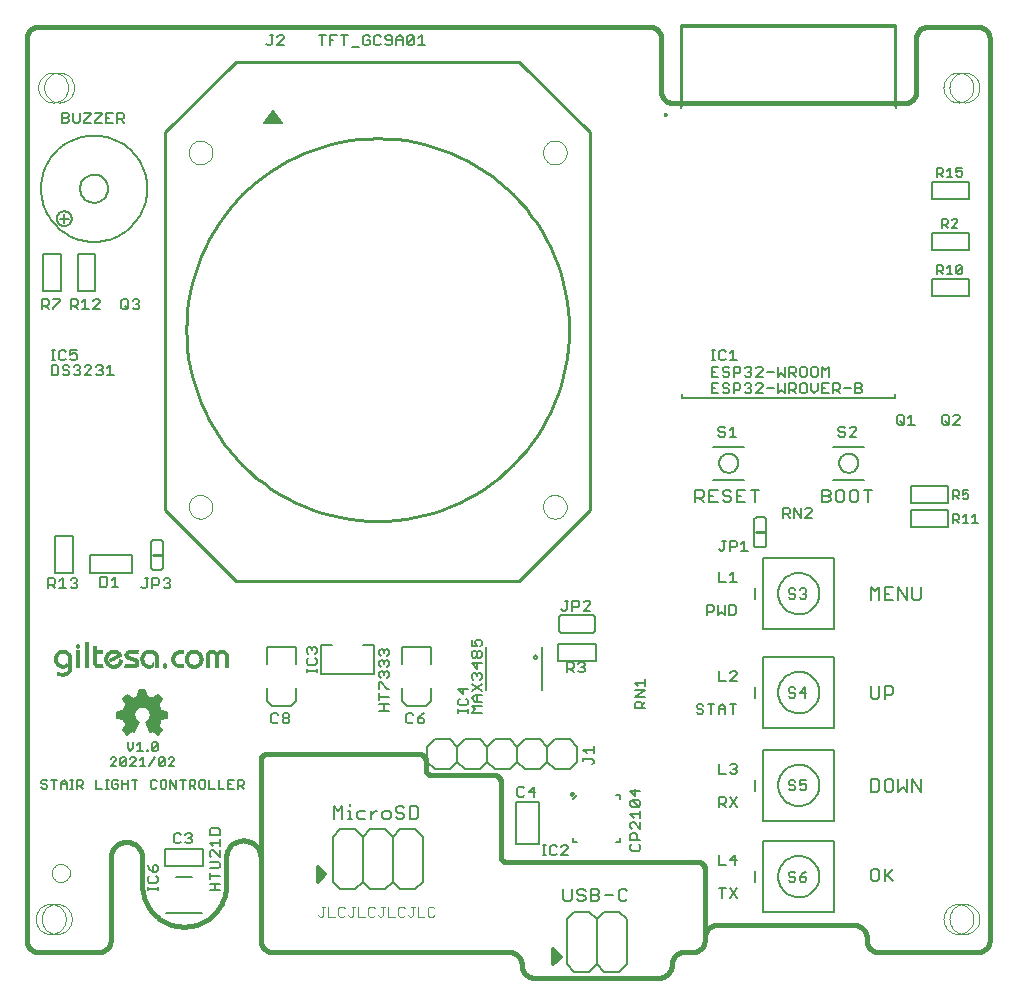
<source format=gto>
G75*
G70*
%OFA0B0*%
%FSLAX24Y24*%
%IPPOS*%
%LPD*%
%AMOC8*
5,1,8,0,0,1.08239X$1,22.5*
%
%ADD10C,0.0000*%
%ADD11C,0.0160*%
%ADD12C,0.0080*%
%ADD13C,0.0060*%
%ADD14C,0.0030*%
%ADD15R,0.0062X0.0002*%
%ADD16R,0.0105X0.0002*%
%ADD17R,0.0133X0.0002*%
%ADD18R,0.0159X0.0002*%
%ADD19R,0.0179X0.0002*%
%ADD20R,0.0199X0.0002*%
%ADD21R,0.0215X0.0002*%
%ADD22R,0.0229X0.0002*%
%ADD23R,0.0246X0.0002*%
%ADD24R,0.0258X0.0002*%
%ADD25R,0.0272X0.0002*%
%ADD26R,0.0284X0.0002*%
%ADD27R,0.0296X0.0002*%
%ADD28R,0.0308X0.0002*%
%ADD29R,0.0320X0.0002*%
%ADD30R,0.0330X0.0002*%
%ADD31R,0.0340X0.0002*%
%ADD32R,0.0346X0.0002*%
%ADD33R,0.0350X0.0002*%
%ADD34R,0.0350X0.0002*%
%ADD35R,0.0354X0.0002*%
%ADD36R,0.0358X0.0002*%
%ADD37R,0.0360X0.0002*%
%ADD38R,0.0362X0.0002*%
%ADD39R,0.0366X0.0002*%
%ADD40R,0.0368X0.0002*%
%ADD41R,0.0368X0.0002*%
%ADD42R,0.0372X0.0002*%
%ADD43R,0.0374X0.0002*%
%ADD44R,0.0378X0.0002*%
%ADD45R,0.0378X0.0002*%
%ADD46R,0.0380X0.0002*%
%ADD47R,0.0382X0.0002*%
%ADD48R,0.0386X0.0002*%
%ADD49R,0.0386X0.0002*%
%ADD50R,0.0388X0.0002*%
%ADD51R,0.0390X0.0002*%
%ADD52R,0.0392X0.0002*%
%ADD53R,0.0392X0.0002*%
%ADD54R,0.0395X0.0002*%
%ADD55R,0.0397X0.0002*%
%ADD56R,0.0399X0.0002*%
%ADD57R,0.0399X0.0002*%
%ADD58R,0.0401X0.0002*%
%ADD59R,0.0403X0.0002*%
%ADD60R,0.0405X0.0002*%
%ADD61R,0.0405X0.0002*%
%ADD62R,0.0407X0.0002*%
%ADD63R,0.0409X0.0002*%
%ADD64R,0.0409X0.0002*%
%ADD65R,0.0411X0.0002*%
%ADD66R,0.0137X0.0002*%
%ADD67R,0.0213X0.0002*%
%ADD68R,0.0119X0.0002*%
%ADD69R,0.0197X0.0002*%
%ADD70R,0.0105X0.0002*%
%ADD71R,0.0189X0.0002*%
%ADD72R,0.0093X0.0002*%
%ADD73R,0.0181X0.0002*%
%ADD74R,0.0085X0.0002*%
%ADD75R,0.0175X0.0002*%
%ADD76R,0.0074X0.0002*%
%ADD77R,0.0167X0.0002*%
%ADD78R,0.0064X0.0002*%
%ADD79R,0.0163X0.0002*%
%ADD80R,0.0056X0.0002*%
%ADD81R,0.0159X0.0002*%
%ADD82R,0.0048X0.0002*%
%ADD83R,0.0155X0.0002*%
%ADD84R,0.0040X0.0002*%
%ADD85R,0.0151X0.0002*%
%ADD86R,0.0030X0.0002*%
%ADD87R,0.0149X0.0002*%
%ADD88R,0.0022X0.0002*%
%ADD89R,0.0145X0.0002*%
%ADD90R,0.0014X0.0002*%
%ADD91R,0.0143X0.0002*%
%ADD92R,0.0006X0.0002*%
%ADD93R,0.0139X0.0002*%
%ADD94R,0.0137X0.0002*%
%ADD95R,0.0133X0.0002*%
%ADD96R,0.0133X0.0002*%
%ADD97R,0.0129X0.0002*%
%ADD98R,0.0129X0.0002*%
%ADD99R,0.0127X0.0002*%
%ADD100R,0.0127X0.0002*%
%ADD101R,0.0125X0.0002*%
%ADD102R,0.0125X0.0002*%
%ADD103R,0.0123X0.0002*%
%ADD104R,0.0123X0.0002*%
%ADD105R,0.0121X0.0002*%
%ADD106R,0.0121X0.0002*%
%ADD107R,0.0119X0.0002*%
%ADD108R,0.0117X0.0002*%
%ADD109R,0.0115X0.0002*%
%ADD110R,0.0117X0.0002*%
%ADD111R,0.0115X0.0002*%
%ADD112R,0.0115X0.0002*%
%ADD113R,0.0113X0.0002*%
%ADD114R,0.0113X0.0002*%
%ADD115R,0.0113X0.0002*%
%ADD116R,0.0111X0.0002*%
%ADD117R,0.0111X0.0002*%
%ADD118R,0.0109X0.0002*%
%ADD119R,0.0109X0.0002*%
%ADD120R,0.0109X0.0002*%
%ADD121R,0.0107X0.0002*%
%ADD122R,0.0107X0.0002*%
%ADD123R,0.0107X0.0002*%
%ADD124R,0.0107X0.0002*%
%ADD125R,0.0105X0.0002*%
%ADD126R,0.0105X0.0002*%
%ADD127R,0.0105X0.0002*%
%ADD128R,0.0054X0.0002*%
%ADD129R,0.0062X0.0002*%
%ADD130R,0.0062X0.0002*%
%ADD131R,0.0085X0.0002*%
%ADD132R,0.0097X0.0002*%
%ADD133R,0.0093X0.0002*%
%ADD134R,0.0095X0.0002*%
%ADD135R,0.0020X0.0002*%
%ADD136R,0.0125X0.0002*%
%ADD137R,0.0107X0.0002*%
%ADD138R,0.0141X0.0002*%
%ADD139R,0.0133X0.0002*%
%ADD140R,0.0038X0.0002*%
%ADD141R,0.0137X0.0002*%
%ADD142R,0.0141X0.0002*%
%ADD143R,0.0157X0.0002*%
%ADD144R,0.0147X0.0002*%
%ADD145R,0.0050X0.0002*%
%ADD146R,0.0153X0.0002*%
%ADD147R,0.0173X0.0002*%
%ADD148R,0.0169X0.0002*%
%ADD149R,0.0169X0.0002*%
%ADD150R,0.0171X0.0002*%
%ADD151R,0.0185X0.0002*%
%ADD152R,0.0326X0.0002*%
%ADD153R,0.0171X0.0002*%
%ADD154R,0.0070X0.0002*%
%ADD155R,0.0131X0.0002*%
%ADD156R,0.0183X0.0002*%
%ADD157R,0.0183X0.0002*%
%ADD158R,0.0183X0.0002*%
%ADD159R,0.0199X0.0002*%
%ADD160R,0.0181X0.0002*%
%ADD161R,0.0074X0.0002*%
%ADD162R,0.0145X0.0002*%
%ADD163R,0.0195X0.0002*%
%ADD164R,0.0195X0.0002*%
%ADD165R,0.0193X0.0002*%
%ADD166R,0.0211X0.0002*%
%ADD167R,0.0352X0.0002*%
%ADD168R,0.0193X0.0002*%
%ADD169R,0.0083X0.0002*%
%ADD170R,0.0157X0.0002*%
%ADD171R,0.0207X0.0002*%
%ADD172R,0.0205X0.0002*%
%ADD173R,0.0201X0.0002*%
%ADD174R,0.0221X0.0002*%
%ADD175R,0.0360X0.0002*%
%ADD176R,0.0203X0.0002*%
%ADD177R,0.0087X0.0002*%
%ADD178R,0.0165X0.0002*%
%ADD179R,0.0217X0.0002*%
%ADD180R,0.0217X0.0002*%
%ADD181R,0.0207X0.0002*%
%ADD182R,0.0231X0.0002*%
%ADD183R,0.0366X0.0002*%
%ADD184R,0.0091X0.0002*%
%ADD185R,0.0175X0.0002*%
%ADD186R,0.0229X0.0002*%
%ADD187R,0.0225X0.0002*%
%ADD188R,0.0213X0.0002*%
%ADD189R,0.0242X0.0002*%
%ADD190R,0.0372X0.0002*%
%ADD191R,0.0221X0.0002*%
%ADD192R,0.0097X0.0002*%
%ADD193R,0.0238X0.0002*%
%ADD194R,0.0237X0.0002*%
%ADD195R,0.0252X0.0002*%
%ADD196R,0.0378X0.0002*%
%ADD197R,0.0101X0.0002*%
%ADD198R,0.0187X0.0002*%
%ADD199R,0.0248X0.0002*%
%ADD200R,0.0246X0.0002*%
%ADD201R,0.0223X0.0002*%
%ADD202R,0.0260X0.0002*%
%ADD203R,0.0384X0.0002*%
%ADD204R,0.0238X0.0002*%
%ADD205R,0.0254X0.0002*%
%ADD206R,0.0227X0.0002*%
%ADD207R,0.0270X0.0002*%
%ADD208R,0.0246X0.0002*%
%ADD209R,0.0266X0.0002*%
%ADD210R,0.0262X0.0002*%
%ADD211R,0.0231X0.0002*%
%ADD212R,0.0280X0.0002*%
%ADD213R,0.0252X0.0002*%
%ADD214R,0.0205X0.0002*%
%ADD215R,0.0274X0.0002*%
%ADD216R,0.0270X0.0002*%
%ADD217R,0.0235X0.0002*%
%ADD218R,0.0288X0.0002*%
%ADD219R,0.0399X0.0002*%
%ADD220R,0.0260X0.0002*%
%ADD221R,0.0282X0.0002*%
%ADD222R,0.0278X0.0002*%
%ADD223R,0.0296X0.0002*%
%ADD224R,0.0215X0.0002*%
%ADD225R,0.0290X0.0002*%
%ADD226R,0.0286X0.0002*%
%ADD227R,0.0241X0.0002*%
%ADD228R,0.0300X0.0002*%
%ADD229R,0.0405X0.0002*%
%ADD230R,0.0272X0.0002*%
%ADD231R,0.0121X0.0002*%
%ADD232R,0.0221X0.0002*%
%ADD233R,0.0298X0.0002*%
%ADD234R,0.0292X0.0002*%
%ADD235R,0.0244X0.0002*%
%ADD236R,0.0308X0.0002*%
%ADD237R,0.0123X0.0002*%
%ADD238R,0.0304X0.0002*%
%ADD239R,0.0294X0.0002*%
%ADD240R,0.0316X0.0002*%
%ADD241R,0.0411X0.0002*%
%ADD242R,0.0312X0.0002*%
%ADD243R,0.0250X0.0002*%
%ADD244R,0.0324X0.0002*%
%ADD245R,0.0415X0.0002*%
%ADD246R,0.0292X0.0002*%
%ADD247R,0.0233X0.0002*%
%ADD248R,0.0318X0.0002*%
%ADD249R,0.0302X0.0002*%
%ADD250R,0.0328X0.0002*%
%ADD251R,0.0417X0.0002*%
%ADD252R,0.0324X0.0002*%
%ADD253R,0.0256X0.0002*%
%ADD254R,0.0336X0.0002*%
%ADD255R,0.0421X0.0002*%
%ADD256R,0.0131X0.0002*%
%ADD257R,0.0330X0.0002*%
%ADD258R,0.0258X0.0002*%
%ADD259R,0.0340X0.0002*%
%ADD260R,0.0423X0.0002*%
%ADD261R,0.0135X0.0002*%
%ADD262R,0.0338X0.0002*%
%ADD263R,0.0310X0.0002*%
%ADD264R,0.0348X0.0002*%
%ADD265R,0.0425X0.0002*%
%ADD266R,0.0342X0.0002*%
%ADD267R,0.0314X0.0002*%
%ADD268R,0.0262X0.0002*%
%ADD269R,0.0429X0.0002*%
%ADD270R,0.0320X0.0002*%
%ADD271R,0.0316X0.0002*%
%ADD272R,0.0264X0.0002*%
%ADD273R,0.0360X0.0002*%
%ADD274R,0.0431X0.0002*%
%ADD275R,0.0324X0.0002*%
%ADD276R,0.0139X0.0002*%
%ADD277R,0.0256X0.0002*%
%ADD278R,0.0318X0.0002*%
%ADD279R,0.0266X0.0002*%
%ADD280R,0.0364X0.0002*%
%ADD281R,0.0433X0.0002*%
%ADD282R,0.0139X0.0002*%
%ADD283R,0.0360X0.0002*%
%ADD284R,0.0322X0.0002*%
%ADD285R,0.0268X0.0002*%
%ADD286R,0.0370X0.0002*%
%ADD287R,0.0435X0.0002*%
%ADD288R,0.0330X0.0002*%
%ADD289R,0.0376X0.0002*%
%ADD290R,0.0437X0.0002*%
%ADD291R,0.0332X0.0002*%
%ADD292R,0.0141X0.0002*%
%ADD293R,0.0326X0.0002*%
%ADD294R,0.0272X0.0002*%
%ADD295R,0.0380X0.0002*%
%ADD296R,0.0439X0.0002*%
%ADD297R,0.0334X0.0002*%
%ADD298R,0.0143X0.0002*%
%ADD299R,0.0268X0.0002*%
%ADD300R,0.0376X0.0002*%
%ADD301R,0.0274X0.0002*%
%ADD302R,0.0441X0.0002*%
%ADD303R,0.0382X0.0002*%
%ADD304R,0.0276X0.0002*%
%ADD305R,0.0391X0.0002*%
%ADD306R,0.0443X0.0002*%
%ADD307R,0.0340X0.0002*%
%ADD308R,0.0274X0.0002*%
%ADD309R,0.0334X0.0002*%
%ADD310R,0.0445X0.0002*%
%ADD311R,0.0342X0.0002*%
%ADD312R,0.0278X0.0002*%
%ADD313R,0.0401X0.0002*%
%ADD314R,0.0445X0.0002*%
%ADD315R,0.0344X0.0002*%
%ADD316R,0.0395X0.0002*%
%ADD317R,0.0280X0.0002*%
%ADD318R,0.0447X0.0002*%
%ADD319R,0.0409X0.0002*%
%ADD320R,0.0449X0.0002*%
%ADD321R,0.0348X0.0002*%
%ADD322R,0.0407X0.0002*%
%ADD323R,0.0344X0.0002*%
%ADD324R,0.0415X0.0002*%
%ADD325R,0.0451X0.0002*%
%ADD326R,0.0350X0.0002*%
%ADD327R,0.0411X0.0002*%
%ADD328R,0.0346X0.0002*%
%ADD329R,0.0284X0.0002*%
%ADD330R,0.0419X0.0002*%
%ADD331R,0.0451X0.0002*%
%ADD332R,0.0352X0.0002*%
%ADD333R,0.0290X0.0002*%
%ADD334R,0.0415X0.0002*%
%ADD335R,0.0286X0.0002*%
%ADD336R,0.0423X0.0002*%
%ADD337R,0.0453X0.0002*%
%ADD338R,0.0354X0.0002*%
%ADD339R,0.0292X0.0002*%
%ADD340R,0.0419X0.0002*%
%ADD341R,0.0427X0.0002*%
%ADD342R,0.0455X0.0002*%
%ADD343R,0.0356X0.0002*%
%ADD344R,0.0288X0.0002*%
%ADD345R,0.0431X0.0002*%
%ADD346R,0.0358X0.0002*%
%ADD347R,0.0296X0.0002*%
%ADD348R,0.0290X0.0002*%
%ADD349R,0.0435X0.0002*%
%ADD350R,0.0457X0.0002*%
%ADD351R,0.0300X0.0002*%
%ADD352R,0.0356X0.0002*%
%ADD353R,0.0290X0.0002*%
%ADD354R,0.0439X0.0002*%
%ADD355R,0.0457X0.0002*%
%ADD356R,0.0362X0.0002*%
%ADD357R,0.0302X0.0002*%
%ADD358R,0.0443X0.0002*%
%ADD359R,0.0459X0.0002*%
%ADD360R,0.0304X0.0002*%
%ADD361R,0.0447X0.0002*%
%ADD362R,0.0461X0.0002*%
%ADD363R,0.0306X0.0002*%
%ADD364R,0.0360X0.0002*%
%ADD365R,0.0294X0.0002*%
%ADD366R,0.0461X0.0002*%
%ADD367R,0.0368X0.0002*%
%ADD368R,0.0447X0.0002*%
%ADD369R,0.0463X0.0002*%
%ADD370R,0.0368X0.0002*%
%ADD371R,0.0457X0.0002*%
%ADD372R,0.0455X0.0002*%
%ADD373R,0.0372X0.0002*%
%ADD374R,0.0314X0.0002*%
%ADD375R,0.0203X0.0002*%
%ADD376R,0.0298X0.0002*%
%ADD377R,0.0201X0.0002*%
%ADD378R,0.0201X0.0002*%
%ADD379R,0.0465X0.0002*%
%ADD380R,0.0121X0.0002*%
%ADD381R,0.0316X0.0002*%
%ADD382R,0.0191X0.0002*%
%ADD383R,0.0298X0.0002*%
%ADD384R,0.0189X0.0002*%
%ADD385R,0.0465X0.0002*%
%ADD386R,0.0300X0.0002*%
%ADD387R,0.0181X0.0002*%
%ADD388R,0.0467X0.0002*%
%ADD389R,0.0103X0.0002*%
%ADD390R,0.0320X0.0002*%
%ADD391R,0.0177X0.0002*%
%ADD392R,0.0171X0.0002*%
%ADD393R,0.0079X0.0002*%
%ADD394R,0.0173X0.0002*%
%ADD395R,0.0169X0.0002*%
%ADD396R,0.0467X0.0002*%
%ADD397R,0.0171X0.0002*%
%ADD398R,0.0091X0.0002*%
%ADD399R,0.0324X0.0002*%
%ADD400R,0.0173X0.0002*%
%ADD401R,0.0072X0.0002*%
%ADD402R,0.0469X0.0002*%
%ADD403R,0.0163X0.0002*%
%ADD404R,0.0066X0.0002*%
%ADD405R,0.0165X0.0002*%
%ADD406R,0.0161X0.0002*%
%ADD407R,0.0149X0.0002*%
%ADD408R,0.0163X0.0002*%
%ADD409R,0.0081X0.0002*%
%ADD410R,0.0139X0.0002*%
%ADD411R,0.0076X0.0002*%
%ADD412R,0.0157X0.0002*%
%ADD413R,0.0058X0.0002*%
%ADD414R,0.0159X0.0002*%
%ADD415R,0.0155X0.0002*%
%ADD416R,0.0137X0.0002*%
%ADD417R,0.0159X0.0002*%
%ADD418R,0.0072X0.0002*%
%ADD419R,0.0195X0.0002*%
%ADD420R,0.0052X0.0002*%
%ADD421R,0.0127X0.0002*%
%ADD422R,0.0153X0.0002*%
%ADD423R,0.0155X0.0002*%
%ADD424R,0.0068X0.0002*%
%ADD425R,0.0189X0.0002*%
%ADD426R,0.0125X0.0002*%
%ADD427R,0.0151X0.0002*%
%ADD428R,0.0064X0.0002*%
%ADD429R,0.0044X0.0002*%
%ADD430R,0.0123X0.0002*%
%ADD431R,0.0103X0.0002*%
%ADD432R,0.0179X0.0002*%
%ADD433R,0.0147X0.0002*%
%ADD434R,0.0040X0.0002*%
%ADD435R,0.0151X0.0002*%
%ADD436R,0.0125X0.0002*%
%ADD437R,0.0099X0.0002*%
%ADD438R,0.0175X0.0002*%
%ADD439R,0.0145X0.0002*%
%ADD440R,0.0036X0.0002*%
%ADD441R,0.0056X0.0002*%
%ADD442R,0.0095X0.0002*%
%ADD443R,0.0032X0.0002*%
%ADD444R,0.0117X0.0002*%
%ADD445R,0.0052X0.0002*%
%ADD446R,0.0028X0.0002*%
%ADD447R,0.0115X0.0002*%
%ADD448R,0.0050X0.0002*%
%ADD449R,0.0141X0.0002*%
%ADD450R,0.0024X0.0002*%
%ADD451R,0.0117X0.0002*%
%ADD452R,0.0046X0.0002*%
%ADD453R,0.0119X0.0002*%
%ADD454R,0.0074X0.0002*%
%ADD455R,0.0143X0.0002*%
%ADD456R,0.0137X0.0002*%
%ADD457R,0.0016X0.0002*%
%ADD458R,0.0042X0.0002*%
%ADD459R,0.0135X0.0002*%
%ADD460R,0.0012X0.0002*%
%ADD461R,0.0038X0.0002*%
%ADD462R,0.0058X0.0002*%
%ADD463R,0.0010X0.0002*%
%ADD464R,0.0135X0.0002*%
%ADD465R,0.0115X0.0002*%
%ADD466R,0.0135X0.0002*%
%ADD467R,0.0036X0.0002*%
%ADD468R,0.0153X0.0002*%
%ADD469R,0.0034X0.0002*%
%ADD470R,0.0034X0.0002*%
%ADD471R,0.0002X0.0002*%
%ADD472R,0.0133X0.0002*%
%ADD473R,0.0030X0.0002*%
%ADD474R,0.0149X0.0002*%
%ADD475R,0.0129X0.0002*%
%ADD476R,0.0131X0.0002*%
%ADD477R,0.0028X0.0002*%
%ADD478R,0.0024X0.0002*%
%ADD479R,0.0022X0.0002*%
%ADD480R,0.0020X0.0002*%
%ADD481R,0.0018X0.0002*%
%ADD482R,0.0121X0.0002*%
%ADD483R,0.0012X0.0002*%
%ADD484R,0.0127X0.0002*%
%ADD485R,0.0010X0.0002*%
%ADD486R,0.0008X0.0002*%
%ADD487R,0.0006X0.0002*%
%ADD488R,0.0119X0.0002*%
%ADD489R,0.0004X0.0002*%
%ADD490R,0.0002X0.0002*%
%ADD491R,0.0117X0.0002*%
%ADD492R,0.0004X0.0002*%
%ADD493R,0.0111X0.0002*%
%ADD494R,0.0111X0.0002*%
%ADD495R,0.0018X0.0002*%
%ADD496R,0.0109X0.0002*%
%ADD497R,0.0022X0.0002*%
%ADD498R,0.0042X0.0002*%
%ADD499R,0.0046X0.0002*%
%ADD500R,0.0056X0.0002*%
%ADD501R,0.0161X0.0002*%
%ADD502R,0.0070X0.0002*%
%ADD503R,0.0109X0.0002*%
%ADD504R,0.0185X0.0002*%
%ADD505R,0.0089X0.0002*%
%ADD506R,0.0093X0.0002*%
%ADD507R,0.0099X0.0002*%
%ADD508R,0.0211X0.0002*%
%ADD509R,0.0231X0.0002*%
%ADD510R,0.0240X0.0002*%
%ADD511R,0.0149X0.0002*%
%ADD512R,0.0264X0.0002*%
%ADD513R,0.0268X0.0002*%
%ADD514R,0.0272X0.0002*%
%ADD515R,0.0167X0.0002*%
%ADD516R,0.0068X0.0002*%
%ADD517R,0.0284X0.0002*%
%ADD518R,0.0018X0.0002*%
%ADD519R,0.0185X0.0002*%
%ADD520R,0.0002X0.0002*%
%ADD521R,0.0197X0.0002*%
%ADD522R,0.0197X0.0002*%
%ADD523R,0.0310X0.0002*%
%ADD524R,0.0199X0.0002*%
%ADD525R,0.0310X0.0002*%
%ADD526R,0.0312X0.0002*%
%ADD527R,0.0312X0.0002*%
%ADD528R,0.0310X0.0002*%
%ADD529R,0.0306X0.0002*%
%ADD530R,0.0199X0.0002*%
%ADD531R,0.0197X0.0002*%
%ADD532R,0.0296X0.0002*%
%ADD533R,0.0254X0.0002*%
%ADD534R,0.0225X0.0002*%
%ADD535R,0.0219X0.0002*%
%ADD536R,0.0157X0.0002*%
%ADD537R,0.0107X0.0002*%
%ADD538R,0.0117X0.0002*%
%ADD539R,0.0197X0.0002*%
%ADD540R,0.0141X0.0002*%
%ADD541R,0.0111X0.0002*%
%ADD542R,0.0119X0.0002*%
%ADD543R,0.0111X0.0002*%
%ADD544R,0.0123X0.0002*%
%ADD545R,0.0197X0.0002*%
%ADD546R,0.0121X0.0002*%
%ADD547R,0.0119X0.0002*%
%ADD548R,0.0127X0.0002*%
%ADD549R,0.0193X0.0002*%
%ADD550R,0.0187X0.0002*%
%ADD551R,0.0131X0.0002*%
%ADD552R,0.0125X0.0002*%
%ADD553R,0.0123X0.0002*%
%ADD554R,0.0177X0.0002*%
%ADD555R,0.0127X0.0002*%
%ADD556R,0.0163X0.0002*%
%ADD557R,0.0135X0.0002*%
%ADD558R,0.0129X0.0002*%
%ADD559R,0.0143X0.0002*%
%ADD560R,0.0139X0.0002*%
%ADD561R,0.0135X0.0002*%
%ADD562R,0.0115X0.0002*%
%ADD563R,0.0129X0.0002*%
%ADD564R,0.0137X0.0002*%
%ADD565R,0.0131X0.0002*%
%ADD566R,0.0141X0.0002*%
%ADD567R,0.0153X0.0002*%
%ADD568R,0.0151X0.0002*%
%ADD569R,0.0155X0.0002*%
%ADD570R,0.0159X0.0002*%
%ADD571R,0.0161X0.0002*%
%ADD572R,0.0143X0.0002*%
%ADD573R,0.0147X0.0002*%
%ADD574R,0.0165X0.0002*%
%ADD575R,0.0167X0.0002*%
%ADD576R,0.0167X0.0002*%
%ADD577R,0.0153X0.0002*%
%ADD578R,0.0175X0.0002*%
%ADD579R,0.0149X0.0002*%
%ADD580R,0.0179X0.0002*%
%ADD581R,0.0153X0.0002*%
%ADD582R,0.0191X0.0002*%
%ADD583R,0.0161X0.0002*%
%ADD584R,0.0195X0.0002*%
%ADD585R,0.0199X0.0002*%
%ADD586R,0.0163X0.0002*%
%ADD587R,0.0207X0.0002*%
%ADD588R,0.0167X0.0002*%
%ADD589R,0.0173X0.0002*%
%ADD590R,0.0316X0.0002*%
%ADD591R,0.0171X0.0002*%
%ADD592R,0.0441X0.0002*%
%ADD593R,0.0177X0.0002*%
%ADD594R,0.0322X0.0002*%
%ADD595R,0.0173X0.0002*%
%ADD596R,0.0229X0.0002*%
%ADD597R,0.0441X0.0002*%
%ADD598R,0.0185X0.0002*%
%ADD599R,0.0320X0.0002*%
%ADD600R,0.0147X0.0002*%
%ADD601R,0.0240X0.0002*%
%ADD602R,0.0179X0.0002*%
%ADD603R,0.0264X0.0002*%
%ADD604R,0.0199X0.0002*%
%ADD605R,0.0201X0.0002*%
%ADD606R,0.0439X0.0002*%
%ADD607R,0.0205X0.0002*%
%ADD608R,0.0211X0.0002*%
%ADD609R,0.0201X0.0002*%
%ADD610R,0.0165X0.0002*%
%ADD611R,0.0286X0.0002*%
%ADD612R,0.0449X0.0002*%
%ADD613R,0.0437X0.0002*%
%ADD614R,0.0473X0.0002*%
%ADD615R,0.0314X0.0002*%
%ADD616R,0.0455X0.0002*%
%ADD617R,0.0702X0.0002*%
%ADD618R,0.0700X0.0002*%
%ADD619R,0.0698X0.0002*%
%ADD620R,0.0445X0.0002*%
%ADD621R,0.0435X0.0002*%
%ADD622R,0.0463X0.0002*%
%ADD623R,0.0308X0.0002*%
%ADD624R,0.0447X0.0002*%
%ADD625R,0.0694X0.0002*%
%ADD626R,0.0433X0.0002*%
%ADD627R,0.0459X0.0002*%
%ADD628R,0.0443X0.0002*%
%ADD629R,0.0694X0.0002*%
%ADD630R,0.0431X0.0002*%
%ADD631R,0.0690X0.0002*%
%ADD632R,0.0427X0.0002*%
%ADD633R,0.0686X0.0002*%
%ADD634R,0.0423X0.0002*%
%ADD635R,0.0429X0.0002*%
%ADD636R,0.0431X0.0002*%
%ADD637R,0.0449X0.0002*%
%ADD638R,0.0298X0.0002*%
%ADD639R,0.0686X0.0002*%
%ADD640R,0.0425X0.0002*%
%ADD641R,0.0429X0.0002*%
%ADD642R,0.0427X0.0002*%
%ADD643R,0.0682X0.0002*%
%ADD644R,0.0421X0.0002*%
%ADD645R,0.0441X0.0002*%
%ADD646R,0.0678X0.0002*%
%ADD647R,0.0676X0.0002*%
%ADD648R,0.0407X0.0002*%
%ADD649R,0.0413X0.0002*%
%ADD650R,0.0425X0.0002*%
%ADD651R,0.0433X0.0002*%
%ADD652R,0.0290X0.0002*%
%ADD653R,0.0415X0.0002*%
%ADD654R,0.0336X0.0002*%
%ADD655R,0.0336X0.0002*%
%ADD656R,0.0403X0.0002*%
%ADD657R,0.0423X0.0002*%
%ADD658R,0.0429X0.0002*%
%ADD659R,0.0286X0.0002*%
%ADD660R,0.0411X0.0002*%
%ADD661R,0.0332X0.0002*%
%ADD662R,0.0399X0.0002*%
%ADD663R,0.0328X0.0002*%
%ADD664R,0.0394X0.0002*%
%ADD665R,0.0390X0.0002*%
%ADD666R,0.0397X0.0002*%
%ADD667R,0.0419X0.0002*%
%ADD668R,0.0417X0.0002*%
%ADD669R,0.0278X0.0002*%
%ADD670R,0.0395X0.0002*%
%ADD671R,0.0324X0.0002*%
%ADD672R,0.0386X0.0002*%
%ADD673R,0.0417X0.0002*%
%ADD674R,0.0413X0.0002*%
%ADD675R,0.0276X0.0002*%
%ADD676R,0.0391X0.0002*%
%ADD677R,0.0382X0.0002*%
%ADD678R,0.0316X0.0002*%
%ADD679R,0.0413X0.0002*%
%ADD680R,0.0372X0.0002*%
%ADD681R,0.0396X0.0002*%
%ADD682R,0.0268X0.0002*%
%ADD683R,0.0376X0.0002*%
%ADD684R,0.0370X0.0002*%
%ADD685R,0.0304X0.0002*%
%ADD686R,0.0380X0.0002*%
%ADD687R,0.0352X0.0002*%
%ADD688R,0.0356X0.0002*%
%ADD689R,0.0403X0.0002*%
%ADD690R,0.0376X0.0002*%
%ADD691R,0.0256X0.0002*%
%ADD692R,0.0354X0.0002*%
%ADD693R,0.0294X0.0002*%
%ADD694R,0.0292X0.0002*%
%ADD695R,0.0350X0.0002*%
%ADD696R,0.0350X0.0002*%
%ADD697R,0.0288X0.0002*%
%ADD698R,0.0346X0.0002*%
%ADD699R,0.0364X0.0002*%
%ADD700R,0.0334X0.0002*%
%ADD701R,0.0280X0.0002*%
%ADD702R,0.0328X0.0002*%
%ADD703R,0.0334X0.0002*%
%ADD704R,0.0242X0.0002*%
%ADD705R,0.0330X0.0002*%
%ADD706R,0.0274X0.0002*%
%ADD707R,0.0276X0.0002*%
%ADD708R,0.0388X0.0002*%
%ADD709R,0.0237X0.0002*%
%ADD710R,0.0270X0.0002*%
%ADD711R,0.0270X0.0002*%
%ADD712R,0.0264X0.0002*%
%ADD713R,0.0304X0.0002*%
%ADD714R,0.0380X0.0002*%
%ADD715R,0.0326X0.0002*%
%ADD716R,0.0225X0.0002*%
%ADD717R,0.0254X0.0002*%
%ADD718R,0.0300X0.0002*%
%ADD719R,0.0298X0.0002*%
%ADD720R,0.0250X0.0002*%
%ADD721R,0.0248X0.0002*%
%ADD722R,0.0244X0.0002*%
%ADD723R,0.0274X0.0002*%
%ADD724R,0.0362X0.0002*%
%ADD725R,0.0296X0.0002*%
%ADD726R,0.0205X0.0002*%
%ADD727R,0.0229X0.0002*%
%ADD728R,0.0231X0.0002*%
%ADD729R,0.0266X0.0002*%
%ADD730R,0.0358X0.0002*%
%ADD731R,0.0223X0.0002*%
%ADD732R,0.0215X0.0002*%
%ADD733R,0.0209X0.0002*%
%ADD734R,0.0240X0.0002*%
%ADD735R,0.0244X0.0002*%
%ADD736R,0.0340X0.0002*%
%ADD737R,0.0262X0.0002*%
%ADD738R,0.0238X0.0002*%
%ADD739R,0.0229X0.0002*%
%ADD740R,0.0231X0.0002*%
%ADD741R,0.0229X0.0002*%
%ADD742R,0.0219X0.0002*%
%ADD743R,0.0223X0.0002*%
%ADD744R,0.0183X0.0002*%
%ADD745R,0.0215X0.0002*%
%ADD746R,0.0195X0.0002*%
%ADD747R,0.0203X0.0002*%
%ADD748R,0.0187X0.0002*%
%ADD749R,0.0169X0.0002*%
%ADD750R,0.0143X0.0002*%
%ADD751R,0.0155X0.0002*%
%ADD752R,0.0095X0.0002*%
%ADD753R,0.0078X0.0002*%
%ADD754R,0.0081X0.0002*%
%ADD755R,0.0072X0.0002*%
%ADD756R,0.0020X0.0002*%
%ADD757R,0.0050X0.0002*%
%ADD758R,0.0060X0.0002*%
%ADD759R,0.0066X0.0002*%
%ADD760R,0.0079X0.0002*%
%ADD761R,0.0089X0.0002*%
%ADD762R,0.0091X0.0002*%
%ADD763R,0.0095X0.0002*%
%ADD764R,0.0099X0.0002*%
%ADD765R,0.0103X0.0002*%
%ADD766R,0.0101X0.0002*%
%ADD767R,0.0087X0.0002*%
%ADD768R,0.0074X0.0002*%
%ADD769R,0.0062X0.0002*%
%ADD770R,0.0054X0.0002*%
%ADD771R,0.0044X0.0002*%
%ADD772R,0.0030X0.0002*%
%ADD773C,0.0050*%
%ADD774C,0.0079*%
%ADD775C,0.0100*%
%ADD776C,0.0120*%
D10*
X001696Y002796D02*
X001698Y002840D01*
X001704Y002884D01*
X001714Y002927D01*
X001727Y002969D01*
X001744Y003010D01*
X001765Y003049D01*
X001789Y003086D01*
X001816Y003121D01*
X001846Y003153D01*
X001879Y003183D01*
X001915Y003209D01*
X001952Y003233D01*
X001992Y003252D01*
X002033Y003269D01*
X002076Y003281D01*
X002119Y003290D01*
X002163Y003295D01*
X002207Y003296D01*
X002251Y003293D01*
X002295Y003286D01*
X002338Y003275D01*
X002380Y003261D01*
X002420Y003243D01*
X002459Y003221D01*
X002495Y003197D01*
X002529Y003169D01*
X002561Y003138D01*
X002590Y003104D01*
X002616Y003068D01*
X002638Y003030D01*
X002657Y002990D01*
X002672Y002948D01*
X002684Y002906D01*
X002692Y002862D01*
X002696Y002818D01*
X002696Y002774D01*
X002692Y002730D01*
X002684Y002686D01*
X002672Y002644D01*
X002657Y002602D01*
X002638Y002562D01*
X002616Y002524D01*
X002590Y002488D01*
X002561Y002454D01*
X002529Y002423D01*
X002495Y002395D01*
X002459Y002371D01*
X002420Y002349D01*
X002380Y002331D01*
X002338Y002317D01*
X002295Y002306D01*
X002251Y002299D01*
X002207Y002296D01*
X002163Y002297D01*
X002119Y002302D01*
X002076Y002311D01*
X002033Y002323D01*
X001992Y002340D01*
X001952Y002359D01*
X001915Y002383D01*
X001879Y002409D01*
X001846Y002439D01*
X001816Y002471D01*
X001789Y002506D01*
X001765Y002543D01*
X001744Y002582D01*
X001727Y002623D01*
X001714Y002665D01*
X001704Y002708D01*
X001698Y002752D01*
X001696Y002796D01*
X001896Y002796D02*
X001898Y002840D01*
X001904Y002884D01*
X001914Y002927D01*
X001927Y002969D01*
X001944Y003010D01*
X001965Y003049D01*
X001989Y003086D01*
X002016Y003121D01*
X002046Y003153D01*
X002079Y003183D01*
X002115Y003209D01*
X002152Y003233D01*
X002192Y003252D01*
X002233Y003269D01*
X002276Y003281D01*
X002319Y003290D01*
X002363Y003295D01*
X002407Y003296D01*
X002451Y003293D01*
X002495Y003286D01*
X002538Y003275D01*
X002580Y003261D01*
X002620Y003243D01*
X002659Y003221D01*
X002695Y003197D01*
X002729Y003169D01*
X002761Y003138D01*
X002790Y003104D01*
X002816Y003068D01*
X002838Y003030D01*
X002857Y002990D01*
X002872Y002948D01*
X002884Y002906D01*
X002892Y002862D01*
X002896Y002818D01*
X002896Y002774D01*
X002892Y002730D01*
X002884Y002686D01*
X002872Y002644D01*
X002857Y002602D01*
X002838Y002562D01*
X002816Y002524D01*
X002790Y002488D01*
X002761Y002454D01*
X002729Y002423D01*
X002695Y002395D01*
X002659Y002371D01*
X002620Y002349D01*
X002580Y002331D01*
X002538Y002317D01*
X002495Y002306D01*
X002451Y002299D01*
X002407Y002296D01*
X002363Y002297D01*
X002319Y002302D01*
X002276Y002311D01*
X002233Y002323D01*
X002192Y002340D01*
X002152Y002359D01*
X002115Y002383D01*
X002079Y002409D01*
X002046Y002439D01*
X002016Y002471D01*
X001989Y002506D01*
X001965Y002543D01*
X001944Y002582D01*
X001927Y002623D01*
X001914Y002665D01*
X001904Y002708D01*
X001898Y002752D01*
X001896Y002796D01*
X002232Y004331D02*
X002234Y004365D01*
X002240Y004399D01*
X002249Y004432D01*
X002263Y004463D01*
X002280Y004493D01*
X002300Y004521D01*
X002323Y004546D01*
X002349Y004569D01*
X002377Y004588D01*
X002407Y004604D01*
X002439Y004616D01*
X002472Y004625D01*
X002506Y004630D01*
X002541Y004631D01*
X002575Y004628D01*
X002608Y004621D01*
X002641Y004611D01*
X002672Y004596D01*
X002701Y004579D01*
X002728Y004558D01*
X002753Y004534D01*
X002775Y004507D01*
X002793Y004479D01*
X002808Y004448D01*
X002820Y004416D01*
X002828Y004382D01*
X002832Y004348D01*
X002832Y004314D01*
X002828Y004280D01*
X002820Y004246D01*
X002808Y004214D01*
X002793Y004183D01*
X002775Y004155D01*
X002753Y004128D01*
X002728Y004104D01*
X002701Y004083D01*
X002672Y004066D01*
X002641Y004051D01*
X002608Y004041D01*
X002575Y004034D01*
X002541Y004031D01*
X002506Y004032D01*
X002472Y004037D01*
X002439Y004046D01*
X002407Y004058D01*
X002377Y004074D01*
X002349Y004093D01*
X002323Y004116D01*
X002300Y004141D01*
X002280Y004169D01*
X002263Y004199D01*
X002249Y004230D01*
X002240Y004263D01*
X002234Y004297D01*
X002232Y004331D01*
X006792Y016535D02*
X006794Y016574D01*
X006800Y016613D01*
X006810Y016651D01*
X006823Y016688D01*
X006840Y016723D01*
X006860Y016757D01*
X006884Y016788D01*
X006911Y016817D01*
X006940Y016843D01*
X006972Y016866D01*
X007006Y016886D01*
X007042Y016902D01*
X007079Y016914D01*
X007118Y016923D01*
X007157Y016928D01*
X007196Y016929D01*
X007235Y016926D01*
X007274Y016919D01*
X007311Y016908D01*
X007348Y016894D01*
X007383Y016876D01*
X007416Y016855D01*
X007447Y016830D01*
X007475Y016803D01*
X007500Y016773D01*
X007522Y016740D01*
X007541Y016706D01*
X007556Y016670D01*
X007568Y016632D01*
X007576Y016594D01*
X007580Y016555D01*
X007580Y016515D01*
X007576Y016476D01*
X007568Y016438D01*
X007556Y016400D01*
X007541Y016364D01*
X007522Y016330D01*
X007500Y016297D01*
X007475Y016267D01*
X007447Y016240D01*
X007416Y016215D01*
X007383Y016194D01*
X007348Y016176D01*
X007311Y016162D01*
X007274Y016151D01*
X007235Y016144D01*
X007196Y016141D01*
X007157Y016142D01*
X007118Y016147D01*
X007079Y016156D01*
X007042Y016168D01*
X007006Y016184D01*
X006972Y016204D01*
X006940Y016227D01*
X006911Y016253D01*
X006884Y016282D01*
X006860Y016313D01*
X006840Y016347D01*
X006823Y016382D01*
X006810Y016419D01*
X006800Y016457D01*
X006794Y016496D01*
X006792Y016535D01*
X006792Y028346D02*
X006794Y028385D01*
X006800Y028424D01*
X006810Y028462D01*
X006823Y028499D01*
X006840Y028534D01*
X006860Y028568D01*
X006884Y028599D01*
X006911Y028628D01*
X006940Y028654D01*
X006972Y028677D01*
X007006Y028697D01*
X007042Y028713D01*
X007079Y028725D01*
X007118Y028734D01*
X007157Y028739D01*
X007196Y028740D01*
X007235Y028737D01*
X007274Y028730D01*
X007311Y028719D01*
X007348Y028705D01*
X007383Y028687D01*
X007416Y028666D01*
X007447Y028641D01*
X007475Y028614D01*
X007500Y028584D01*
X007522Y028551D01*
X007541Y028517D01*
X007556Y028481D01*
X007568Y028443D01*
X007576Y028405D01*
X007580Y028366D01*
X007580Y028326D01*
X007576Y028287D01*
X007568Y028249D01*
X007556Y028211D01*
X007541Y028175D01*
X007522Y028141D01*
X007500Y028108D01*
X007475Y028078D01*
X007447Y028051D01*
X007416Y028026D01*
X007383Y028005D01*
X007348Y027987D01*
X007311Y027973D01*
X007274Y027962D01*
X007235Y027955D01*
X007196Y027952D01*
X007157Y027953D01*
X007118Y027958D01*
X007079Y027967D01*
X007042Y027979D01*
X007006Y027995D01*
X006972Y028015D01*
X006940Y028038D01*
X006911Y028064D01*
X006884Y028093D01*
X006860Y028124D01*
X006840Y028158D01*
X006823Y028193D01*
X006810Y028230D01*
X006800Y028268D01*
X006794Y028307D01*
X006792Y028346D01*
X001974Y030512D02*
X001976Y030556D01*
X001982Y030600D01*
X001992Y030643D01*
X002005Y030685D01*
X002022Y030726D01*
X002043Y030765D01*
X002067Y030802D01*
X002094Y030837D01*
X002124Y030869D01*
X002157Y030899D01*
X002193Y030925D01*
X002230Y030949D01*
X002270Y030968D01*
X002311Y030985D01*
X002354Y030997D01*
X002397Y031006D01*
X002441Y031011D01*
X002485Y031012D01*
X002529Y031009D01*
X002573Y031002D01*
X002616Y030991D01*
X002658Y030977D01*
X002698Y030959D01*
X002737Y030937D01*
X002773Y030913D01*
X002807Y030885D01*
X002839Y030854D01*
X002868Y030820D01*
X002894Y030784D01*
X002916Y030746D01*
X002935Y030706D01*
X002950Y030664D01*
X002962Y030622D01*
X002970Y030578D01*
X002974Y030534D01*
X002974Y030490D01*
X002970Y030446D01*
X002962Y030402D01*
X002950Y030360D01*
X002935Y030318D01*
X002916Y030278D01*
X002894Y030240D01*
X002868Y030204D01*
X002839Y030170D01*
X002807Y030139D01*
X002773Y030111D01*
X002737Y030087D01*
X002698Y030065D01*
X002658Y030047D01*
X002616Y030033D01*
X002573Y030022D01*
X002529Y030015D01*
X002485Y030012D01*
X002441Y030013D01*
X002397Y030018D01*
X002354Y030027D01*
X002311Y030039D01*
X002270Y030056D01*
X002230Y030075D01*
X002193Y030099D01*
X002157Y030125D01*
X002124Y030155D01*
X002094Y030187D01*
X002067Y030222D01*
X002043Y030259D01*
X002022Y030298D01*
X002005Y030339D01*
X001992Y030381D01*
X001982Y030424D01*
X001976Y030468D01*
X001974Y030512D01*
X001774Y030512D02*
X001776Y030556D01*
X001782Y030600D01*
X001792Y030643D01*
X001805Y030685D01*
X001822Y030726D01*
X001843Y030765D01*
X001867Y030802D01*
X001894Y030837D01*
X001924Y030869D01*
X001957Y030899D01*
X001993Y030925D01*
X002030Y030949D01*
X002070Y030968D01*
X002111Y030985D01*
X002154Y030997D01*
X002197Y031006D01*
X002241Y031011D01*
X002285Y031012D01*
X002329Y031009D01*
X002373Y031002D01*
X002416Y030991D01*
X002458Y030977D01*
X002498Y030959D01*
X002537Y030937D01*
X002573Y030913D01*
X002607Y030885D01*
X002639Y030854D01*
X002668Y030820D01*
X002694Y030784D01*
X002716Y030746D01*
X002735Y030706D01*
X002750Y030664D01*
X002762Y030622D01*
X002770Y030578D01*
X002774Y030534D01*
X002774Y030490D01*
X002770Y030446D01*
X002762Y030402D01*
X002750Y030360D01*
X002735Y030318D01*
X002716Y030278D01*
X002694Y030240D01*
X002668Y030204D01*
X002639Y030170D01*
X002607Y030139D01*
X002573Y030111D01*
X002537Y030087D01*
X002498Y030065D01*
X002458Y030047D01*
X002416Y030033D01*
X002373Y030022D01*
X002329Y030015D01*
X002285Y030012D01*
X002241Y030013D01*
X002197Y030018D01*
X002154Y030027D01*
X002111Y030039D01*
X002070Y030056D01*
X002030Y030075D01*
X001993Y030099D01*
X001957Y030125D01*
X001924Y030155D01*
X001894Y030187D01*
X001867Y030222D01*
X001843Y030259D01*
X001822Y030298D01*
X001805Y030339D01*
X001792Y030381D01*
X001782Y030424D01*
X001776Y030468D01*
X001774Y030512D01*
X018603Y028346D02*
X018605Y028385D01*
X018611Y028424D01*
X018621Y028462D01*
X018634Y028499D01*
X018651Y028534D01*
X018671Y028568D01*
X018695Y028599D01*
X018722Y028628D01*
X018751Y028654D01*
X018783Y028677D01*
X018817Y028697D01*
X018853Y028713D01*
X018890Y028725D01*
X018929Y028734D01*
X018968Y028739D01*
X019007Y028740D01*
X019046Y028737D01*
X019085Y028730D01*
X019122Y028719D01*
X019159Y028705D01*
X019194Y028687D01*
X019227Y028666D01*
X019258Y028641D01*
X019286Y028614D01*
X019311Y028584D01*
X019333Y028551D01*
X019352Y028517D01*
X019367Y028481D01*
X019379Y028443D01*
X019387Y028405D01*
X019391Y028366D01*
X019391Y028326D01*
X019387Y028287D01*
X019379Y028249D01*
X019367Y028211D01*
X019352Y028175D01*
X019333Y028141D01*
X019311Y028108D01*
X019286Y028078D01*
X019258Y028051D01*
X019227Y028026D01*
X019194Y028005D01*
X019159Y027987D01*
X019122Y027973D01*
X019085Y027962D01*
X019046Y027955D01*
X019007Y027952D01*
X018968Y027953D01*
X018929Y027958D01*
X018890Y027967D01*
X018853Y027979D01*
X018817Y027995D01*
X018783Y028015D01*
X018751Y028038D01*
X018722Y028064D01*
X018695Y028093D01*
X018671Y028124D01*
X018651Y028158D01*
X018634Y028193D01*
X018621Y028230D01*
X018611Y028268D01*
X018605Y028307D01*
X018603Y028346D01*
X018603Y016535D02*
X018605Y016574D01*
X018611Y016613D01*
X018621Y016651D01*
X018634Y016688D01*
X018651Y016723D01*
X018671Y016757D01*
X018695Y016788D01*
X018722Y016817D01*
X018751Y016843D01*
X018783Y016866D01*
X018817Y016886D01*
X018853Y016902D01*
X018890Y016914D01*
X018929Y016923D01*
X018968Y016928D01*
X019007Y016929D01*
X019046Y016926D01*
X019085Y016919D01*
X019122Y016908D01*
X019159Y016894D01*
X019194Y016876D01*
X019227Y016855D01*
X019258Y016830D01*
X019286Y016803D01*
X019311Y016773D01*
X019333Y016740D01*
X019352Y016706D01*
X019367Y016670D01*
X019379Y016632D01*
X019387Y016594D01*
X019391Y016555D01*
X019391Y016515D01*
X019387Y016476D01*
X019379Y016438D01*
X019367Y016400D01*
X019352Y016364D01*
X019333Y016330D01*
X019311Y016297D01*
X019286Y016267D01*
X019258Y016240D01*
X019227Y016215D01*
X019194Y016194D01*
X019159Y016176D01*
X019122Y016162D01*
X019085Y016151D01*
X019046Y016144D01*
X019007Y016141D01*
X018968Y016142D01*
X018929Y016147D01*
X018890Y016156D01*
X018853Y016168D01*
X018817Y016184D01*
X018783Y016204D01*
X018751Y016227D01*
X018722Y016253D01*
X018695Y016282D01*
X018671Y016313D01*
X018651Y016347D01*
X018634Y016382D01*
X018621Y016419D01*
X018611Y016457D01*
X018605Y016496D01*
X018603Y016535D01*
X031953Y002796D02*
X031955Y002840D01*
X031961Y002884D01*
X031971Y002927D01*
X031984Y002969D01*
X032001Y003010D01*
X032022Y003049D01*
X032046Y003086D01*
X032073Y003121D01*
X032103Y003153D01*
X032136Y003183D01*
X032172Y003209D01*
X032209Y003233D01*
X032249Y003252D01*
X032290Y003269D01*
X032333Y003281D01*
X032376Y003290D01*
X032420Y003295D01*
X032464Y003296D01*
X032508Y003293D01*
X032552Y003286D01*
X032595Y003275D01*
X032637Y003261D01*
X032677Y003243D01*
X032716Y003221D01*
X032752Y003197D01*
X032786Y003169D01*
X032818Y003138D01*
X032847Y003104D01*
X032873Y003068D01*
X032895Y003030D01*
X032914Y002990D01*
X032929Y002948D01*
X032941Y002906D01*
X032949Y002862D01*
X032953Y002818D01*
X032953Y002774D01*
X032949Y002730D01*
X032941Y002686D01*
X032929Y002644D01*
X032914Y002602D01*
X032895Y002562D01*
X032873Y002524D01*
X032847Y002488D01*
X032818Y002454D01*
X032786Y002423D01*
X032752Y002395D01*
X032716Y002371D01*
X032677Y002349D01*
X032637Y002331D01*
X032595Y002317D01*
X032552Y002306D01*
X032508Y002299D01*
X032464Y002296D01*
X032420Y002297D01*
X032376Y002302D01*
X032333Y002311D01*
X032290Y002323D01*
X032249Y002340D01*
X032209Y002359D01*
X032172Y002383D01*
X032136Y002409D01*
X032103Y002439D01*
X032073Y002471D01*
X032046Y002506D01*
X032022Y002543D01*
X032001Y002582D01*
X031984Y002623D01*
X031971Y002665D01*
X031961Y002708D01*
X031955Y002752D01*
X031953Y002796D01*
X032153Y002796D02*
X032155Y002840D01*
X032161Y002884D01*
X032171Y002927D01*
X032184Y002969D01*
X032201Y003010D01*
X032222Y003049D01*
X032246Y003086D01*
X032273Y003121D01*
X032303Y003153D01*
X032336Y003183D01*
X032372Y003209D01*
X032409Y003233D01*
X032449Y003252D01*
X032490Y003269D01*
X032533Y003281D01*
X032576Y003290D01*
X032620Y003295D01*
X032664Y003296D01*
X032708Y003293D01*
X032752Y003286D01*
X032795Y003275D01*
X032837Y003261D01*
X032877Y003243D01*
X032916Y003221D01*
X032952Y003197D01*
X032986Y003169D01*
X033018Y003138D01*
X033047Y003104D01*
X033073Y003068D01*
X033095Y003030D01*
X033114Y002990D01*
X033129Y002948D01*
X033141Y002906D01*
X033149Y002862D01*
X033153Y002818D01*
X033153Y002774D01*
X033149Y002730D01*
X033141Y002686D01*
X033129Y002644D01*
X033114Y002602D01*
X033095Y002562D01*
X033073Y002524D01*
X033047Y002488D01*
X033018Y002454D01*
X032986Y002423D01*
X032952Y002395D01*
X032916Y002371D01*
X032877Y002349D01*
X032837Y002331D01*
X032795Y002317D01*
X032752Y002306D01*
X032708Y002299D01*
X032664Y002296D01*
X032620Y002297D01*
X032576Y002302D01*
X032533Y002311D01*
X032490Y002323D01*
X032449Y002340D01*
X032409Y002359D01*
X032372Y002383D01*
X032336Y002409D01*
X032303Y002439D01*
X032273Y002471D01*
X032246Y002506D01*
X032222Y002543D01*
X032201Y002582D01*
X032184Y002623D01*
X032171Y002665D01*
X032161Y002708D01*
X032155Y002752D01*
X032153Y002796D01*
X031953Y030512D02*
X031955Y030556D01*
X031961Y030600D01*
X031971Y030643D01*
X031984Y030685D01*
X032001Y030726D01*
X032022Y030765D01*
X032046Y030802D01*
X032073Y030837D01*
X032103Y030869D01*
X032136Y030899D01*
X032172Y030925D01*
X032209Y030949D01*
X032249Y030968D01*
X032290Y030985D01*
X032333Y030997D01*
X032376Y031006D01*
X032420Y031011D01*
X032464Y031012D01*
X032508Y031009D01*
X032552Y031002D01*
X032595Y030991D01*
X032637Y030977D01*
X032677Y030959D01*
X032716Y030937D01*
X032752Y030913D01*
X032786Y030885D01*
X032818Y030854D01*
X032847Y030820D01*
X032873Y030784D01*
X032895Y030746D01*
X032914Y030706D01*
X032929Y030664D01*
X032941Y030622D01*
X032949Y030578D01*
X032953Y030534D01*
X032953Y030490D01*
X032949Y030446D01*
X032941Y030402D01*
X032929Y030360D01*
X032914Y030318D01*
X032895Y030278D01*
X032873Y030240D01*
X032847Y030204D01*
X032818Y030170D01*
X032786Y030139D01*
X032752Y030111D01*
X032716Y030087D01*
X032677Y030065D01*
X032637Y030047D01*
X032595Y030033D01*
X032552Y030022D01*
X032508Y030015D01*
X032464Y030012D01*
X032420Y030013D01*
X032376Y030018D01*
X032333Y030027D01*
X032290Y030039D01*
X032249Y030056D01*
X032209Y030075D01*
X032172Y030099D01*
X032136Y030125D01*
X032103Y030155D01*
X032073Y030187D01*
X032046Y030222D01*
X032022Y030259D01*
X032001Y030298D01*
X031984Y030339D01*
X031971Y030381D01*
X031961Y030424D01*
X031955Y030468D01*
X031953Y030512D01*
X032153Y030512D02*
X032155Y030556D01*
X032161Y030600D01*
X032171Y030643D01*
X032184Y030685D01*
X032201Y030726D01*
X032222Y030765D01*
X032246Y030802D01*
X032273Y030837D01*
X032303Y030869D01*
X032336Y030899D01*
X032372Y030925D01*
X032409Y030949D01*
X032449Y030968D01*
X032490Y030985D01*
X032533Y030997D01*
X032576Y031006D01*
X032620Y031011D01*
X032664Y031012D01*
X032708Y031009D01*
X032752Y031002D01*
X032795Y030991D01*
X032837Y030977D01*
X032877Y030959D01*
X032916Y030937D01*
X032952Y030913D01*
X032986Y030885D01*
X033018Y030854D01*
X033047Y030820D01*
X033073Y030784D01*
X033095Y030746D01*
X033114Y030706D01*
X033129Y030664D01*
X033141Y030622D01*
X033149Y030578D01*
X033153Y030534D01*
X033153Y030490D01*
X033149Y030446D01*
X033141Y030402D01*
X033129Y030360D01*
X033114Y030318D01*
X033095Y030278D01*
X033073Y030240D01*
X033047Y030204D01*
X033018Y030170D01*
X032986Y030139D01*
X032952Y030111D01*
X032916Y030087D01*
X032877Y030065D01*
X032837Y030047D01*
X032795Y030033D01*
X032752Y030022D01*
X032708Y030015D01*
X032664Y030012D01*
X032620Y030013D01*
X032576Y030018D01*
X032533Y030027D01*
X032490Y030039D01*
X032449Y030056D01*
X032409Y030075D01*
X032372Y030099D01*
X032336Y030125D01*
X032303Y030155D01*
X032273Y030187D01*
X032246Y030222D01*
X032222Y030259D01*
X032201Y030298D01*
X032184Y030339D01*
X032171Y030381D01*
X032161Y030424D01*
X032155Y030468D01*
X032153Y030512D01*
D11*
X003790Y001690D02*
X001790Y001690D01*
X001751Y001692D01*
X001712Y001698D01*
X001674Y001707D01*
X001637Y001720D01*
X001601Y001737D01*
X001568Y001757D01*
X001536Y001781D01*
X001507Y001807D01*
X001481Y001836D01*
X001457Y001868D01*
X001437Y001901D01*
X001420Y001937D01*
X001407Y001974D01*
X001398Y002012D01*
X001392Y002051D01*
X001390Y002090D01*
X001390Y032140D01*
X001392Y032179D01*
X001398Y032218D01*
X001407Y032256D01*
X001420Y032293D01*
X001437Y032329D01*
X001457Y032362D01*
X001481Y032394D01*
X001507Y032423D01*
X001536Y032449D01*
X001568Y032473D01*
X001601Y032493D01*
X001637Y032510D01*
X001674Y032523D01*
X001712Y032532D01*
X001751Y032538D01*
X001790Y032540D01*
X022140Y032540D01*
X022179Y032538D01*
X022218Y032532D01*
X022256Y032523D01*
X022293Y032510D01*
X022329Y032493D01*
X022362Y032473D01*
X022394Y032449D01*
X022423Y032423D01*
X022449Y032394D01*
X022473Y032362D01*
X022493Y032329D01*
X022510Y032293D01*
X022523Y032256D01*
X022532Y032218D01*
X022538Y032179D01*
X022540Y032140D01*
X022540Y030390D01*
X022542Y030351D01*
X022548Y030312D01*
X022557Y030274D01*
X022570Y030237D01*
X022587Y030201D01*
X022607Y030168D01*
X022631Y030136D01*
X022657Y030107D01*
X022686Y030081D01*
X022718Y030057D01*
X022751Y030037D01*
X022787Y030020D01*
X022824Y030007D01*
X022862Y029998D01*
X022901Y029992D01*
X022940Y029990D01*
X030640Y029990D01*
X030679Y029992D01*
X030718Y029998D01*
X030756Y030007D01*
X030793Y030020D01*
X030829Y030037D01*
X030862Y030057D01*
X030894Y030081D01*
X030923Y030107D01*
X030949Y030136D01*
X030973Y030168D01*
X030993Y030201D01*
X031010Y030237D01*
X031023Y030274D01*
X031032Y030312D01*
X031038Y030351D01*
X031040Y030390D01*
X031040Y032140D01*
X031042Y032179D01*
X031048Y032218D01*
X031057Y032256D01*
X031070Y032293D01*
X031087Y032329D01*
X031107Y032362D01*
X031131Y032394D01*
X031157Y032423D01*
X031186Y032449D01*
X031218Y032473D01*
X031251Y032493D01*
X031287Y032510D01*
X031324Y032523D01*
X031362Y032532D01*
X031401Y032538D01*
X031440Y032540D01*
X033090Y032540D01*
X033129Y032538D01*
X033168Y032532D01*
X033206Y032523D01*
X033243Y032510D01*
X033279Y032493D01*
X033312Y032473D01*
X033344Y032449D01*
X033373Y032423D01*
X033399Y032394D01*
X033423Y032362D01*
X033443Y032329D01*
X033460Y032293D01*
X033473Y032256D01*
X033482Y032218D01*
X033488Y032179D01*
X033490Y032140D01*
X033490Y002090D01*
X033488Y002051D01*
X033482Y002012D01*
X033473Y001974D01*
X033460Y001937D01*
X033443Y001901D01*
X033423Y001868D01*
X033399Y001836D01*
X033373Y001807D01*
X033344Y001781D01*
X033312Y001757D01*
X033279Y001737D01*
X033243Y001720D01*
X033206Y001707D01*
X033168Y001698D01*
X033129Y001692D01*
X033090Y001690D01*
X029790Y001690D01*
X029751Y001692D01*
X029712Y001698D01*
X029674Y001707D01*
X029637Y001720D01*
X029601Y001737D01*
X029568Y001757D01*
X029536Y001781D01*
X029507Y001807D01*
X029481Y001836D01*
X029457Y001868D01*
X029437Y001901D01*
X029420Y001937D01*
X029407Y001974D01*
X029398Y002012D01*
X029392Y002051D01*
X029390Y002090D01*
X029390Y002190D01*
X029388Y002229D01*
X029382Y002268D01*
X029373Y002306D01*
X029360Y002343D01*
X029343Y002379D01*
X029323Y002412D01*
X029299Y002444D01*
X029273Y002473D01*
X029244Y002499D01*
X029212Y002523D01*
X029179Y002543D01*
X029143Y002560D01*
X029106Y002573D01*
X029068Y002582D01*
X029029Y002588D01*
X028990Y002590D01*
X024390Y002590D01*
X024351Y002588D01*
X024312Y002582D01*
X024274Y002573D01*
X024237Y002560D01*
X024201Y002543D01*
X024168Y002523D01*
X024136Y002499D01*
X024107Y002473D01*
X024081Y002444D01*
X024057Y002412D01*
X024037Y002379D01*
X024020Y002343D01*
X024007Y002306D01*
X023998Y002268D01*
X023992Y002229D01*
X023990Y002190D01*
X023990Y002090D01*
X023990Y004490D01*
X023988Y004516D01*
X023983Y004542D01*
X023975Y004567D01*
X023963Y004590D01*
X023949Y004612D01*
X023931Y004631D01*
X023912Y004649D01*
X023890Y004663D01*
X023867Y004675D01*
X023842Y004683D01*
X023816Y004688D01*
X023790Y004690D01*
X017390Y004690D01*
X017364Y004692D01*
X017338Y004697D01*
X017313Y004705D01*
X017290Y004717D01*
X017268Y004731D01*
X017249Y004749D01*
X017231Y004768D01*
X017217Y004790D01*
X017205Y004813D01*
X017197Y004838D01*
X017192Y004864D01*
X017190Y004890D01*
X017190Y007390D01*
X017188Y007416D01*
X017183Y007442D01*
X017175Y007467D01*
X017163Y007490D01*
X017149Y007512D01*
X017131Y007531D01*
X017112Y007549D01*
X017090Y007563D01*
X017067Y007575D01*
X017042Y007583D01*
X017016Y007588D01*
X016990Y007590D01*
X014890Y007590D01*
X014864Y007592D01*
X014838Y007597D01*
X014813Y007605D01*
X014790Y007617D01*
X014768Y007631D01*
X014749Y007649D01*
X014731Y007668D01*
X014717Y007690D01*
X014705Y007713D01*
X014697Y007738D01*
X014692Y007764D01*
X014690Y007790D01*
X014690Y008090D01*
X014688Y008116D01*
X014683Y008142D01*
X014675Y008167D01*
X014663Y008190D01*
X014649Y008212D01*
X014631Y008231D01*
X014612Y008249D01*
X014590Y008263D01*
X014567Y008275D01*
X014542Y008283D01*
X014516Y008288D01*
X014490Y008290D01*
X009390Y008290D01*
X009364Y008288D01*
X009338Y008283D01*
X009313Y008275D01*
X009290Y008263D01*
X009268Y008249D01*
X009249Y008231D01*
X009231Y008212D01*
X009217Y008190D01*
X009205Y008167D01*
X009197Y008142D01*
X009192Y008116D01*
X009190Y008090D01*
X009190Y002090D01*
X009190Y004840D01*
X009188Y004886D01*
X009183Y004932D01*
X009173Y004978D01*
X009160Y005022D01*
X009144Y005065D01*
X009124Y005107D01*
X009101Y005147D01*
X009075Y005185D01*
X009045Y005221D01*
X009013Y005255D01*
X008979Y005285D01*
X008942Y005313D01*
X008903Y005338D01*
X008861Y005359D01*
X008819Y005378D01*
X008775Y005392D01*
X008730Y005403D01*
X008684Y005411D01*
X008638Y005415D01*
X008592Y005415D01*
X008546Y005411D01*
X008500Y005403D01*
X008455Y005392D01*
X008411Y005378D01*
X008369Y005359D01*
X008327Y005338D01*
X008288Y005313D01*
X008251Y005285D01*
X008217Y005255D01*
X008185Y005221D01*
X008155Y005185D01*
X008129Y005147D01*
X008106Y005107D01*
X008086Y005065D01*
X008070Y005022D01*
X008057Y004978D01*
X008047Y004932D01*
X008042Y004886D01*
X008040Y004840D01*
X008040Y003940D01*
X008038Y003867D01*
X008032Y003794D01*
X008023Y003721D01*
X008009Y003649D01*
X007992Y003578D01*
X007971Y003507D01*
X007947Y003438D01*
X007919Y003371D01*
X007887Y003304D01*
X007852Y003240D01*
X007814Y003178D01*
X007773Y003117D01*
X007728Y003059D01*
X007680Y003003D01*
X007630Y002950D01*
X007577Y002900D01*
X007521Y002852D01*
X007463Y002807D01*
X007402Y002766D01*
X007340Y002728D01*
X007276Y002693D01*
X007209Y002661D01*
X007142Y002633D01*
X007073Y002609D01*
X007002Y002588D01*
X006931Y002571D01*
X006859Y002557D01*
X006786Y002548D01*
X006713Y002542D01*
X006640Y002540D01*
X006567Y002542D01*
X006494Y002548D01*
X006421Y002557D01*
X006349Y002571D01*
X006278Y002588D01*
X006207Y002609D01*
X006138Y002633D01*
X006071Y002661D01*
X006004Y002693D01*
X005940Y002728D01*
X005878Y002766D01*
X005817Y002807D01*
X005759Y002852D01*
X005703Y002900D01*
X005650Y002950D01*
X005600Y003003D01*
X005552Y003059D01*
X005507Y003117D01*
X005466Y003178D01*
X005428Y003240D01*
X005393Y003304D01*
X005361Y003371D01*
X005333Y003438D01*
X005309Y003507D01*
X005288Y003578D01*
X005271Y003649D01*
X005257Y003721D01*
X005248Y003794D01*
X005242Y003867D01*
X005240Y003940D01*
X005240Y004840D01*
X005238Y004885D01*
X005232Y004929D01*
X005223Y004972D01*
X005210Y005015D01*
X005193Y005056D01*
X005173Y005096D01*
X005150Y005134D01*
X005123Y005170D01*
X005094Y005203D01*
X005062Y005234D01*
X005027Y005262D01*
X004990Y005287D01*
X004951Y005309D01*
X004911Y005327D01*
X004869Y005342D01*
X004826Y005353D01*
X004782Y005361D01*
X004737Y005365D01*
X004693Y005365D01*
X004648Y005361D01*
X004604Y005353D01*
X004561Y005342D01*
X004519Y005327D01*
X004479Y005309D01*
X004440Y005287D01*
X004403Y005262D01*
X004368Y005234D01*
X004336Y005203D01*
X004307Y005170D01*
X004280Y005134D01*
X004257Y005096D01*
X004237Y005056D01*
X004220Y005015D01*
X004207Y004972D01*
X004198Y004929D01*
X004192Y004885D01*
X004190Y004840D01*
X004190Y002090D01*
X004188Y002051D01*
X004182Y002012D01*
X004173Y001974D01*
X004160Y001937D01*
X004143Y001901D01*
X004123Y001868D01*
X004099Y001836D01*
X004073Y001807D01*
X004044Y001781D01*
X004012Y001757D01*
X003979Y001737D01*
X003943Y001720D01*
X003906Y001707D01*
X003868Y001698D01*
X003829Y001692D01*
X003790Y001690D01*
X009590Y001690D02*
X017490Y001690D01*
X009590Y001690D01*
X009551Y001692D01*
X009512Y001698D01*
X009474Y001707D01*
X009437Y001720D01*
X009401Y001737D01*
X009368Y001757D01*
X009336Y001781D01*
X009307Y001807D01*
X009281Y001836D01*
X009257Y001868D01*
X009237Y001901D01*
X009220Y001937D01*
X009207Y001974D01*
X009198Y002012D01*
X009192Y002051D01*
X009190Y002090D01*
X009192Y002051D01*
X009198Y002012D01*
X009207Y001974D01*
X009220Y001937D01*
X009237Y001901D01*
X009257Y001868D01*
X009281Y001836D01*
X009307Y001807D01*
X009336Y001781D01*
X009368Y001757D01*
X009401Y001737D01*
X009437Y001720D01*
X009474Y001707D01*
X009512Y001698D01*
X009551Y001692D01*
X009590Y001690D01*
X017490Y001690D02*
X017529Y001688D01*
X017568Y001682D01*
X017606Y001673D01*
X017643Y001660D01*
X017679Y001643D01*
X017712Y001623D01*
X017744Y001599D01*
X017773Y001573D01*
X017799Y001544D01*
X017823Y001512D01*
X017843Y001479D01*
X017860Y001443D01*
X017873Y001406D01*
X017882Y001368D01*
X017888Y001329D01*
X017890Y001290D01*
X017888Y001329D01*
X017882Y001368D01*
X017873Y001406D01*
X017860Y001443D01*
X017843Y001479D01*
X017823Y001512D01*
X017799Y001544D01*
X017773Y001573D01*
X017744Y001599D01*
X017712Y001623D01*
X017679Y001643D01*
X017643Y001660D01*
X017606Y001673D01*
X017568Y001682D01*
X017529Y001688D01*
X017490Y001690D01*
X017890Y001290D02*
X017889Y001251D01*
X017892Y001211D01*
X017899Y001173D01*
X017909Y001135D01*
X017923Y001098D01*
X017940Y001062D01*
X017961Y001029D01*
X017984Y000997D01*
X018010Y000968D01*
X018039Y000941D01*
X018070Y000917D01*
X018103Y000895D01*
X018138Y000877D01*
X018175Y000863D01*
X018212Y000852D01*
X018251Y000844D01*
X018290Y000840D01*
X022490Y000840D01*
X018290Y000840D01*
X018251Y000844D01*
X018212Y000852D01*
X018175Y000863D01*
X018138Y000877D01*
X018103Y000895D01*
X018070Y000917D01*
X018039Y000941D01*
X018010Y000968D01*
X017984Y000997D01*
X017961Y001029D01*
X017940Y001062D01*
X017923Y001098D01*
X017909Y001135D01*
X017899Y001173D01*
X017892Y001211D01*
X017889Y001251D01*
X017890Y001290D01*
X022490Y000840D02*
X022529Y000844D01*
X022568Y000852D01*
X022605Y000863D01*
X022642Y000877D01*
X022677Y000895D01*
X022710Y000917D01*
X022741Y000941D01*
X022770Y000968D01*
X022796Y000997D01*
X022819Y001029D01*
X022840Y001062D01*
X022857Y001098D01*
X022871Y001135D01*
X022881Y001173D01*
X022888Y001211D01*
X022891Y001251D01*
X022890Y001290D01*
X022892Y001329D01*
X022898Y001368D01*
X022907Y001406D01*
X022920Y001443D01*
X022937Y001479D01*
X022957Y001512D01*
X022981Y001544D01*
X023007Y001573D01*
X023036Y001599D01*
X023068Y001623D01*
X023101Y001643D01*
X023137Y001660D01*
X023174Y001673D01*
X023212Y001682D01*
X023251Y001688D01*
X023290Y001690D01*
X023590Y001690D01*
X023290Y001690D01*
X023590Y001690D02*
X023629Y001692D01*
X023668Y001698D01*
X023706Y001707D01*
X023743Y001720D01*
X023779Y001737D01*
X023812Y001757D01*
X023844Y001781D01*
X023873Y001807D01*
X023899Y001836D01*
X023923Y001868D01*
X023943Y001901D01*
X023960Y001937D01*
X023973Y001974D01*
X023982Y002012D01*
X023988Y002051D01*
X023990Y002090D01*
X023988Y002051D01*
X023982Y002012D01*
X023973Y001974D01*
X023960Y001937D01*
X023943Y001901D01*
X023923Y001868D01*
X023899Y001836D01*
X023873Y001807D01*
X023844Y001781D01*
X023812Y001757D01*
X023779Y001737D01*
X023743Y001720D01*
X023706Y001707D01*
X023668Y001698D01*
X023629Y001692D01*
X023590Y001690D01*
X023290Y001690D02*
X023251Y001688D01*
X023212Y001682D01*
X023174Y001673D01*
X023137Y001660D01*
X023101Y001643D01*
X023068Y001623D01*
X023036Y001599D01*
X023007Y001573D01*
X022981Y001544D01*
X022957Y001512D01*
X022937Y001479D01*
X022920Y001443D01*
X022907Y001406D01*
X022898Y001368D01*
X022892Y001329D01*
X022890Y001290D01*
X022891Y001251D01*
X022888Y001211D01*
X022881Y001173D01*
X022871Y001135D01*
X022857Y001098D01*
X022840Y001062D01*
X022819Y001029D01*
X022796Y000997D01*
X022770Y000968D01*
X022741Y000941D01*
X022710Y000917D01*
X022677Y000895D01*
X022642Y000877D01*
X022605Y000863D01*
X022568Y000852D01*
X022529Y000844D01*
X022490Y000840D01*
D12*
X021331Y003380D02*
X021191Y003380D01*
X021121Y003450D01*
X021121Y003730D01*
X021191Y003800D01*
X021331Y003800D01*
X021401Y003730D01*
X021401Y003450D02*
X021331Y003380D01*
X020940Y003590D02*
X020660Y003590D01*
X020480Y003520D02*
X020480Y003450D01*
X020410Y003380D01*
X020200Y003380D01*
X020200Y003800D01*
X020410Y003800D01*
X020480Y003730D01*
X020480Y003660D01*
X020410Y003590D01*
X020200Y003590D01*
X020020Y003520D02*
X020020Y003450D01*
X019950Y003380D01*
X019809Y003380D01*
X019739Y003450D01*
X019809Y003590D02*
X019950Y003590D01*
X020020Y003520D01*
X020020Y003730D02*
X019950Y003800D01*
X019809Y003800D01*
X019739Y003730D01*
X019739Y003660D01*
X019809Y003590D01*
X019559Y003450D02*
X019559Y003800D01*
X019279Y003800D02*
X019279Y003450D01*
X019349Y003380D01*
X019489Y003380D01*
X019559Y003450D01*
X020410Y003590D02*
X020480Y003520D01*
X021040Y005353D02*
X021177Y005353D01*
X021177Y005490D01*
X021177Y006790D02*
X021177Y006927D01*
X021040Y006927D01*
X019740Y006927D02*
X019603Y006790D01*
X019520Y006960D02*
X019522Y006973D01*
X019527Y006986D01*
X019536Y006997D01*
X019547Y007004D01*
X019560Y007009D01*
X019573Y007010D01*
X019587Y007007D01*
X019599Y007001D01*
X019609Y006992D01*
X019616Y006980D01*
X019620Y006967D01*
X019620Y006953D01*
X019616Y006940D01*
X019609Y006928D01*
X019599Y006919D01*
X019587Y006913D01*
X019573Y006910D01*
X019560Y006911D01*
X019547Y006916D01*
X019536Y006923D01*
X019527Y006934D01*
X019522Y006947D01*
X019520Y006960D01*
X019603Y005490D02*
X019603Y005353D01*
X019740Y005353D01*
X014862Y010063D02*
X014862Y010496D01*
X014862Y010063D02*
X014705Y009906D01*
X014075Y009906D01*
X013918Y010063D01*
X013918Y010496D01*
X013918Y011284D02*
X013918Y011874D01*
X014862Y011874D01*
X014862Y011284D01*
X018293Y011530D02*
X018295Y011545D01*
X018301Y011558D01*
X018310Y011570D01*
X018321Y011579D01*
X018335Y011585D01*
X018350Y011587D01*
X018365Y011585D01*
X018378Y011579D01*
X018390Y011570D01*
X018399Y011559D01*
X018405Y011545D01*
X018407Y011530D01*
X018405Y011515D01*
X018399Y011502D01*
X018390Y011490D01*
X018379Y011481D01*
X018365Y011475D01*
X018350Y011473D01*
X018335Y011475D01*
X018322Y011481D01*
X018310Y011490D01*
X018301Y011501D01*
X018295Y011515D01*
X018293Y011530D01*
X014376Y006550D02*
X014166Y006550D01*
X014166Y006130D01*
X014376Y006130D01*
X014446Y006200D01*
X014446Y006480D01*
X014376Y006550D01*
X013986Y006480D02*
X013916Y006550D01*
X013776Y006550D01*
X013705Y006480D01*
X013705Y006410D01*
X013776Y006340D01*
X013916Y006340D01*
X013986Y006270D01*
X013986Y006200D01*
X013916Y006130D01*
X013776Y006130D01*
X013705Y006200D01*
X013525Y006200D02*
X013525Y006340D01*
X013455Y006410D01*
X013315Y006410D01*
X013245Y006340D01*
X013245Y006200D01*
X013315Y006130D01*
X013455Y006130D01*
X013525Y006200D01*
X013072Y006410D02*
X013002Y006410D01*
X012861Y006270D01*
X012861Y006130D02*
X012861Y006410D01*
X012681Y006410D02*
X012471Y006410D01*
X012401Y006340D01*
X012401Y006200D01*
X012471Y006130D01*
X012681Y006130D01*
X012234Y006130D02*
X012094Y006130D01*
X012164Y006130D02*
X012164Y006410D01*
X012094Y006410D01*
X012164Y006550D02*
X012164Y006620D01*
X011914Y006550D02*
X011914Y006130D01*
X011634Y006130D02*
X011634Y006550D01*
X011774Y006410D01*
X011914Y006550D01*
X010205Y009906D02*
X009575Y009906D01*
X009418Y010063D01*
X009418Y010496D01*
X009418Y011284D02*
X009418Y011874D01*
X010362Y011874D01*
X010362Y011284D01*
X010362Y010496D02*
X010362Y010063D01*
X010205Y009906D01*
X006916Y004181D02*
X006364Y004181D01*
X006049Y002999D02*
X007231Y002999D01*
X023679Y016680D02*
X023679Y017100D01*
X023889Y017100D01*
X023959Y017030D01*
X023959Y016890D01*
X023889Y016820D01*
X023679Y016820D01*
X023819Y016820D02*
X023959Y016680D01*
X024139Y016680D02*
X024139Y017100D01*
X024420Y017100D01*
X024600Y017030D02*
X024600Y016960D01*
X024670Y016890D01*
X024810Y016890D01*
X024880Y016820D01*
X024880Y016750D01*
X024810Y016680D01*
X024670Y016680D01*
X024600Y016750D01*
X024420Y016680D02*
X024139Y016680D01*
X024139Y016890D02*
X024280Y016890D01*
X024600Y017030D02*
X024670Y017100D01*
X024810Y017100D01*
X024880Y017030D01*
X025060Y017100D02*
X025060Y016680D01*
X025340Y016680D01*
X025200Y016890D02*
X025060Y016890D01*
X025060Y017100D02*
X025340Y017100D01*
X025521Y017100D02*
X025801Y017100D01*
X025661Y017100D02*
X025661Y016680D01*
X025317Y017439D02*
X024263Y017439D01*
X024263Y018541D02*
X025317Y018541D01*
X027909Y017100D02*
X027909Y016680D01*
X028119Y016680D01*
X028189Y016750D01*
X028189Y016820D01*
X028119Y016890D01*
X027909Y016890D01*
X027909Y017100D02*
X028119Y017100D01*
X028189Y017030D01*
X028189Y016960D01*
X028119Y016890D01*
X028370Y016750D02*
X028440Y016680D01*
X028580Y016680D01*
X028650Y016750D01*
X028650Y017030D01*
X028580Y017100D01*
X028440Y017100D01*
X028370Y017030D01*
X028370Y016750D01*
X028830Y016750D02*
X028830Y017030D01*
X028900Y017100D01*
X029040Y017100D01*
X029110Y017030D01*
X029110Y016750D01*
X029040Y016680D01*
X028900Y016680D01*
X028830Y016750D01*
X029290Y017100D02*
X029571Y017100D01*
X029431Y017100D02*
X029431Y016680D01*
X029317Y017439D02*
X028263Y017439D01*
X028263Y018541D02*
X029317Y018541D01*
X028310Y014825D02*
X025948Y014825D01*
X025948Y012463D01*
X028310Y012463D01*
X028310Y014825D01*
X029530Y013855D02*
X029670Y013715D01*
X029810Y013855D01*
X029810Y013434D01*
X029990Y013434D02*
X030271Y013434D01*
X030451Y013434D02*
X030451Y013855D01*
X030731Y013434D01*
X030731Y013855D01*
X030911Y013855D02*
X030911Y013504D01*
X030981Y013434D01*
X031121Y013434D01*
X031191Y013504D01*
X031191Y013855D01*
X030271Y013855D02*
X029990Y013855D01*
X029990Y013434D01*
X029990Y013645D02*
X030131Y013645D01*
X029530Y013434D02*
X029530Y013855D01*
X026440Y013644D02*
X026442Y013696D01*
X026448Y013748D01*
X026458Y013799D01*
X026471Y013849D01*
X026489Y013899D01*
X026510Y013946D01*
X026534Y013992D01*
X026563Y014036D01*
X026594Y014078D01*
X026628Y014117D01*
X026665Y014154D01*
X026705Y014187D01*
X026748Y014218D01*
X026792Y014245D01*
X026838Y014269D01*
X026887Y014289D01*
X026936Y014305D01*
X026987Y014318D01*
X027038Y014327D01*
X027090Y014332D01*
X027142Y014333D01*
X027194Y014330D01*
X027246Y014323D01*
X027297Y014312D01*
X027347Y014298D01*
X027396Y014279D01*
X027443Y014257D01*
X027488Y014232D01*
X027532Y014203D01*
X027573Y014171D01*
X027612Y014136D01*
X027647Y014098D01*
X027680Y014057D01*
X027710Y014015D01*
X027736Y013970D01*
X027759Y013923D01*
X027778Y013874D01*
X027794Y013824D01*
X027806Y013774D01*
X027814Y013722D01*
X027818Y013670D01*
X027818Y013618D01*
X027814Y013566D01*
X027806Y013514D01*
X027794Y013464D01*
X027778Y013414D01*
X027759Y013365D01*
X027736Y013318D01*
X027710Y013273D01*
X027680Y013231D01*
X027647Y013190D01*
X027612Y013152D01*
X027573Y013117D01*
X027532Y013085D01*
X027488Y013056D01*
X027443Y013031D01*
X027396Y013009D01*
X027347Y012990D01*
X027297Y012976D01*
X027246Y012965D01*
X027194Y012958D01*
X027142Y012955D01*
X027090Y012956D01*
X027038Y012961D01*
X026987Y012970D01*
X026936Y012983D01*
X026887Y012999D01*
X026838Y013019D01*
X026792Y013043D01*
X026748Y013070D01*
X026705Y013101D01*
X026665Y013134D01*
X026628Y013171D01*
X026594Y013210D01*
X026563Y013252D01*
X026534Y013296D01*
X026510Y013342D01*
X026489Y013389D01*
X026471Y013439D01*
X026458Y013489D01*
X026448Y013540D01*
X026442Y013592D01*
X026440Y013644D01*
X025948Y011526D02*
X025948Y009164D01*
X028310Y009164D01*
X028310Y011526D01*
X025948Y011526D01*
X026440Y010345D02*
X026442Y010397D01*
X026448Y010449D01*
X026458Y010500D01*
X026471Y010550D01*
X026489Y010600D01*
X026510Y010647D01*
X026534Y010693D01*
X026563Y010737D01*
X026594Y010779D01*
X026628Y010818D01*
X026665Y010855D01*
X026705Y010888D01*
X026748Y010919D01*
X026792Y010946D01*
X026838Y010970D01*
X026887Y010990D01*
X026936Y011006D01*
X026987Y011019D01*
X027038Y011028D01*
X027090Y011033D01*
X027142Y011034D01*
X027194Y011031D01*
X027246Y011024D01*
X027297Y011013D01*
X027347Y010999D01*
X027396Y010980D01*
X027443Y010958D01*
X027488Y010933D01*
X027532Y010904D01*
X027573Y010872D01*
X027612Y010837D01*
X027647Y010799D01*
X027680Y010758D01*
X027710Y010716D01*
X027736Y010671D01*
X027759Y010624D01*
X027778Y010575D01*
X027794Y010525D01*
X027806Y010475D01*
X027814Y010423D01*
X027818Y010371D01*
X027818Y010319D01*
X027814Y010267D01*
X027806Y010215D01*
X027794Y010165D01*
X027778Y010115D01*
X027759Y010066D01*
X027736Y010019D01*
X027710Y009974D01*
X027680Y009932D01*
X027647Y009891D01*
X027612Y009853D01*
X027573Y009818D01*
X027532Y009786D01*
X027488Y009757D01*
X027443Y009732D01*
X027396Y009710D01*
X027347Y009691D01*
X027297Y009677D01*
X027246Y009666D01*
X027194Y009659D01*
X027142Y009656D01*
X027090Y009657D01*
X027038Y009662D01*
X026987Y009671D01*
X026936Y009684D01*
X026887Y009700D01*
X026838Y009720D01*
X026792Y009744D01*
X026748Y009771D01*
X026705Y009802D01*
X026665Y009835D01*
X026628Y009872D01*
X026594Y009911D01*
X026563Y009953D01*
X026534Y009997D01*
X026510Y010043D01*
X026489Y010090D01*
X026471Y010140D01*
X026458Y010190D01*
X026448Y010241D01*
X026442Y010293D01*
X026440Y010345D01*
X025948Y008433D02*
X025948Y006070D01*
X028310Y006070D01*
X028310Y008433D01*
X025948Y008433D01*
X026440Y007251D02*
X026442Y007303D01*
X026448Y007355D01*
X026458Y007406D01*
X026471Y007456D01*
X026489Y007506D01*
X026510Y007553D01*
X026534Y007599D01*
X026563Y007643D01*
X026594Y007685D01*
X026628Y007724D01*
X026665Y007761D01*
X026705Y007794D01*
X026748Y007825D01*
X026792Y007852D01*
X026838Y007876D01*
X026887Y007896D01*
X026936Y007912D01*
X026987Y007925D01*
X027038Y007934D01*
X027090Y007939D01*
X027142Y007940D01*
X027194Y007937D01*
X027246Y007930D01*
X027297Y007919D01*
X027347Y007905D01*
X027396Y007886D01*
X027443Y007864D01*
X027488Y007839D01*
X027532Y007810D01*
X027573Y007778D01*
X027612Y007743D01*
X027647Y007705D01*
X027680Y007664D01*
X027710Y007622D01*
X027736Y007577D01*
X027759Y007530D01*
X027778Y007481D01*
X027794Y007431D01*
X027806Y007381D01*
X027814Y007329D01*
X027818Y007277D01*
X027818Y007225D01*
X027814Y007173D01*
X027806Y007121D01*
X027794Y007071D01*
X027778Y007021D01*
X027759Y006972D01*
X027736Y006925D01*
X027710Y006880D01*
X027680Y006838D01*
X027647Y006797D01*
X027612Y006759D01*
X027573Y006724D01*
X027532Y006692D01*
X027488Y006663D01*
X027443Y006638D01*
X027396Y006616D01*
X027347Y006597D01*
X027297Y006583D01*
X027246Y006572D01*
X027194Y006565D01*
X027142Y006562D01*
X027090Y006563D01*
X027038Y006568D01*
X026987Y006577D01*
X026936Y006590D01*
X026887Y006606D01*
X026838Y006626D01*
X026792Y006650D01*
X026748Y006677D01*
X026705Y006708D01*
X026665Y006741D01*
X026628Y006778D01*
X026594Y006817D01*
X026563Y006859D01*
X026534Y006903D01*
X026510Y006949D01*
X026489Y006996D01*
X026471Y007046D01*
X026458Y007096D01*
X026448Y007147D01*
X026442Y007199D01*
X026440Y007251D01*
X025948Y005389D02*
X025948Y003027D01*
X028310Y003027D01*
X028310Y005389D01*
X025948Y005389D01*
X026440Y004208D02*
X026442Y004260D01*
X026448Y004312D01*
X026458Y004363D01*
X026471Y004413D01*
X026489Y004463D01*
X026510Y004510D01*
X026534Y004556D01*
X026563Y004600D01*
X026594Y004642D01*
X026628Y004681D01*
X026665Y004718D01*
X026705Y004751D01*
X026748Y004782D01*
X026792Y004809D01*
X026838Y004833D01*
X026887Y004853D01*
X026936Y004869D01*
X026987Y004882D01*
X027038Y004891D01*
X027090Y004896D01*
X027142Y004897D01*
X027194Y004894D01*
X027246Y004887D01*
X027297Y004876D01*
X027347Y004862D01*
X027396Y004843D01*
X027443Y004821D01*
X027488Y004796D01*
X027532Y004767D01*
X027573Y004735D01*
X027612Y004700D01*
X027647Y004662D01*
X027680Y004621D01*
X027710Y004579D01*
X027736Y004534D01*
X027759Y004487D01*
X027778Y004438D01*
X027794Y004388D01*
X027806Y004338D01*
X027814Y004286D01*
X027818Y004234D01*
X027818Y004182D01*
X027814Y004130D01*
X027806Y004078D01*
X027794Y004028D01*
X027778Y003978D01*
X027759Y003929D01*
X027736Y003882D01*
X027710Y003837D01*
X027680Y003795D01*
X027647Y003754D01*
X027612Y003716D01*
X027573Y003681D01*
X027532Y003649D01*
X027488Y003620D01*
X027443Y003595D01*
X027396Y003573D01*
X027347Y003554D01*
X027297Y003540D01*
X027246Y003529D01*
X027194Y003522D01*
X027142Y003519D01*
X027090Y003520D01*
X027038Y003525D01*
X026987Y003534D01*
X026936Y003547D01*
X026887Y003563D01*
X026838Y003583D01*
X026792Y003607D01*
X026748Y003634D01*
X026705Y003665D01*
X026665Y003698D01*
X026628Y003735D01*
X026594Y003774D01*
X026563Y003816D01*
X026534Y003860D01*
X026510Y003906D01*
X026489Y003953D01*
X026471Y004003D01*
X026458Y004053D01*
X026448Y004104D01*
X026442Y004156D01*
X026440Y004208D01*
X029530Y004118D02*
X029600Y004048D01*
X029740Y004048D01*
X029810Y004118D01*
X029810Y004398D01*
X029740Y004468D01*
X029600Y004468D01*
X029530Y004398D01*
X029530Y004118D01*
X029990Y004048D02*
X029990Y004468D01*
X030060Y004258D02*
X030271Y004048D01*
X029990Y004188D02*
X030271Y004468D01*
X030201Y007041D02*
X030271Y007111D01*
X030271Y007392D01*
X030201Y007462D01*
X030060Y007462D01*
X029990Y007392D01*
X029990Y007111D01*
X030060Y007041D01*
X030201Y007041D01*
X030451Y007041D02*
X030591Y007182D01*
X030731Y007041D01*
X030731Y007462D01*
X030911Y007462D02*
X031191Y007041D01*
X031191Y007462D01*
X030911Y007462D02*
X030911Y007041D01*
X030451Y007041D02*
X030451Y007462D01*
X029810Y007392D02*
X029740Y007462D01*
X029530Y007462D01*
X029530Y007041D01*
X029740Y007041D01*
X029810Y007111D01*
X029810Y007392D01*
X029740Y010135D02*
X029810Y010205D01*
X029810Y010555D01*
X029990Y010555D02*
X029990Y010135D01*
X029990Y010275D02*
X030201Y010275D01*
X030271Y010345D01*
X030271Y010485D01*
X030201Y010555D01*
X029990Y010555D01*
X029740Y010135D02*
X029600Y010135D01*
X029530Y010205D01*
X029530Y010555D01*
X030383Y029832D02*
X030383Y032594D01*
X023197Y032594D01*
X023197Y029832D01*
D13*
X024220Y021760D02*
X024333Y021760D01*
X024277Y021760D02*
X024277Y021420D01*
X024333Y021420D02*
X024220Y021420D01*
X024220Y021210D02*
X024220Y020870D01*
X024447Y020870D01*
X024588Y020927D02*
X024645Y020870D01*
X024758Y020870D01*
X024815Y020927D01*
X024815Y020983D01*
X024758Y021040D01*
X024645Y021040D01*
X024588Y021097D01*
X024588Y021154D01*
X024645Y021210D01*
X024758Y021210D01*
X024815Y021154D01*
X024957Y021210D02*
X025127Y021210D01*
X025183Y021154D01*
X025183Y021040D01*
X025127Y020983D01*
X024957Y020983D01*
X024957Y020870D02*
X024957Y021210D01*
X024947Y021420D02*
X024947Y021760D01*
X024834Y021647D01*
X024692Y021704D02*
X024636Y021760D01*
X024522Y021760D01*
X024466Y021704D01*
X024466Y021477D01*
X024522Y021420D01*
X024636Y021420D01*
X024692Y021477D01*
X024834Y021420D02*
X025061Y021420D01*
X025325Y021154D02*
X025382Y021210D01*
X025495Y021210D01*
X025552Y021154D01*
X025552Y021097D01*
X025495Y021040D01*
X025552Y020983D01*
X025552Y020927D01*
X025495Y020870D01*
X025382Y020870D01*
X025325Y020927D01*
X025438Y021040D02*
X025495Y021040D01*
X025693Y021154D02*
X025750Y021210D01*
X025863Y021210D01*
X025920Y021154D01*
X025920Y021097D01*
X025693Y020870D01*
X025920Y020870D01*
X025863Y020660D02*
X025750Y020660D01*
X025693Y020604D01*
X025552Y020604D02*
X025552Y020547D01*
X025495Y020490D01*
X025552Y020433D01*
X025552Y020377D01*
X025495Y020320D01*
X025382Y020320D01*
X025325Y020377D01*
X025438Y020490D02*
X025495Y020490D01*
X025552Y020604D02*
X025495Y020660D01*
X025382Y020660D01*
X025325Y020604D01*
X025183Y020604D02*
X025183Y020490D01*
X025127Y020433D01*
X024957Y020433D01*
X024957Y020320D02*
X024957Y020660D01*
X025127Y020660D01*
X025183Y020604D01*
X024815Y020604D02*
X024758Y020660D01*
X024645Y020660D01*
X024588Y020604D01*
X024588Y020547D01*
X024645Y020490D01*
X024758Y020490D01*
X024815Y020433D01*
X024815Y020377D01*
X024758Y020320D01*
X024645Y020320D01*
X024588Y020377D01*
X024447Y020320D02*
X024220Y020320D01*
X024220Y020660D01*
X024447Y020660D01*
X024333Y020490D02*
X024220Y020490D01*
X024220Y021040D02*
X024333Y021040D01*
X024447Y021210D02*
X024220Y021210D01*
X025693Y020320D02*
X025920Y020547D01*
X025920Y020604D01*
X025863Y020660D01*
X026062Y020490D02*
X026288Y020490D01*
X026430Y020320D02*
X026543Y020433D01*
X026657Y020320D01*
X026657Y020660D01*
X026798Y020660D02*
X026798Y020320D01*
X026798Y020433D02*
X026968Y020433D01*
X027025Y020490D01*
X027025Y020604D01*
X026968Y020660D01*
X026798Y020660D01*
X026798Y020870D02*
X026798Y021210D01*
X026968Y021210D01*
X027025Y021154D01*
X027025Y021040D01*
X026968Y020983D01*
X026798Y020983D01*
X026912Y020983D02*
X027025Y020870D01*
X027167Y020927D02*
X027167Y021154D01*
X027223Y021210D01*
X027337Y021210D01*
X027393Y021154D01*
X027393Y020927D01*
X027337Y020870D01*
X027223Y020870D01*
X027167Y020927D01*
X027223Y020660D02*
X027167Y020604D01*
X027167Y020377D01*
X027223Y020320D01*
X027337Y020320D01*
X027393Y020377D01*
X027393Y020604D01*
X027337Y020660D01*
X027223Y020660D01*
X027535Y020660D02*
X027535Y020433D01*
X027648Y020320D01*
X027762Y020433D01*
X027762Y020660D01*
X027903Y020660D02*
X027903Y020320D01*
X028130Y020320D01*
X028271Y020320D02*
X028271Y020660D01*
X028442Y020660D01*
X028498Y020604D01*
X028498Y020490D01*
X028442Y020433D01*
X028271Y020433D01*
X028385Y020433D02*
X028498Y020320D01*
X028640Y020490D02*
X028867Y020490D01*
X029008Y020490D02*
X029178Y020490D01*
X029235Y020433D01*
X029235Y020377D01*
X029178Y020320D01*
X029008Y020320D01*
X029008Y020660D01*
X029178Y020660D01*
X029235Y020604D01*
X029235Y020547D01*
X029178Y020490D01*
X028130Y020660D02*
X027903Y020660D01*
X027903Y020490D02*
X028017Y020490D01*
X028130Y020870D02*
X028130Y021210D01*
X028017Y021097D01*
X027903Y021210D01*
X027903Y020870D01*
X027762Y020927D02*
X027762Y021154D01*
X027705Y021210D01*
X027592Y021210D01*
X027535Y021154D01*
X027535Y020927D01*
X027592Y020870D01*
X027705Y020870D01*
X027762Y020927D01*
X027025Y020320D02*
X026912Y020433D01*
X026657Y020870D02*
X026657Y021210D01*
X026430Y021210D02*
X026430Y020870D01*
X026543Y020983D01*
X026657Y020870D01*
X026430Y020660D02*
X026430Y020320D01*
X025920Y020320D02*
X025693Y020320D01*
X026062Y021040D02*
X026288Y021040D01*
X024933Y019210D02*
X024933Y018870D01*
X024820Y018870D02*
X025047Y018870D01*
X024820Y019097D02*
X024933Y019210D01*
X024679Y019154D02*
X024622Y019210D01*
X024508Y019210D01*
X024452Y019154D01*
X024452Y019097D01*
X024508Y019040D01*
X024622Y019040D01*
X024679Y018983D01*
X024679Y018927D01*
X024622Y018870D01*
X024508Y018870D01*
X024452Y018927D01*
X026607Y016510D02*
X026777Y016510D01*
X026834Y016454D01*
X026834Y016340D01*
X026777Y016283D01*
X026607Y016283D01*
X026607Y016170D02*
X026607Y016510D01*
X026720Y016283D02*
X026834Y016170D01*
X026975Y016170D02*
X026975Y016510D01*
X027202Y016170D01*
X027202Y016510D01*
X027344Y016454D02*
X027400Y016510D01*
X027514Y016510D01*
X027570Y016454D01*
X027570Y016397D01*
X027344Y016170D01*
X027570Y016170D01*
X025433Y015070D02*
X025206Y015070D01*
X025319Y015070D02*
X025319Y015410D01*
X025206Y015297D01*
X025065Y015354D02*
X025065Y015240D01*
X025008Y015183D01*
X024838Y015183D01*
X024838Y015070D02*
X024838Y015410D01*
X025008Y015410D01*
X025065Y015354D01*
X024696Y015410D02*
X024583Y015410D01*
X024640Y015410D02*
X024640Y015127D01*
X024583Y015070D01*
X024526Y015070D01*
X024469Y015127D01*
X024470Y014365D02*
X024470Y014024D01*
X024697Y014024D01*
X024838Y014024D02*
X025065Y014024D01*
X024952Y014024D02*
X024952Y014365D01*
X024838Y014251D01*
X024807Y013265D02*
X024977Y013265D01*
X025033Y013208D01*
X025033Y012981D01*
X024977Y012924D01*
X024807Y012924D01*
X024807Y013265D01*
X024665Y013265D02*
X024665Y012924D01*
X024552Y013038D01*
X024438Y012924D01*
X024438Y013265D01*
X024297Y013208D02*
X024297Y013094D01*
X024240Y013038D01*
X024070Y013038D01*
X024070Y012924D02*
X024070Y013265D01*
X024240Y013265D01*
X024297Y013208D01*
X024470Y011065D02*
X024470Y010725D01*
X024697Y010725D01*
X024838Y010725D02*
X025065Y010952D01*
X025065Y011008D01*
X025008Y011065D01*
X024895Y011065D01*
X024838Y011008D01*
X024838Y010725D02*
X025065Y010725D01*
X025052Y009965D02*
X024825Y009965D01*
X024938Y009965D02*
X024938Y009625D01*
X024683Y009625D02*
X024683Y009852D01*
X024570Y009965D01*
X024457Y009852D01*
X024457Y009625D01*
X024457Y009795D02*
X024683Y009795D01*
X024315Y009965D02*
X024088Y009965D01*
X024202Y009965D02*
X024202Y009625D01*
X023947Y009681D02*
X023890Y009625D01*
X023777Y009625D01*
X023720Y009681D01*
X023777Y009795D02*
X023890Y009795D01*
X023947Y009738D01*
X023947Y009681D01*
X023777Y009795D02*
X023720Y009852D01*
X023720Y009908D01*
X023777Y009965D01*
X023890Y009965D01*
X023947Y009908D01*
X022010Y009818D02*
X021670Y009818D01*
X021670Y009988D01*
X021726Y010044D01*
X021840Y010044D01*
X021897Y009988D01*
X021897Y009818D01*
X021897Y009931D02*
X022010Y010044D01*
X022010Y010186D02*
X021670Y010186D01*
X022010Y010413D01*
X021670Y010413D01*
X021783Y010554D02*
X021670Y010668D01*
X022010Y010668D01*
X022010Y010781D02*
X022010Y010554D01*
X020361Y011403D02*
X020361Y011978D01*
X019118Y011978D01*
X019118Y011403D01*
X020361Y011403D01*
X019997Y011304D02*
X019997Y011247D01*
X019940Y011190D01*
X019997Y011133D01*
X019997Y011077D01*
X019940Y011020D01*
X019827Y011020D01*
X019770Y011077D01*
X019629Y011020D02*
X019515Y011133D01*
X019572Y011133D02*
X019402Y011133D01*
X019402Y011020D02*
X019402Y011360D01*
X019572Y011360D01*
X019629Y011304D01*
X019629Y011190D01*
X019572Y011133D01*
X019770Y011304D02*
X019827Y011360D01*
X019940Y011360D01*
X019997Y011304D01*
X019940Y011190D02*
X019883Y011190D01*
X018570Y011850D02*
X018570Y010430D01*
X018490Y008790D02*
X017990Y008790D01*
X017740Y008540D01*
X017740Y008040D01*
X017990Y007790D01*
X018490Y007790D01*
X018740Y008040D01*
X018990Y007790D01*
X019490Y007790D01*
X019740Y008040D01*
X019740Y008540D01*
X019490Y008790D01*
X018990Y008790D01*
X018740Y008540D01*
X018740Y008040D01*
X018740Y008540D02*
X018490Y008790D01*
X017740Y008540D02*
X017490Y008790D01*
X016990Y008790D01*
X016740Y008540D01*
X016740Y008040D01*
X016490Y007790D01*
X015990Y007790D01*
X015740Y008040D01*
X015490Y007790D01*
X014990Y007790D01*
X014740Y008040D01*
X014740Y008540D01*
X014990Y008790D01*
X015490Y008790D01*
X015740Y008540D01*
X015990Y008790D01*
X016490Y008790D01*
X016740Y008540D01*
X016740Y008040D02*
X016990Y007790D01*
X017490Y007790D01*
X017740Y008040D01*
X017808Y007210D02*
X017752Y007154D01*
X017752Y006927D01*
X017808Y006870D01*
X017922Y006870D01*
X017979Y006927D01*
X018120Y007040D02*
X018290Y007210D01*
X018290Y006870D01*
X018347Y007040D02*
X018120Y007040D01*
X017979Y007154D02*
X017922Y007210D01*
X017808Y007210D01*
X017706Y006691D02*
X017706Y005290D01*
X018476Y005290D01*
X018476Y006691D01*
X017706Y006691D01*
X018588Y005263D02*
X018701Y005263D01*
X018645Y005263D02*
X018645Y004922D01*
X018701Y004922D02*
X018588Y004922D01*
X018833Y004979D02*
X018833Y005206D01*
X018890Y005263D01*
X019004Y005263D01*
X019060Y005206D01*
X019202Y005206D02*
X019258Y005263D01*
X019372Y005263D01*
X019429Y005206D01*
X019429Y005149D01*
X019202Y004922D01*
X019429Y004922D01*
X019060Y004979D02*
X019004Y004922D01*
X018890Y004922D01*
X018833Y004979D01*
X019640Y003040D02*
X019390Y002790D01*
X019390Y001290D01*
X019640Y001040D01*
X020140Y001040D01*
X020390Y001290D01*
X020390Y002790D01*
X020640Y003040D01*
X021140Y003040D01*
X021390Y002790D01*
X021390Y001290D01*
X021140Y001040D01*
X020640Y001040D01*
X020390Y001290D01*
X020390Y002790D02*
X020140Y003040D01*
X019640Y003040D01*
X021567Y005065D02*
X021793Y005065D01*
X021850Y005122D01*
X021850Y005235D01*
X021793Y005292D01*
X021737Y005433D02*
X021737Y005604D01*
X021680Y005660D01*
X021567Y005660D01*
X021510Y005604D01*
X021510Y005433D01*
X021850Y005433D01*
X021567Y005292D02*
X021510Y005235D01*
X021510Y005122D01*
X021567Y005065D01*
X021567Y005802D02*
X021510Y005858D01*
X021510Y005972D01*
X021567Y006029D01*
X021623Y006029D01*
X021850Y005802D01*
X021850Y006029D01*
X021850Y006170D02*
X021850Y006397D01*
X021850Y006283D02*
X021510Y006283D01*
X021623Y006170D01*
X021567Y006538D02*
X021510Y006595D01*
X021510Y006708D01*
X021567Y006765D01*
X021793Y006538D01*
X021850Y006595D01*
X021850Y006708D01*
X021793Y006765D01*
X021567Y006765D01*
X021680Y006907D02*
X021680Y007133D01*
X021510Y007077D02*
X021680Y006907D01*
X021850Y007077D02*
X021510Y007077D01*
X021567Y006538D02*
X021793Y006538D01*
X020290Y008008D02*
X020290Y008065D01*
X020233Y008122D01*
X019950Y008122D01*
X019950Y008065D02*
X019950Y008179D01*
X020063Y008320D02*
X019950Y008433D01*
X020290Y008433D01*
X020290Y008320D02*
X020290Y008547D01*
X020290Y008008D02*
X020233Y007952D01*
X016710Y010430D02*
X016710Y011850D01*
X016560Y011937D02*
X016503Y011880D01*
X016560Y011937D02*
X016560Y012050D01*
X016503Y012107D01*
X016390Y012107D01*
X016333Y012050D01*
X016333Y011993D01*
X016390Y011880D01*
X016220Y011880D01*
X016220Y012107D01*
X016276Y011738D02*
X016333Y011738D01*
X016390Y011682D01*
X016390Y011568D01*
X016333Y011512D01*
X016276Y011512D01*
X016220Y011568D01*
X016220Y011682D01*
X016276Y011738D01*
X016390Y011682D02*
X016447Y011738D01*
X016503Y011738D01*
X016560Y011682D01*
X016560Y011568D01*
X016503Y011512D01*
X016447Y011512D01*
X016390Y011568D01*
X016390Y011370D02*
X016390Y011143D01*
X016220Y011313D01*
X016560Y011313D01*
X016503Y011002D02*
X016560Y010945D01*
X016560Y010832D01*
X016503Y010775D01*
X016560Y010633D02*
X016220Y010407D01*
X016110Y010454D02*
X015770Y010454D01*
X015940Y010284D01*
X015940Y010511D01*
X016220Y010633D02*
X016560Y010407D01*
X016560Y010265D02*
X016333Y010265D01*
X016220Y010152D01*
X016333Y010038D01*
X016560Y010038D01*
X016560Y009897D02*
X016220Y009897D01*
X016333Y009783D01*
X016220Y009670D01*
X016560Y009670D01*
X016390Y010038D02*
X016390Y010265D01*
X016110Y010086D02*
X016053Y010142D01*
X016110Y010086D02*
X016110Y009972D01*
X016053Y009916D01*
X015826Y009916D01*
X015770Y009972D01*
X015770Y010086D01*
X015826Y010142D01*
X016276Y010775D02*
X016220Y010832D01*
X016220Y010945D01*
X016276Y011002D01*
X016333Y011002D01*
X016390Y010945D01*
X016447Y011002D01*
X016503Y011002D01*
X016390Y010945D02*
X016390Y010888D01*
X016110Y009783D02*
X016110Y009670D01*
X016110Y009727D02*
X015770Y009727D01*
X015770Y009783D02*
X015770Y009670D01*
X014647Y009654D02*
X014533Y009597D01*
X014420Y009484D01*
X014590Y009484D01*
X014647Y009427D01*
X014647Y009370D01*
X014590Y009314D01*
X014477Y009314D01*
X014420Y009370D01*
X014420Y009484D01*
X014279Y009597D02*
X014222Y009654D01*
X014108Y009654D01*
X014052Y009597D01*
X014052Y009370D01*
X014108Y009314D01*
X014222Y009314D01*
X014279Y009370D01*
X013471Y009723D02*
X013130Y009723D01*
X013300Y009723D02*
X013300Y009950D01*
X013130Y009950D02*
X013471Y009950D01*
X013471Y010205D02*
X013130Y010205D01*
X013130Y010318D02*
X013130Y010091D01*
X013130Y010460D02*
X013130Y010687D01*
X013187Y010687D01*
X013414Y010460D01*
X013471Y010460D01*
X013414Y010828D02*
X013471Y010885D01*
X013471Y010998D01*
X013414Y011055D01*
X013357Y011055D01*
X013300Y010998D01*
X013300Y010941D01*
X013300Y010998D02*
X013244Y011055D01*
X013187Y011055D01*
X013130Y010998D01*
X013130Y010885D01*
X013187Y010828D01*
X013187Y011196D02*
X013130Y011253D01*
X013130Y011367D01*
X013187Y011423D01*
X013244Y011423D01*
X013300Y011367D01*
X013357Y011423D01*
X013414Y011423D01*
X013471Y011367D01*
X013471Y011253D01*
X013414Y011196D01*
X013300Y011310D02*
X013300Y011367D01*
X013187Y011565D02*
X013130Y011621D01*
X013130Y011735D01*
X013187Y011792D01*
X013244Y011792D01*
X013300Y011735D01*
X013357Y011792D01*
X013414Y011792D01*
X013471Y011735D01*
X013471Y011621D01*
X013414Y011565D01*
X013300Y011678D02*
X013300Y011735D01*
X011060Y011691D02*
X011003Y011634D01*
X011060Y011691D02*
X011060Y011804D01*
X011003Y011861D01*
X010947Y011861D01*
X010890Y011804D01*
X010890Y011747D01*
X010890Y011804D02*
X010833Y011861D01*
X010776Y011861D01*
X010720Y011804D01*
X010720Y011691D01*
X010776Y011634D01*
X010776Y011492D02*
X010720Y011436D01*
X010720Y011322D01*
X010776Y011266D01*
X011003Y011266D01*
X011060Y011322D01*
X011060Y011436D01*
X011003Y011492D01*
X011060Y011133D02*
X011060Y011020D01*
X011060Y011077D02*
X010720Y011077D01*
X010720Y011133D02*
X010720Y011020D01*
X010090Y009654D02*
X009977Y009654D01*
X009920Y009597D01*
X009920Y009541D01*
X009977Y009484D01*
X010090Y009484D01*
X010147Y009427D01*
X010147Y009370D01*
X010090Y009314D01*
X009977Y009314D01*
X009920Y009370D01*
X009920Y009427D01*
X009977Y009484D01*
X010090Y009484D02*
X010147Y009541D01*
X010147Y009597D01*
X010090Y009654D01*
X009779Y009597D02*
X009722Y009654D01*
X009608Y009654D01*
X009552Y009597D01*
X009552Y009370D01*
X009608Y009314D01*
X009722Y009314D01*
X009779Y009370D01*
X008580Y007435D02*
X008629Y007387D01*
X008629Y007290D01*
X008580Y007242D01*
X008435Y007242D01*
X008435Y007145D02*
X008435Y007435D01*
X008580Y007435D01*
X008532Y007242D02*
X008629Y007145D01*
X008307Y007145D02*
X008113Y007145D01*
X008113Y007435D01*
X008307Y007435D01*
X008210Y007290D02*
X008113Y007290D01*
X007984Y007145D02*
X007791Y007145D01*
X007791Y007435D01*
X007662Y007145D02*
X007468Y007145D01*
X007468Y007435D01*
X007340Y007387D02*
X007291Y007435D01*
X007195Y007435D01*
X007146Y007387D01*
X007146Y007193D01*
X007195Y007145D01*
X007291Y007145D01*
X007340Y007193D01*
X007340Y007387D01*
X007017Y007387D02*
X006969Y007435D01*
X006824Y007435D01*
X006824Y007145D01*
X006824Y007242D02*
X006969Y007242D01*
X007017Y007290D01*
X007017Y007387D01*
X006921Y007242D02*
X007017Y007145D01*
X006695Y007435D02*
X006502Y007435D01*
X006598Y007435D02*
X006598Y007145D01*
X006373Y007145D02*
X006373Y007435D01*
X006179Y007435D02*
X006179Y007145D01*
X006051Y007193D02*
X006051Y007387D01*
X006002Y007435D01*
X005905Y007435D01*
X005857Y007387D01*
X005857Y007193D01*
X005905Y007145D01*
X006002Y007145D01*
X006051Y007193D01*
X006179Y007435D02*
X006373Y007145D01*
X005728Y007193D02*
X005680Y007145D01*
X005583Y007145D01*
X005535Y007193D01*
X005535Y007387D01*
X005583Y007435D01*
X005680Y007435D01*
X005728Y007387D01*
X005852Y007895D02*
X005803Y007943D01*
X005997Y008137D01*
X005997Y007943D01*
X005949Y007895D01*
X005852Y007895D01*
X005803Y007943D02*
X005803Y008137D01*
X005852Y008185D01*
X005949Y008185D01*
X005997Y008137D01*
X006126Y008137D02*
X006174Y008185D01*
X006271Y008185D01*
X006319Y008137D01*
X006319Y008088D01*
X006126Y007895D01*
X006319Y007895D01*
X005675Y008185D02*
X005481Y007895D01*
X005352Y007895D02*
X005159Y007895D01*
X005256Y007895D02*
X005256Y008185D01*
X005159Y008088D01*
X005030Y008088D02*
X005030Y008137D01*
X004982Y008185D01*
X004885Y008185D01*
X004837Y008137D01*
X004708Y008137D02*
X004514Y007943D01*
X004563Y007895D01*
X004659Y007895D01*
X004708Y007943D01*
X004708Y008137D01*
X004659Y008185D01*
X004563Y008185D01*
X004514Y008137D01*
X004514Y007943D01*
X004386Y007895D02*
X004192Y007895D01*
X004386Y008088D01*
X004386Y008137D01*
X004337Y008185D01*
X004240Y008185D01*
X004192Y008137D01*
X004756Y008492D02*
X004853Y008395D01*
X004950Y008492D01*
X004950Y008685D01*
X005078Y008588D02*
X005175Y008685D01*
X005175Y008395D01*
X005078Y008395D02*
X005272Y008395D01*
X005401Y008395D02*
X005449Y008395D01*
X005449Y008443D01*
X005401Y008443D01*
X005401Y008395D01*
X005562Y008443D02*
X005755Y008637D01*
X005755Y008443D01*
X005707Y008395D01*
X005610Y008395D01*
X005562Y008443D01*
X005562Y008637D01*
X005610Y008685D01*
X005707Y008685D01*
X005755Y008637D01*
X005770Y008940D02*
X005590Y009060D01*
X005510Y009020D01*
X005370Y009360D01*
X005410Y009340D02*
X005560Y009540D01*
X005510Y009790D01*
X005310Y009890D01*
X005110Y009890D01*
X004960Y009740D01*
X004960Y009440D01*
X005110Y009340D01*
X004960Y009090D01*
X004910Y009090D01*
X004760Y008990D01*
X004660Y009090D01*
X004760Y009240D01*
X004660Y009490D01*
X004460Y009540D01*
X004460Y009690D01*
X004660Y009690D01*
X004760Y009940D01*
X004610Y010140D01*
X004760Y010240D01*
X004910Y010090D01*
X005110Y010190D01*
X005160Y010390D01*
X005310Y010390D01*
X005360Y010190D01*
X005560Y010090D01*
X005760Y010240D01*
X005860Y010140D01*
X005760Y009940D01*
X005860Y009690D01*
X006060Y009690D01*
X006060Y009540D01*
X005810Y009490D01*
X005760Y009240D01*
X005860Y009090D01*
X005760Y008990D01*
X005610Y009090D01*
X005510Y009040D01*
X005410Y009340D01*
X005417Y009320D02*
X005776Y009320D01*
X005788Y009378D02*
X005439Y009378D01*
X005483Y009437D02*
X005799Y009437D01*
X005860Y009460D02*
X006080Y009500D01*
X006080Y009700D01*
X005860Y009740D01*
X005845Y009729D02*
X005522Y009729D01*
X005511Y009788D02*
X005821Y009788D01*
X005798Y009846D02*
X005398Y009846D01*
X005534Y009671D02*
X006060Y009671D01*
X006060Y009612D02*
X005546Y009612D01*
X005557Y009554D02*
X006060Y009554D01*
X005835Y009495D02*
X005526Y009495D01*
X005436Y009261D02*
X005764Y009261D01*
X005780Y009260D02*
X005910Y009080D01*
X005770Y008940D01*
X005797Y009027D02*
X005705Y009027D01*
X005617Y009086D02*
X005856Y009086D01*
X005824Y009144D02*
X005475Y009144D01*
X005456Y009203D02*
X005785Y009203D01*
X005601Y009086D02*
X005495Y009086D01*
X005130Y009360D02*
X004980Y009020D01*
X004910Y009060D01*
X004730Y008940D01*
X004590Y009080D01*
X004710Y009260D01*
X004752Y009261D02*
X005063Y009261D01*
X005098Y009320D02*
X004728Y009320D01*
X004705Y009378D02*
X005053Y009378D01*
X004965Y009437D02*
X004682Y009437D01*
X004630Y009460D02*
X004410Y009500D01*
X004410Y009700D01*
X004640Y009740D01*
X004676Y009729D02*
X004960Y009729D01*
X004960Y009671D02*
X004460Y009671D01*
X004460Y009612D02*
X004960Y009612D01*
X004960Y009554D02*
X004460Y009554D01*
X004640Y009495D02*
X004960Y009495D01*
X004632Y009444D02*
X004647Y009397D01*
X004665Y009351D01*
X004687Y009307D01*
X004712Y009265D01*
X004735Y009203D02*
X005028Y009203D01*
X004993Y009144D02*
X004696Y009144D01*
X004665Y009086D02*
X004903Y009086D01*
X004816Y009027D02*
X004723Y009027D01*
X004756Y008685D02*
X004756Y008492D01*
X005030Y008088D02*
X004837Y007895D01*
X005030Y007895D01*
X004987Y007435D02*
X004987Y007145D01*
X004762Y007145D02*
X004762Y007435D01*
X004890Y007435D02*
X005084Y007435D01*
X004762Y007290D02*
X004568Y007290D01*
X004439Y007290D02*
X004342Y007290D01*
X004439Y007290D02*
X004439Y007193D01*
X004391Y007145D01*
X004294Y007145D01*
X004246Y007193D01*
X004246Y007387D01*
X004294Y007435D01*
X004391Y007435D01*
X004439Y007387D01*
X004568Y007435D02*
X004568Y007145D01*
X004128Y007145D02*
X004031Y007145D01*
X004079Y007145D02*
X004079Y007435D01*
X004031Y007435D02*
X004128Y007435D01*
X003902Y007145D02*
X003709Y007145D01*
X003709Y007435D01*
X003258Y007387D02*
X003258Y007290D01*
X003209Y007242D01*
X003064Y007242D01*
X003161Y007242D02*
X003258Y007145D01*
X003064Y007145D02*
X003064Y007435D01*
X003209Y007435D01*
X003258Y007387D01*
X002946Y007435D02*
X002849Y007435D01*
X002898Y007435D02*
X002898Y007145D01*
X002946Y007145D02*
X002849Y007145D01*
X002720Y007145D02*
X002720Y007338D01*
X002624Y007435D01*
X002527Y007338D01*
X002527Y007145D01*
X002527Y007290D02*
X002720Y007290D01*
X002398Y007435D02*
X002205Y007435D01*
X002301Y007435D02*
X002301Y007145D01*
X002076Y007193D02*
X002028Y007145D01*
X001931Y007145D01*
X001882Y007193D01*
X001931Y007290D02*
X002028Y007290D01*
X002076Y007242D01*
X002076Y007193D01*
X001931Y007290D02*
X001882Y007338D01*
X001882Y007387D01*
X001931Y007435D01*
X002028Y007435D01*
X002076Y007387D01*
X004699Y009788D02*
X005008Y009788D01*
X005066Y009846D02*
X004723Y009846D01*
X004746Y009905D02*
X005774Y009905D01*
X005770Y009930D02*
X005910Y010120D01*
X005770Y010260D01*
X005570Y010130D01*
X005625Y010139D02*
X005859Y010139D01*
X005830Y010080D02*
X004655Y010080D01*
X004611Y010139D02*
X004862Y010139D01*
X004920Y010130D02*
X004730Y010260D01*
X004590Y010120D01*
X004720Y009930D01*
X004743Y009963D02*
X005772Y009963D01*
X005801Y010022D02*
X004699Y010022D01*
X004696Y010197D02*
X004803Y010197D01*
X005007Y010139D02*
X005463Y010139D01*
X005390Y010200D02*
X005340Y010440D01*
X005150Y010440D01*
X005100Y010200D01*
X005112Y010197D02*
X005358Y010197D01*
X005344Y010256D02*
X005127Y010256D01*
X005141Y010314D02*
X005329Y010314D01*
X005315Y010373D02*
X005156Y010373D01*
X005703Y010197D02*
X005803Y010197D01*
X005775Y009928D02*
X005797Y009893D01*
X005817Y009857D01*
X005835Y009819D01*
X005850Y009780D01*
X005862Y009740D01*
X005370Y009360D02*
X005398Y009376D01*
X005425Y009395D01*
X005448Y009417D01*
X005469Y009442D01*
X005487Y009470D01*
X005502Y009499D01*
X005512Y009530D01*
X005520Y009561D01*
X005523Y009594D01*
X005522Y009626D01*
X005518Y009659D01*
X005509Y009690D01*
X005497Y009720D01*
X005482Y009749D01*
X005463Y009776D01*
X005441Y009800D01*
X005417Y009821D01*
X005390Y009840D01*
X005361Y009855D01*
X005330Y009866D01*
X005299Y009874D01*
X005266Y009878D01*
X005234Y009878D01*
X005201Y009874D01*
X005170Y009866D01*
X005139Y009855D01*
X005110Y009840D01*
X005083Y009821D01*
X005059Y009800D01*
X005037Y009776D01*
X005018Y009749D01*
X005003Y009720D01*
X004991Y009690D01*
X004982Y009659D01*
X004978Y009626D01*
X004977Y009594D01*
X004980Y009561D01*
X004988Y009530D01*
X004998Y009499D01*
X005013Y009470D01*
X005031Y009442D01*
X005052Y009417D01*
X005075Y009395D01*
X005102Y009376D01*
X005130Y009360D01*
X004923Y010126D02*
X004965Y010149D01*
X005008Y010168D01*
X005053Y010185D01*
X005099Y010197D01*
X005391Y010201D02*
X005437Y010189D01*
X005483Y010173D01*
X005527Y010153D01*
X005570Y010130D01*
X005859Y009461D02*
X005849Y009419D01*
X005836Y009378D01*
X005820Y009338D01*
X005801Y009299D01*
X005779Y009262D01*
X004638Y009742D02*
X004649Y009782D01*
X004663Y009821D01*
X004679Y009858D01*
X004698Y009895D01*
X004719Y009930D01*
X005274Y013820D02*
X005331Y013820D01*
X005388Y013877D01*
X005388Y014160D01*
X005444Y014160D02*
X005331Y014160D01*
X005586Y014160D02*
X005586Y013820D01*
X005586Y013933D02*
X005756Y013933D01*
X005813Y013990D01*
X005813Y014104D01*
X005756Y014160D01*
X005586Y014160D01*
X005954Y014104D02*
X006011Y014160D01*
X006124Y014160D01*
X006181Y014104D01*
X006181Y014047D01*
X006124Y013990D01*
X006181Y013933D01*
X006181Y013877D01*
X006124Y013820D01*
X006011Y013820D01*
X005954Y013877D01*
X006068Y013990D02*
X006124Y013990D01*
X005274Y013820D02*
X005218Y013877D01*
X004447Y013870D02*
X004220Y013870D01*
X004333Y013870D02*
X004333Y014210D01*
X004220Y014097D01*
X004079Y014154D02*
X004022Y014210D01*
X003852Y014210D01*
X003852Y013870D01*
X004022Y013870D01*
X004079Y013927D01*
X004079Y014154D01*
X003081Y014104D02*
X003081Y014047D01*
X003024Y013990D01*
X003081Y013933D01*
X003081Y013877D01*
X003024Y013820D01*
X002911Y013820D01*
X002854Y013877D01*
X002713Y013820D02*
X002486Y013820D01*
X002599Y013820D02*
X002599Y014160D01*
X002486Y014047D01*
X002344Y014104D02*
X002344Y013990D01*
X002288Y013933D01*
X002118Y013933D01*
X002231Y013933D02*
X002344Y013820D01*
X002118Y013820D02*
X002118Y014160D01*
X002288Y014160D01*
X002344Y014104D01*
X002353Y014319D02*
X002928Y014319D01*
X002928Y015562D01*
X002353Y015562D01*
X002353Y014319D01*
X002854Y014104D02*
X002911Y014160D01*
X003024Y014160D01*
X003081Y014104D01*
X003024Y013990D02*
X002968Y013990D01*
X003013Y020920D02*
X002957Y020977D01*
X003013Y020920D02*
X003127Y020920D01*
X003183Y020977D01*
X003183Y021033D01*
X003127Y021090D01*
X003070Y021090D01*
X003127Y021090D02*
X003183Y021147D01*
X003183Y021204D01*
X003127Y021260D01*
X003013Y021260D01*
X002957Y021204D01*
X002815Y021204D02*
X002758Y021260D01*
X002645Y021260D01*
X002588Y021204D01*
X002588Y021147D01*
X002645Y021090D01*
X002758Y021090D01*
X002815Y021033D01*
X002815Y020977D01*
X002758Y020920D01*
X002645Y020920D01*
X002588Y020977D01*
X002447Y020977D02*
X002447Y021204D01*
X002390Y021260D01*
X002220Y021260D01*
X002220Y020920D01*
X002390Y020920D01*
X002447Y020977D01*
X002522Y021420D02*
X002636Y021420D01*
X002692Y021477D01*
X002834Y021477D02*
X002891Y021420D01*
X003004Y021420D01*
X003061Y021477D01*
X003061Y021590D01*
X003004Y021647D01*
X002947Y021647D01*
X002834Y021590D01*
X002834Y021760D01*
X003061Y021760D01*
X002692Y021704D02*
X002636Y021760D01*
X002522Y021760D01*
X002466Y021704D01*
X002466Y021477D01*
X002522Y021420D01*
X002333Y021420D02*
X002220Y021420D01*
X002277Y021420D02*
X002277Y021760D01*
X002333Y021760D02*
X002220Y021760D01*
X003325Y021204D02*
X003382Y021260D01*
X003495Y021260D01*
X003552Y021204D01*
X003552Y021147D01*
X003325Y020920D01*
X003552Y020920D01*
X003693Y020977D02*
X003750Y020920D01*
X003863Y020920D01*
X003920Y020977D01*
X003920Y021033D01*
X003863Y021090D01*
X003807Y021090D01*
X003863Y021090D02*
X003920Y021147D01*
X003920Y021204D01*
X003863Y021260D01*
X003750Y021260D01*
X003693Y021204D01*
X004062Y021147D02*
X004175Y021260D01*
X004175Y020920D01*
X004062Y020920D02*
X004288Y020920D01*
X004608Y023120D02*
X004552Y023177D01*
X004552Y023404D01*
X004608Y023460D01*
X004722Y023460D01*
X004779Y023404D01*
X004779Y023177D01*
X004722Y023120D01*
X004608Y023120D01*
X004665Y023233D02*
X004779Y023120D01*
X004920Y023177D02*
X004977Y023120D01*
X005090Y023120D01*
X005147Y023177D01*
X005147Y023233D01*
X005090Y023290D01*
X005033Y023290D01*
X005090Y023290D02*
X005147Y023347D01*
X005147Y023404D01*
X005090Y023460D01*
X004977Y023460D01*
X004920Y023404D01*
X003831Y023404D02*
X003774Y023460D01*
X003661Y023460D01*
X003604Y023404D01*
X003831Y023404D02*
X003831Y023347D01*
X003604Y023120D01*
X003831Y023120D01*
X003463Y023120D02*
X003236Y023120D01*
X003349Y023120D02*
X003349Y023460D01*
X003236Y023347D01*
X003094Y023404D02*
X003094Y023290D01*
X003038Y023233D01*
X002868Y023233D01*
X002981Y023233D02*
X003094Y023120D01*
X002868Y023120D02*
X002868Y023460D01*
X003038Y023460D01*
X003094Y023404D01*
X003102Y023718D02*
X003677Y023718D01*
X003677Y024961D01*
X003102Y024961D01*
X003102Y023718D01*
X002528Y023719D02*
X002528Y024962D01*
X001953Y024962D01*
X001953Y023719D01*
X002528Y023719D01*
X002497Y023460D02*
X002270Y023460D01*
X002129Y023404D02*
X002129Y023290D01*
X002072Y023233D01*
X001902Y023233D01*
X001902Y023120D02*
X001902Y023460D01*
X002072Y023460D01*
X002129Y023404D01*
X002015Y023233D02*
X002129Y023120D01*
X002270Y023120D02*
X002270Y023177D01*
X002497Y023404D01*
X002497Y023460D01*
X002640Y025990D02*
X002640Y026290D01*
X002390Y026140D02*
X002392Y026171D01*
X002398Y026202D01*
X002408Y026232D01*
X002421Y026260D01*
X002438Y026287D01*
X002458Y026311D01*
X002481Y026333D01*
X002506Y026351D01*
X002534Y026366D01*
X002563Y026378D01*
X002593Y026386D01*
X002624Y026390D01*
X002656Y026390D01*
X002687Y026386D01*
X002717Y026378D01*
X002746Y026366D01*
X002774Y026351D01*
X002799Y026333D01*
X002822Y026311D01*
X002842Y026287D01*
X002859Y026260D01*
X002872Y026232D01*
X002882Y026202D01*
X002888Y026171D01*
X002890Y026140D01*
X002888Y026109D01*
X002882Y026078D01*
X002872Y026048D01*
X002859Y026020D01*
X002842Y025993D01*
X002822Y025969D01*
X002799Y025947D01*
X002774Y025929D01*
X002746Y025914D01*
X002717Y025902D01*
X002687Y025894D01*
X002656Y025890D01*
X002624Y025890D01*
X002593Y025894D01*
X002563Y025902D01*
X002534Y025914D01*
X002506Y025929D01*
X002481Y025947D01*
X002458Y025969D01*
X002438Y025993D01*
X002421Y026020D01*
X002408Y026048D01*
X002398Y026078D01*
X002392Y026109D01*
X002390Y026140D01*
X002490Y026140D02*
X002790Y026140D01*
X003170Y027140D02*
X003172Y027183D01*
X003178Y027225D01*
X003187Y027267D01*
X003201Y027307D01*
X003218Y027347D01*
X003238Y027384D01*
X003262Y027420D01*
X003289Y027453D01*
X003319Y027483D01*
X003352Y027511D01*
X003387Y027536D01*
X003424Y027557D01*
X003463Y027575D01*
X003503Y027590D01*
X003544Y027600D01*
X003587Y027607D01*
X003629Y027610D01*
X003672Y027609D01*
X003715Y027604D01*
X003756Y027595D01*
X003797Y027583D01*
X003837Y027567D01*
X003875Y027547D01*
X003911Y027524D01*
X003945Y027498D01*
X003976Y027469D01*
X004005Y027437D01*
X004030Y027402D01*
X004052Y027366D01*
X004071Y027327D01*
X004086Y027287D01*
X004098Y027246D01*
X004106Y027204D01*
X004110Y027161D01*
X004110Y027119D01*
X004106Y027076D01*
X004098Y027034D01*
X004086Y026993D01*
X004071Y026953D01*
X004052Y026914D01*
X004030Y026878D01*
X004005Y026843D01*
X003976Y026811D01*
X003945Y026782D01*
X003911Y026756D01*
X003875Y026733D01*
X003837Y026713D01*
X003797Y026697D01*
X003756Y026685D01*
X003715Y026676D01*
X003672Y026671D01*
X003629Y026670D01*
X003587Y026673D01*
X003544Y026680D01*
X003503Y026690D01*
X003463Y026705D01*
X003424Y026723D01*
X003387Y026744D01*
X003352Y026769D01*
X003319Y026797D01*
X003289Y026827D01*
X003262Y026860D01*
X003238Y026896D01*
X003218Y026933D01*
X003201Y026973D01*
X003187Y027013D01*
X003178Y027055D01*
X003172Y027097D01*
X003170Y027140D01*
X001868Y027140D02*
X001870Y027227D01*
X001877Y027314D01*
X001887Y027400D01*
X001902Y027486D01*
X001921Y027571D01*
X001944Y027654D01*
X001972Y027737D01*
X002003Y027818D01*
X002038Y027898D01*
X002077Y027975D01*
X002120Y028051D01*
X002167Y028124D01*
X002217Y028196D01*
X002270Y028264D01*
X002327Y028330D01*
X002387Y028393D01*
X002450Y028453D01*
X002516Y028510D01*
X002584Y028563D01*
X002656Y028613D01*
X002729Y028660D01*
X002805Y028703D01*
X002882Y028742D01*
X002962Y028777D01*
X003043Y028808D01*
X003126Y028836D01*
X003209Y028859D01*
X003294Y028878D01*
X003380Y028893D01*
X003466Y028903D01*
X003553Y028910D01*
X003640Y028912D01*
X003727Y028910D01*
X003814Y028903D01*
X003900Y028893D01*
X003986Y028878D01*
X004071Y028859D01*
X004154Y028836D01*
X004237Y028808D01*
X004318Y028777D01*
X004398Y028742D01*
X004475Y028703D01*
X004551Y028660D01*
X004624Y028613D01*
X004696Y028563D01*
X004764Y028510D01*
X004830Y028453D01*
X004893Y028393D01*
X004953Y028330D01*
X005010Y028264D01*
X005063Y028196D01*
X005113Y028124D01*
X005160Y028051D01*
X005203Y027975D01*
X005242Y027898D01*
X005277Y027818D01*
X005308Y027737D01*
X005336Y027654D01*
X005359Y027571D01*
X005378Y027486D01*
X005393Y027400D01*
X005403Y027314D01*
X005410Y027227D01*
X005412Y027140D01*
X005410Y027053D01*
X005403Y026966D01*
X005393Y026880D01*
X005378Y026794D01*
X005359Y026709D01*
X005336Y026626D01*
X005308Y026543D01*
X005277Y026462D01*
X005242Y026382D01*
X005203Y026305D01*
X005160Y026229D01*
X005113Y026156D01*
X005063Y026084D01*
X005010Y026016D01*
X004953Y025950D01*
X004893Y025887D01*
X004830Y025827D01*
X004764Y025770D01*
X004696Y025717D01*
X004624Y025667D01*
X004551Y025620D01*
X004475Y025577D01*
X004398Y025538D01*
X004318Y025503D01*
X004237Y025472D01*
X004154Y025444D01*
X004071Y025421D01*
X003986Y025402D01*
X003900Y025387D01*
X003814Y025377D01*
X003727Y025370D01*
X003640Y025368D01*
X003553Y025370D01*
X003466Y025377D01*
X003380Y025387D01*
X003294Y025402D01*
X003209Y025421D01*
X003126Y025444D01*
X003043Y025472D01*
X002962Y025503D01*
X002882Y025538D01*
X002805Y025577D01*
X002729Y025620D01*
X002656Y025667D01*
X002584Y025717D01*
X002516Y025770D01*
X002450Y025827D01*
X002387Y025887D01*
X002327Y025950D01*
X002270Y026016D01*
X002217Y026084D01*
X002167Y026156D01*
X002120Y026229D01*
X002077Y026305D01*
X002038Y026382D01*
X002003Y026462D01*
X001972Y026543D01*
X001944Y026626D01*
X001921Y026709D01*
X001902Y026794D01*
X001887Y026880D01*
X001877Y026966D01*
X001870Y027053D01*
X001868Y027140D01*
X002565Y029335D02*
X002735Y029335D01*
X002792Y029392D01*
X002792Y029449D01*
X002735Y029505D01*
X002565Y029505D01*
X002565Y029335D02*
X002565Y029676D01*
X002735Y029676D01*
X002792Y029619D01*
X002792Y029562D01*
X002735Y029505D01*
X002933Y029392D02*
X002990Y029335D01*
X003104Y029335D01*
X003160Y029392D01*
X003160Y029676D01*
X003302Y029676D02*
X003529Y029676D01*
X003529Y029619D01*
X003302Y029392D01*
X003302Y029335D01*
X003529Y029335D01*
X003670Y029335D02*
X003897Y029335D01*
X004038Y029335D02*
X004265Y029335D01*
X004407Y029335D02*
X004407Y029676D01*
X004577Y029676D01*
X004633Y029619D01*
X004633Y029505D01*
X004577Y029449D01*
X004407Y029449D01*
X004520Y029449D02*
X004633Y029335D01*
X004265Y029676D02*
X004038Y029676D01*
X004038Y029335D01*
X004038Y029505D02*
X004152Y029505D01*
X003897Y029619D02*
X003670Y029392D01*
X003670Y029335D01*
X003670Y029676D02*
X003897Y029676D01*
X003897Y029619D01*
X002933Y029676D02*
X002933Y029392D01*
X009385Y031977D02*
X009442Y031920D01*
X009498Y031920D01*
X009555Y031977D01*
X009555Y032260D01*
X009498Y032260D02*
X009612Y032260D01*
X009753Y032204D02*
X009810Y032260D01*
X009923Y032260D01*
X009980Y032204D01*
X009980Y032147D01*
X009753Y031920D01*
X009980Y031920D01*
X011135Y032260D02*
X011362Y032260D01*
X011248Y032260D02*
X011248Y031920D01*
X011503Y031920D02*
X011503Y032260D01*
X011730Y032260D01*
X011872Y032260D02*
X012098Y032260D01*
X011985Y032260D02*
X011985Y031920D01*
X012240Y031863D02*
X012467Y031863D01*
X012608Y031977D02*
X012608Y032204D01*
X012665Y032260D01*
X012778Y032260D01*
X012835Y032204D01*
X012835Y032090D02*
X012722Y032090D01*
X012835Y032090D02*
X012835Y031977D01*
X012778Y031920D01*
X012665Y031920D01*
X012608Y031977D01*
X012977Y031977D02*
X012977Y032204D01*
X013033Y032260D01*
X013147Y032260D01*
X013203Y032204D01*
X013345Y032204D02*
X013345Y032147D01*
X013402Y032090D01*
X013572Y032090D01*
X013572Y031977D02*
X013572Y032204D01*
X013515Y032260D01*
X013402Y032260D01*
X013345Y032204D01*
X013345Y031977D02*
X013402Y031920D01*
X013515Y031920D01*
X013572Y031977D01*
X013713Y031920D02*
X013713Y032147D01*
X013827Y032260D01*
X013940Y032147D01*
X013940Y031920D01*
X014081Y031977D02*
X014308Y032204D01*
X014308Y031977D01*
X014252Y031920D01*
X014138Y031920D01*
X014081Y031977D01*
X014081Y032204D01*
X014138Y032260D01*
X014252Y032260D01*
X014308Y032204D01*
X014450Y032147D02*
X014563Y032260D01*
X014563Y031920D01*
X014450Y031920D02*
X014677Y031920D01*
X013940Y032090D02*
X013713Y032090D01*
X013203Y031977D02*
X013147Y031920D01*
X013033Y031920D01*
X012977Y031977D01*
X011617Y032090D02*
X011503Y032090D01*
X028452Y019154D02*
X028452Y019097D01*
X028508Y019040D01*
X028622Y019040D01*
X028679Y018983D01*
X028679Y018927D01*
X028622Y018870D01*
X028508Y018870D01*
X028452Y018927D01*
X028452Y019154D02*
X028508Y019210D01*
X028622Y019210D01*
X028679Y019154D01*
X028820Y019154D02*
X028877Y019210D01*
X028990Y019210D01*
X029047Y019154D01*
X029047Y019097D01*
X028820Y018870D01*
X029047Y018870D01*
X030402Y019327D02*
X030458Y019270D01*
X030572Y019270D01*
X030629Y019327D01*
X030629Y019554D01*
X030572Y019610D01*
X030458Y019610D01*
X030402Y019554D01*
X030402Y019327D01*
X030515Y019383D02*
X030629Y019270D01*
X030770Y019270D02*
X030997Y019270D01*
X030883Y019270D02*
X030883Y019610D01*
X030770Y019497D01*
X031902Y019554D02*
X031958Y019610D01*
X032072Y019610D01*
X032129Y019554D01*
X032129Y019327D01*
X032072Y019270D01*
X031958Y019270D01*
X031902Y019327D01*
X031902Y019554D01*
X032015Y019383D02*
X032129Y019270D01*
X032270Y019270D02*
X032497Y019497D01*
X032497Y019554D01*
X032440Y019610D01*
X032327Y019610D01*
X032270Y019554D01*
X032270Y019270D02*
X032497Y019270D01*
X032111Y017228D02*
X030868Y017228D01*
X030868Y016653D01*
X032111Y016653D01*
X032111Y017228D01*
X032270Y017085D02*
X032415Y017085D01*
X032463Y017037D01*
X032463Y016940D01*
X032415Y016892D01*
X032270Y016892D01*
X032367Y016892D02*
X032463Y016795D01*
X032592Y016843D02*
X032641Y016795D01*
X032737Y016795D01*
X032786Y016843D01*
X032786Y016940D01*
X032737Y016988D01*
X032689Y016988D01*
X032592Y016940D01*
X032592Y017085D01*
X032786Y017085D01*
X032270Y017085D02*
X032270Y016795D01*
X032112Y016427D02*
X032112Y015852D01*
X030869Y015852D01*
X030869Y016427D01*
X032112Y016427D01*
X032270Y016285D02*
X032415Y016285D01*
X032463Y016237D01*
X032463Y016140D01*
X032415Y016092D01*
X032270Y016092D01*
X032367Y016092D02*
X032463Y015995D01*
X032592Y015995D02*
X032786Y015995D01*
X032689Y015995D02*
X032689Y016285D01*
X032592Y016188D01*
X032915Y016188D02*
X033011Y016285D01*
X033011Y015995D01*
X032915Y015995D02*
X033108Y015995D01*
X032270Y015995D02*
X032270Y016285D01*
X027386Y013758D02*
X027386Y013701D01*
X027330Y013644D01*
X027386Y013588D01*
X027386Y013531D01*
X027330Y013474D01*
X027216Y013474D01*
X027159Y013531D01*
X027018Y013531D02*
X026961Y013474D01*
X026848Y013474D01*
X026791Y013531D01*
X026848Y013644D02*
X026961Y013644D01*
X027018Y013588D01*
X027018Y013531D01*
X026848Y013644D02*
X026791Y013701D01*
X026791Y013758D01*
X026848Y013815D01*
X026961Y013815D01*
X027018Y013758D01*
X027159Y013758D02*
X027216Y013815D01*
X027330Y013815D01*
X027386Y013758D01*
X027330Y013644D02*
X027273Y013644D01*
X027330Y010515D02*
X027159Y010345D01*
X027386Y010345D01*
X027330Y010175D02*
X027330Y010515D01*
X027018Y010458D02*
X026961Y010515D01*
X026848Y010515D01*
X026791Y010458D01*
X026791Y010402D01*
X026848Y010345D01*
X026961Y010345D01*
X027018Y010288D01*
X027018Y010231D01*
X026961Y010175D01*
X026848Y010175D01*
X026791Y010231D01*
X025008Y007972D02*
X025065Y007915D01*
X025065Y007858D01*
X025008Y007802D01*
X025065Y007745D01*
X025065Y007688D01*
X025008Y007631D01*
X024895Y007631D01*
X024838Y007688D01*
X024697Y007631D02*
X024470Y007631D01*
X024470Y007972D01*
X024838Y007915D02*
X024895Y007972D01*
X025008Y007972D01*
X025008Y007802D02*
X024952Y007802D01*
X025065Y006872D02*
X024838Y006531D01*
X024697Y006531D02*
X024583Y006645D01*
X024640Y006645D02*
X024470Y006645D01*
X024470Y006531D02*
X024470Y006872D01*
X024640Y006872D01*
X024697Y006815D01*
X024697Y006702D01*
X024640Y006645D01*
X024838Y006872D02*
X025065Y006531D01*
X025008Y004928D02*
X024838Y004758D01*
X025065Y004758D01*
X025008Y004588D02*
X025008Y004928D01*
X024697Y004588D02*
X024470Y004588D01*
X024470Y004928D01*
X024470Y003828D02*
X024697Y003828D01*
X024583Y003828D02*
X024583Y003488D01*
X024838Y003488D02*
X025065Y003828D01*
X024838Y003828D02*
X025065Y003488D01*
X026791Y004095D02*
X026848Y004038D01*
X026961Y004038D01*
X027018Y004095D01*
X027018Y004152D01*
X026961Y004208D01*
X026848Y004208D01*
X026791Y004265D01*
X026791Y004322D01*
X026848Y004378D01*
X026961Y004378D01*
X027018Y004322D01*
X027159Y004208D02*
X027330Y004208D01*
X027386Y004152D01*
X027386Y004095D01*
X027330Y004038D01*
X027216Y004038D01*
X027159Y004095D01*
X027159Y004208D01*
X027273Y004322D01*
X027386Y004378D01*
X027330Y007081D02*
X027216Y007081D01*
X027159Y007138D01*
X027159Y007252D02*
X027273Y007308D01*
X027330Y007308D01*
X027386Y007252D01*
X027386Y007138D01*
X027330Y007081D01*
X027159Y007252D02*
X027159Y007422D01*
X027386Y007422D01*
X027018Y007365D02*
X026961Y007422D01*
X026848Y007422D01*
X026791Y007365D01*
X026791Y007308D01*
X026848Y007252D01*
X026961Y007252D01*
X027018Y007195D01*
X027018Y007138D01*
X026961Y007081D01*
X026848Y007081D01*
X026791Y007138D01*
X020181Y013070D02*
X019954Y013070D01*
X020181Y013297D01*
X020181Y013354D01*
X020124Y013410D01*
X020011Y013410D01*
X019954Y013354D01*
X019813Y013354D02*
X019813Y013240D01*
X019756Y013183D01*
X019586Y013183D01*
X019586Y013070D02*
X019586Y013410D01*
X019756Y013410D01*
X019813Y013354D01*
X019444Y013410D02*
X019331Y013410D01*
X019388Y013410D02*
X019388Y013127D01*
X019331Y013070D01*
X019274Y013070D01*
X019218Y013127D01*
X015740Y008540D02*
X015740Y008040D01*
X014340Y005790D02*
X013840Y005790D01*
X013590Y005540D01*
X013590Y004040D01*
X013840Y003790D01*
X014340Y003790D01*
X014590Y004040D01*
X014590Y005540D01*
X014340Y005790D01*
X013590Y005540D02*
X013340Y005790D01*
X012840Y005790D01*
X012590Y005540D01*
X012590Y004040D01*
X012840Y003790D01*
X013340Y003790D01*
X013590Y004040D01*
X012590Y004040D02*
X012340Y003790D01*
X011840Y003790D01*
X011590Y004040D01*
X011590Y005540D01*
X011840Y005790D01*
X012340Y005790D01*
X012590Y005540D01*
X007830Y005590D02*
X007830Y005760D01*
X007773Y005817D01*
X007546Y005817D01*
X007490Y005760D01*
X007490Y005590D01*
X007830Y005590D01*
X007830Y005448D02*
X007830Y005222D01*
X007830Y005335D02*
X007490Y005335D01*
X007603Y005222D01*
X007603Y005080D02*
X007546Y005080D01*
X007490Y005023D01*
X007490Y004910D01*
X007546Y004853D01*
X007490Y004712D02*
X007773Y004712D01*
X007830Y004655D01*
X007830Y004542D01*
X007773Y004485D01*
X007490Y004485D01*
X007490Y004344D02*
X007490Y004117D01*
X007490Y004230D02*
X007830Y004230D01*
X007830Y003975D02*
X007490Y003975D01*
X007660Y003975D02*
X007660Y003748D01*
X007830Y003748D02*
X007490Y003748D01*
X007260Y004553D02*
X007260Y005126D01*
X006019Y005126D01*
X006019Y004553D01*
X007260Y004553D01*
X007603Y005080D02*
X007830Y004853D01*
X007830Y005080D01*
X006897Y005377D02*
X006840Y005320D01*
X006727Y005320D01*
X006670Y005377D01*
X006529Y005377D02*
X006472Y005320D01*
X006358Y005320D01*
X006302Y005377D01*
X006302Y005604D01*
X006358Y005660D01*
X006472Y005660D01*
X006529Y005604D01*
X006670Y005604D02*
X006727Y005660D01*
X006840Y005660D01*
X006897Y005604D01*
X006897Y005547D01*
X006840Y005490D01*
X006897Y005433D01*
X006897Y005377D01*
X006840Y005490D02*
X006783Y005490D01*
X005760Y004531D02*
X005703Y004587D01*
X005647Y004587D01*
X005590Y004531D01*
X005590Y004361D01*
X005703Y004361D01*
X005760Y004417D01*
X005760Y004531D01*
X005590Y004361D02*
X005476Y004474D01*
X005420Y004587D01*
X005476Y004219D02*
X005420Y004162D01*
X005420Y004049D01*
X005476Y003992D01*
X005703Y003992D01*
X005760Y004049D01*
X005760Y004162D01*
X005703Y004219D01*
X005760Y003860D02*
X005760Y003747D01*
X005760Y003803D02*
X005420Y003803D01*
X005420Y003747D02*
X005420Y003860D01*
X031568Y023553D02*
X031568Y024128D01*
X032811Y024128D01*
X032811Y023553D01*
X031568Y023553D01*
X031737Y024295D02*
X031737Y024585D01*
X031882Y024585D01*
X031930Y024537D01*
X031930Y024440D01*
X031882Y024392D01*
X031737Y024392D01*
X031833Y024392D02*
X031930Y024295D01*
X032059Y024295D02*
X032252Y024295D01*
X032156Y024295D02*
X032156Y024585D01*
X032059Y024488D01*
X032381Y024537D02*
X032430Y024585D01*
X032526Y024585D01*
X032575Y024537D01*
X032381Y024343D01*
X032430Y024295D01*
X032526Y024295D01*
X032575Y024343D01*
X032575Y024537D01*
X032381Y024537D02*
X032381Y024343D01*
X032811Y025103D02*
X032811Y025678D01*
X031568Y025678D01*
X031568Y025103D01*
X032811Y025103D01*
X032413Y025845D02*
X032220Y025845D01*
X032413Y026038D01*
X032413Y026087D01*
X032365Y026135D01*
X032268Y026135D01*
X032220Y026087D01*
X032091Y026087D02*
X032091Y025990D01*
X032043Y025942D01*
X031898Y025942D01*
X031994Y025942D02*
X032091Y025845D01*
X031898Y025845D02*
X031898Y026135D01*
X032043Y026135D01*
X032091Y026087D01*
X031568Y026803D02*
X031568Y027378D01*
X032811Y027378D01*
X032811Y026803D01*
X031568Y026803D01*
X031737Y027545D02*
X031737Y027835D01*
X031882Y027835D01*
X031930Y027787D01*
X031930Y027690D01*
X031882Y027642D01*
X031737Y027642D01*
X031833Y027642D02*
X031930Y027545D01*
X032059Y027545D02*
X032252Y027545D01*
X032156Y027545D02*
X032156Y027835D01*
X032059Y027738D01*
X032381Y027690D02*
X032478Y027738D01*
X032526Y027738D01*
X032575Y027690D01*
X032575Y027593D01*
X032526Y027545D01*
X032430Y027545D01*
X032381Y027593D01*
X032381Y027690D02*
X032381Y027835D01*
X032575Y027835D01*
D14*
X014928Y003205D02*
X014817Y003205D01*
X014762Y003150D01*
X014762Y002930D01*
X014817Y002875D01*
X014928Y002875D01*
X014983Y002930D01*
X014983Y003150D02*
X014928Y003205D01*
X014651Y002875D02*
X014431Y002875D01*
X014431Y003205D01*
X014320Y003205D02*
X014210Y003205D01*
X014265Y003205D02*
X014265Y002930D01*
X014210Y002875D01*
X014154Y002875D01*
X014099Y002930D01*
X013988Y002930D02*
X013933Y002875D01*
X013823Y002875D01*
X013768Y002930D01*
X013768Y003150D01*
X013823Y003205D01*
X013933Y003205D01*
X013988Y003150D01*
X013657Y002875D02*
X013436Y002875D01*
X013436Y003205D01*
X013325Y003205D02*
X013215Y003205D01*
X013270Y003205D02*
X013270Y002930D01*
X013215Y002875D01*
X013160Y002875D01*
X013105Y002930D01*
X012994Y002930D02*
X012939Y002875D01*
X012829Y002875D01*
X012774Y002930D01*
X012774Y003150D01*
X012829Y003205D01*
X012939Y003205D01*
X012994Y003150D01*
X012662Y002875D02*
X012442Y002875D01*
X012442Y003205D01*
X012331Y003205D02*
X012221Y003205D01*
X012276Y003205D02*
X012276Y002930D01*
X012221Y002875D01*
X012166Y002875D01*
X012111Y002930D01*
X011999Y002930D02*
X011944Y002875D01*
X011834Y002875D01*
X011779Y002930D01*
X011779Y003150D01*
X011834Y003205D01*
X011944Y003205D01*
X011999Y003150D01*
X011668Y002875D02*
X011448Y002875D01*
X011448Y003205D01*
X011336Y003205D02*
X011226Y003205D01*
X011281Y003205D02*
X011281Y002930D01*
X011226Y002875D01*
X011171Y002875D01*
X011116Y002930D01*
D15*
X002598Y010872D03*
D16*
X002597Y010874D03*
X002839Y011088D03*
X002839Y011090D03*
X002841Y011096D03*
X002841Y011098D03*
X006003Y011162D03*
D17*
X006780Y011587D03*
X007174Y011587D03*
X004097Y011587D03*
X002802Y011587D03*
X002595Y010876D03*
D18*
X002594Y010878D03*
X002455Y011253D03*
X004295Y011730D03*
X004460Y011253D03*
X005323Y011617D03*
X005478Y011146D03*
X006350Y011275D03*
D19*
X005344Y011629D03*
X005038Y011369D03*
X002592Y010880D03*
D20*
X002592Y010882D03*
X004239Y011424D03*
X004275Y011444D03*
X004293Y011454D03*
X004325Y011472D03*
X004365Y011494D03*
X004384Y011504D03*
X004398Y011512D03*
X004420Y011524D03*
X004438Y011534D03*
X004452Y011542D03*
X004470Y011553D03*
X006517Y011164D03*
D21*
X002590Y010884D03*
D22*
X002589Y010886D03*
X004799Y011494D03*
X006502Y011697D03*
X006502Y011176D03*
D23*
X002589Y010888D03*
D24*
X002587Y010890D03*
X002615Y011712D03*
X004819Y011484D03*
X004978Y011400D03*
X006488Y011192D03*
X006488Y011681D03*
X006977Y011712D03*
X006977Y011162D03*
D25*
X002586Y010892D03*
D26*
X002586Y010894D03*
X004844Y011472D03*
X005474Y011176D03*
X006475Y011210D03*
X006475Y011663D03*
D27*
X004943Y011418D03*
X002584Y010896D03*
D28*
X002584Y010898D03*
X002600Y011184D03*
X002614Y011697D03*
X004875Y011456D03*
X004879Y011454D03*
X004921Y011430D03*
X005474Y011184D03*
D29*
X002582Y010900D03*
D30*
X002581Y010902D03*
D31*
X002580Y010904D03*
X004832Y011150D03*
D32*
X004938Y011714D03*
X005463Y011208D03*
X002581Y010906D03*
D33*
X002583Y010908D03*
D34*
X002585Y010910D03*
X006977Y011188D03*
D35*
X006977Y011190D03*
X002587Y010912D03*
X002577Y011222D03*
D36*
X002575Y011226D03*
X002589Y010914D03*
X005498Y011689D03*
D37*
X002590Y010916D03*
D38*
X002593Y010918D03*
X002613Y011679D03*
D39*
X002613Y011677D03*
X002595Y010921D03*
D40*
X002596Y010923D03*
D41*
X002598Y010925D03*
D42*
X002600Y010927D03*
X004925Y011703D03*
D43*
X002601Y010929D03*
D44*
X002603Y010931D03*
D45*
X002605Y010933D03*
X004294Y011675D03*
D46*
X002606Y010935D03*
D47*
X002607Y010937D03*
D48*
X002609Y010939D03*
X004296Y011200D03*
X004294Y011671D03*
X004918Y011695D03*
X005498Y011679D03*
X006977Y011671D03*
X006977Y011202D03*
D49*
X002611Y010941D03*
D50*
X002612Y010943D03*
X004857Y011164D03*
D51*
X002613Y010945D03*
D52*
X002614Y010947D03*
X004293Y011669D03*
X004859Y011166D03*
X005497Y011677D03*
D53*
X004915Y011691D03*
X002616Y010949D03*
D54*
X002617Y010951D03*
D55*
X002618Y010953D03*
X004295Y011204D03*
D56*
X002619Y010955D03*
D57*
X002621Y010957D03*
D58*
X002622Y010959D03*
X004293Y011665D03*
X004863Y011170D03*
X005497Y011673D03*
X006976Y011665D03*
X006976Y011208D03*
D59*
X002623Y010961D03*
D60*
X002624Y010963D03*
D61*
X002626Y010965D03*
D62*
X002627Y010967D03*
D63*
X002628Y010969D03*
D64*
X002630Y010971D03*
X004293Y011661D03*
X004867Y011174D03*
X004907Y011677D03*
D65*
X004906Y011675D03*
X002631Y010973D03*
D66*
X002495Y010975D03*
X002792Y011007D03*
X002430Y011273D03*
X002430Y011601D03*
X004485Y011275D03*
X006003Y011232D03*
X006325Y011299D03*
X006325Y011575D03*
D67*
X006397Y011623D03*
X006397Y011251D03*
X004787Y011500D03*
X002730Y010975D03*
D68*
X002814Y011033D03*
X002485Y010977D03*
X002828Y011544D03*
X002616Y011734D03*
X003119Y011830D03*
X003119Y011883D03*
X004070Y011542D03*
X004068Y011335D03*
X004068Y011333D03*
X004070Y011331D03*
X004526Y011349D03*
X004526Y011351D03*
X004722Y011551D03*
X005076Y011269D03*
X005277Y011317D03*
X005265Y011534D03*
X005269Y011542D03*
X005269Y011544D03*
X006004Y011251D03*
X006004Y011170D03*
X006298Y011343D03*
X006296Y011347D03*
X006296Y011349D03*
X006294Y011520D03*
X006296Y011524D03*
X006296Y011526D03*
X006298Y011528D03*
X006300Y011534D03*
X006751Y011536D03*
X006753Y011542D03*
X006749Y011341D03*
X006751Y011335D03*
X006753Y011333D03*
X006753Y011331D03*
X007199Y011329D03*
X007201Y011333D03*
X007201Y011335D03*
X007203Y011339D03*
X007205Y011343D03*
X007203Y011534D03*
X007203Y011536D03*
X007199Y011544D03*
X007439Y011593D03*
X007749Y011559D03*
X007749Y011553D03*
X008059Y011593D03*
X008061Y011591D03*
D69*
X004467Y011551D03*
X004423Y011526D03*
X004413Y011520D03*
X004405Y011516D03*
X004391Y011508D03*
X004368Y011496D03*
X004354Y011488D03*
X004350Y011486D03*
X004340Y011480D03*
X004336Y011478D03*
X004332Y011476D03*
X004322Y011470D03*
X004318Y011468D03*
X004308Y011462D03*
X004304Y011460D03*
X004290Y011452D03*
X004278Y011446D03*
X004268Y011440D03*
X004260Y011436D03*
X004254Y011432D03*
X004246Y011428D03*
X002740Y010977D03*
D70*
X002841Y011100D03*
X002480Y010979D03*
D71*
X002746Y010979D03*
D72*
X002474Y010981D03*
D73*
X002752Y010981D03*
X004479Y011563D03*
X006526Y011716D03*
D74*
X004527Y011408D03*
X004205Y011373D03*
X002712Y011245D03*
X002470Y010983D03*
D75*
X002757Y010983D03*
X007580Y011722D03*
D76*
X002465Y010985D03*
D77*
X002461Y011249D03*
X002761Y010985D03*
X004448Y011625D03*
X004754Y011518D03*
X005334Y011623D03*
X006823Y011625D03*
X007131Y011625D03*
X007131Y011249D03*
X006823Y011249D03*
D78*
X002462Y010987D03*
D79*
X002765Y010987D03*
X006356Y011271D03*
D80*
X002458Y010989D03*
D81*
X002769Y010989D03*
X002771Y011619D03*
X004130Y011619D03*
X004456Y011619D03*
X006813Y011619D03*
X007141Y011619D03*
D82*
X002730Y011259D03*
X002454Y010991D03*
D83*
X002449Y011257D03*
X002771Y010991D03*
X002775Y011615D03*
X004124Y011615D03*
X004225Y011404D03*
X004124Y011259D03*
X005321Y011615D03*
X006811Y011617D03*
X007143Y011617D03*
X007143Y011257D03*
X006811Y011257D03*
X007580Y011726D03*
X007918Y011726D03*
D84*
X002450Y010993D03*
D85*
X002775Y010993D03*
X004122Y011261D03*
X005056Y011357D03*
X006344Y011593D03*
X007749Y011593D03*
X008029Y011631D03*
D86*
X002447Y010995D03*
D87*
X002778Y010995D03*
X004471Y011605D03*
D88*
X002443Y010997D03*
D89*
X002780Y010997D03*
X004111Y011603D03*
X005308Y011603D03*
X006337Y011587D03*
X006544Y011724D03*
X007464Y011627D03*
X008034Y011627D03*
D90*
X005629Y011301D03*
X005629Y011299D03*
X004186Y011343D03*
X002439Y010999D03*
D91*
X002437Y011267D03*
X002783Y010999D03*
X002785Y011001D03*
X002791Y011601D03*
X005313Y011269D03*
X006004Y011220D03*
X006004Y011218D03*
X006004Y011216D03*
X006004Y011212D03*
X006004Y011210D03*
X006004Y011208D03*
X006004Y011204D03*
X006004Y011202D03*
X006004Y011200D03*
X006332Y011291D03*
X006793Y011273D03*
X006793Y011601D03*
D92*
X002751Y011281D03*
X002435Y011001D03*
D93*
X002787Y011003D03*
X002435Y011605D03*
X006789Y011597D03*
D94*
X002790Y011005D03*
X002432Y011603D03*
D95*
X002422Y011281D03*
X002794Y011009D03*
X002804Y011585D03*
X004095Y011585D03*
X004095Y011289D03*
X004493Y011285D03*
X004731Y011536D03*
X005067Y011257D03*
X005300Y011283D03*
X005292Y011583D03*
X005496Y011734D03*
X005693Y011593D03*
X005695Y011591D03*
X006319Y011567D03*
X006321Y011569D03*
X006319Y011307D03*
X006321Y011305D03*
X007172Y011285D03*
X007454Y011617D03*
X008044Y011617D03*
X008046Y011615D03*
D96*
X006782Y011589D03*
X002796Y011011D03*
X002424Y011279D03*
D97*
X002798Y011013D03*
X002809Y011579D03*
X003118Y011852D03*
X003118Y011860D03*
X004091Y011579D03*
X004729Y011538D03*
X006774Y011579D03*
X007450Y011611D03*
D98*
X007182Y011575D03*
X007184Y011301D03*
X007182Y011299D03*
X006772Y011299D03*
X006770Y011301D03*
X006772Y011575D03*
X006315Y011561D03*
X006313Y011559D03*
X006313Y011315D03*
X006315Y011313D03*
X005699Y011585D03*
X005286Y011575D03*
X005282Y011569D03*
X005292Y011293D03*
X005294Y011291D03*
X005069Y011259D03*
X005071Y011343D03*
X004731Y011617D03*
X004503Y011301D03*
X004501Y011297D03*
X004089Y011297D03*
X004089Y011577D03*
X003118Y011850D03*
X003118Y011854D03*
X003118Y011858D03*
X002811Y011577D03*
X002811Y011575D03*
X002422Y011591D03*
X002416Y011289D03*
X002800Y011015D03*
D99*
X002801Y011017D03*
X002816Y011569D03*
X002417Y011585D03*
X004084Y011569D03*
X004084Y011305D03*
X004086Y011301D03*
X004502Y011299D03*
X004508Y011309D03*
X004510Y011313D03*
X004730Y011615D03*
X005074Y011339D03*
X005289Y011297D03*
X006004Y011245D03*
X006004Y011178D03*
X006004Y011176D03*
X006310Y011321D03*
X006312Y011317D03*
X006310Y011553D03*
X007447Y011607D03*
X007447Y011609D03*
X008051Y011609D03*
D100*
X006769Y011303D03*
X006310Y011319D03*
X006312Y011557D03*
X005291Y011295D03*
X004728Y011540D03*
X004504Y011303D03*
X004086Y011303D03*
X004086Y011573D03*
X002818Y011565D03*
X002415Y011581D03*
X002803Y011019D03*
D101*
X002804Y011021D03*
X002819Y011563D03*
X002414Y011579D03*
X005278Y011563D03*
X007190Y011563D03*
X008054Y011603D03*
D102*
X008052Y011607D03*
X007192Y011559D03*
X007188Y011567D03*
X007192Y011315D03*
X007188Y011309D03*
X007188Y011307D03*
X006309Y011323D03*
X006307Y011325D03*
X006305Y011329D03*
X006305Y011544D03*
X006309Y011551D03*
X005705Y011577D03*
X005278Y011561D03*
X005276Y011559D03*
X005284Y011305D03*
X005286Y011301D03*
X005288Y011299D03*
X004727Y011542D03*
X004515Y011323D03*
X004511Y011315D03*
X004083Y011307D03*
X004081Y011309D03*
X004079Y011313D03*
X004079Y011561D03*
X004083Y011567D03*
X002817Y011567D03*
X002416Y011583D03*
X002412Y011577D03*
X002412Y011293D03*
X002414Y011291D03*
X002806Y011023D03*
D103*
X002808Y011025D03*
X002822Y011559D03*
X002820Y011561D03*
X004078Y011559D03*
X004076Y011317D03*
X004078Y011315D03*
X004512Y011317D03*
X004514Y011321D03*
X004516Y011325D03*
X004518Y011329D03*
X004518Y011331D03*
X005076Y011335D03*
X005273Y011553D03*
X005706Y011575D03*
X006004Y011249D03*
X006302Y011335D03*
X006304Y011331D03*
X006304Y011542D03*
X006761Y011559D03*
X006761Y011317D03*
X006761Y011315D03*
X007191Y011313D03*
X007193Y011317D03*
X007195Y011321D03*
X007195Y011553D03*
X007191Y011561D03*
D104*
X007749Y011565D03*
X002810Y011027D03*
X002411Y011295D03*
X002409Y011573D03*
D105*
X002827Y011546D03*
X002811Y011029D03*
X004071Y011546D03*
X007198Y011546D03*
X007440Y011595D03*
X008058Y011595D03*
D106*
X007442Y011599D03*
X007200Y011542D03*
X007200Y011331D03*
X007198Y011325D03*
X006754Y011329D03*
X006754Y011544D03*
X006301Y011536D03*
X006299Y011341D03*
X006299Y011339D03*
X005280Y011313D03*
X005278Y011315D03*
X005075Y011267D03*
X004525Y011347D03*
X004523Y011343D03*
X004523Y011341D03*
X004521Y011339D03*
X004519Y011333D03*
X004294Y011140D03*
X004215Y011389D03*
X004075Y011321D03*
X004073Y011323D03*
X004073Y011325D03*
X004071Y011329D03*
X004071Y011544D03*
X004073Y011551D03*
X004075Y011553D03*
X003118Y011879D03*
X002825Y011553D03*
X002825Y011551D03*
X002829Y011542D03*
X002406Y011567D03*
X002813Y011031D03*
D107*
X002816Y011035D03*
X002830Y011540D03*
X003119Y011832D03*
X003119Y011881D03*
X003695Y011263D03*
X004068Y011540D03*
X004526Y011353D03*
X004524Y011345D03*
X005277Y011319D03*
X005267Y011540D03*
X005712Y011565D03*
X006294Y011353D03*
X006751Y011337D03*
X006755Y011327D03*
X006749Y011532D03*
X006753Y011540D03*
X007201Y011540D03*
X007203Y011337D03*
X007749Y011557D03*
X008061Y011589D03*
D108*
X008062Y011587D03*
X006748Y011530D03*
X005717Y011555D03*
X005713Y011563D03*
X005264Y011530D03*
X004721Y011555D03*
X004723Y011603D03*
X003118Y011828D03*
X002831Y011538D03*
X002396Y011546D03*
X002392Y011538D03*
X002817Y011037D03*
D109*
X002818Y011039D03*
X002840Y011510D03*
X002840Y011512D03*
X002836Y011524D03*
X003119Y011826D03*
X003119Y011887D03*
X002391Y011536D03*
X002391Y011534D03*
X002391Y011329D03*
X002393Y011325D03*
X002395Y011323D03*
X002395Y011321D03*
X002397Y011317D03*
X004051Y011389D03*
X004053Y011379D03*
X004055Y011371D03*
X004055Y011367D03*
X004057Y011365D03*
X004057Y011363D03*
X004059Y011357D03*
X004059Y011355D03*
X004061Y011351D03*
X004051Y011484D03*
X004053Y011494D03*
X004053Y011496D03*
X004055Y011502D03*
X004055Y011504D03*
X004057Y011508D03*
X004057Y011510D03*
X004057Y011512D03*
X004059Y011516D03*
X004059Y011518D03*
X004536Y011389D03*
X004536Y011387D03*
X004534Y011381D03*
X004534Y011379D03*
X004532Y011371D03*
X004720Y011559D03*
X004720Y011591D03*
X004720Y011593D03*
X004722Y011599D03*
X005082Y011321D03*
X005265Y011343D03*
X005267Y011339D03*
X005269Y011335D03*
X005269Y011333D03*
X005271Y011329D03*
X005259Y011516D03*
X005259Y011518D03*
X005261Y011524D03*
X005263Y011528D03*
X005718Y011553D03*
X006004Y011168D03*
X006288Y011371D03*
X006288Y011373D03*
X006286Y011379D03*
X006286Y011381D03*
X006284Y011387D03*
X006284Y011389D03*
X006284Y011484D03*
X006284Y011486D03*
X006286Y011492D03*
X006286Y011494D03*
X006286Y011496D03*
X006288Y011500D03*
X006288Y011502D03*
X006288Y011504D03*
X006736Y011492D03*
X006738Y011500D03*
X006738Y011502D03*
X006740Y011508D03*
X006740Y011510D03*
X006743Y011512D03*
X006743Y011516D03*
X006745Y011520D03*
X006747Y011526D03*
X006736Y011383D03*
X006736Y011381D03*
X006738Y011375D03*
X006738Y011373D03*
X006738Y011371D03*
X006740Y011367D03*
X006740Y011365D03*
X006740Y011363D03*
X006743Y011359D03*
X006743Y011357D03*
X006747Y011347D03*
X007211Y011359D03*
X007211Y011363D03*
X007214Y011365D03*
X007214Y011367D03*
X007216Y011375D03*
X007218Y011387D03*
X007218Y011486D03*
X007216Y011496D03*
X007214Y011504D03*
X007214Y011508D03*
X007211Y011510D03*
X007211Y011512D03*
X007433Y011577D03*
X007749Y011544D03*
X007749Y011542D03*
X008067Y011575D03*
X005480Y011140D03*
D110*
X005270Y011331D03*
X005262Y011526D03*
X005266Y011536D03*
X005715Y011559D03*
X005715Y011561D03*
X006003Y011253D03*
X006293Y011355D03*
X006293Y011357D03*
X006295Y011351D03*
X006293Y011516D03*
X006293Y011518D03*
X006744Y011518D03*
X006746Y011524D03*
X006748Y011528D03*
X006750Y011534D03*
X006744Y011355D03*
X006746Y011351D03*
X006746Y011349D03*
X006748Y011343D03*
X006750Y011339D03*
X006977Y011140D03*
X007204Y011341D03*
X007206Y011347D03*
X007206Y011526D03*
X007206Y011528D03*
X006977Y011734D03*
X007750Y011551D03*
X008062Y011585D03*
X004723Y011601D03*
X004721Y011553D03*
X004533Y011375D03*
X004533Y011373D03*
X004213Y011387D03*
X004058Y011359D03*
X004060Y011520D03*
X004067Y011536D03*
X003694Y011265D03*
X002835Y011526D03*
X002835Y011528D03*
X002833Y011534D03*
X002831Y011536D03*
X002398Y011551D03*
X002394Y011544D03*
X002394Y011542D03*
X002398Y011315D03*
X002819Y011041D03*
D111*
X002820Y011043D03*
X002836Y011522D03*
X002393Y011540D03*
X004055Y011506D03*
X004061Y011522D03*
X004053Y011377D03*
X004055Y011369D03*
X004057Y011361D03*
X004534Y011377D03*
X004536Y011385D03*
X004720Y011557D03*
X005082Y011319D03*
X005082Y011287D03*
X005267Y011337D03*
X005261Y011522D03*
X005716Y011557D03*
X005720Y011549D03*
X006004Y011255D03*
X006288Y011369D03*
X006286Y011377D03*
X006743Y011361D03*
X006745Y011353D03*
X006736Y011490D03*
X006738Y011498D03*
X006740Y011506D03*
X006743Y011514D03*
X007211Y011514D03*
X007214Y011506D03*
X007216Y011498D03*
X007216Y011377D03*
X007214Y011369D03*
X007211Y011361D03*
X007749Y011549D03*
X008067Y011573D03*
D112*
X007749Y011546D03*
X007433Y011579D03*
X007431Y011571D03*
X004720Y011595D03*
X003119Y011885D03*
X002834Y011530D03*
X002389Y011530D03*
X002822Y011045D03*
D113*
X002823Y011047D03*
X002823Y011049D03*
X002845Y011488D03*
X002843Y011500D03*
X002843Y011502D03*
X002841Y011504D03*
X002841Y011508D03*
X002388Y011526D03*
X002388Y011528D03*
X002386Y011524D03*
X002386Y011520D03*
X002384Y011516D03*
X002386Y011341D03*
X002388Y011335D03*
X002390Y011333D03*
X002390Y011331D03*
X003688Y011275D03*
X004054Y011373D03*
X004054Y011375D03*
X004052Y011381D03*
X004052Y011383D03*
X004052Y011387D03*
X004050Y011392D03*
X004050Y011396D03*
X004050Y011398D03*
X004050Y011400D03*
X004048Y011406D03*
X004048Y011408D03*
X004048Y011412D03*
X004048Y011414D03*
X004048Y011416D03*
X004048Y011420D03*
X004048Y011422D03*
X004048Y011424D03*
X004048Y011428D03*
X004048Y011446D03*
X004048Y011448D03*
X004048Y011452D03*
X004048Y011454D03*
X004048Y011456D03*
X004048Y011460D03*
X004048Y011462D03*
X004048Y011464D03*
X004048Y011468D03*
X004050Y011472D03*
X004050Y011476D03*
X004050Y011478D03*
X004050Y011480D03*
X004052Y011486D03*
X004052Y011488D03*
X004052Y011492D03*
X004054Y011500D03*
X004538Y011396D03*
X004538Y011392D03*
X004535Y011383D03*
X004540Y011404D03*
X004719Y011561D03*
X004719Y011567D03*
X004719Y011583D03*
X004719Y011585D03*
X005083Y011317D03*
X005083Y011315D03*
X005083Y011313D03*
X005083Y011309D03*
X005083Y011307D03*
X005083Y011305D03*
X005083Y011301D03*
X005083Y011299D03*
X005083Y011297D03*
X005083Y011293D03*
X005083Y011291D03*
X005083Y011289D03*
X005081Y011285D03*
X005081Y011283D03*
X005262Y011351D03*
X005264Y011347D03*
X005266Y011341D03*
X005256Y011504D03*
X005256Y011508D03*
X005258Y011510D03*
X005258Y011512D03*
X005260Y011520D03*
X005719Y011551D03*
X005721Y011544D03*
X006281Y011470D03*
X006281Y011468D03*
X006281Y011464D03*
X006281Y011462D03*
X006281Y011460D03*
X006281Y011456D03*
X006281Y011454D03*
X006283Y011476D03*
X006283Y011478D03*
X006283Y011480D03*
X006285Y011488D03*
X006281Y011420D03*
X006281Y011416D03*
X006281Y011414D03*
X006281Y011412D03*
X006281Y011408D03*
X006281Y011406D03*
X006281Y011404D03*
X006283Y011400D03*
X006283Y011398D03*
X006283Y011396D03*
X006283Y011392D03*
X006285Y011383D03*
X006287Y011375D03*
X006731Y011416D03*
X006731Y011420D03*
X006731Y011422D03*
X006731Y011424D03*
X006731Y011428D03*
X006731Y011430D03*
X006731Y011432D03*
X006731Y011436D03*
X006731Y011438D03*
X006731Y011440D03*
X006731Y011444D03*
X006731Y011446D03*
X006731Y011448D03*
X006731Y011452D03*
X006731Y011454D03*
X006731Y011456D03*
X006733Y011468D03*
X006733Y011470D03*
X006733Y011472D03*
X006733Y011476D03*
X006733Y011478D03*
X006735Y011480D03*
X006735Y011484D03*
X006735Y011486D03*
X006735Y011488D03*
X006737Y011494D03*
X006737Y011496D03*
X006739Y011504D03*
X006733Y011408D03*
X006733Y011406D03*
X006733Y011404D03*
X006733Y011400D03*
X006733Y011398D03*
X006733Y011396D03*
X006735Y011392D03*
X006735Y011389D03*
X006735Y011387D03*
X006737Y011379D03*
X007215Y011373D03*
X007215Y011371D03*
X007217Y011379D03*
X007217Y011381D03*
X007217Y011383D03*
X007219Y011389D03*
X007219Y011392D03*
X007219Y011396D03*
X007219Y011398D03*
X007221Y011404D03*
X007221Y011406D03*
X007221Y011408D03*
X007221Y011412D03*
X007221Y011414D03*
X007221Y011416D03*
X007221Y011456D03*
X007221Y011460D03*
X007221Y011462D03*
X007221Y011464D03*
X007221Y011468D03*
X007221Y011470D03*
X007221Y011472D03*
X007219Y011476D03*
X007219Y011478D03*
X007219Y011480D03*
X007219Y011484D03*
X007217Y011488D03*
X007217Y011492D03*
X007217Y011494D03*
X007215Y011500D03*
X007215Y011502D03*
X007430Y011567D03*
X007430Y011569D03*
X007432Y011575D03*
X008068Y011569D03*
X008068Y011567D03*
X008070Y011561D03*
X008070Y011559D03*
D114*
X007750Y011540D03*
X007432Y011573D03*
X007430Y011565D03*
X007428Y011557D03*
X007217Y011490D03*
X007219Y011482D03*
X007221Y011466D03*
X007221Y011458D03*
X007221Y011418D03*
X007221Y011410D03*
X007221Y011402D03*
X007219Y011394D03*
X007217Y011385D03*
X006739Y011369D03*
X006737Y011377D03*
X006735Y011385D03*
X006735Y011394D03*
X006733Y011402D03*
X006731Y011418D03*
X006731Y011426D03*
X006731Y011434D03*
X006731Y011442D03*
X006731Y011450D03*
X006731Y011458D03*
X006733Y011466D03*
X006733Y011474D03*
X006735Y011482D03*
X006287Y011498D03*
X006285Y011490D03*
X006283Y011482D03*
X006283Y011474D03*
X006281Y011466D03*
X006281Y011458D03*
X006281Y011418D03*
X006281Y011410D03*
X006283Y011394D03*
X006285Y011385D03*
X005723Y011540D03*
X005258Y011514D03*
X005256Y011506D03*
X005264Y011345D03*
X005083Y011311D03*
X005083Y011303D03*
X005083Y011295D03*
X004719Y011565D03*
X004719Y011581D03*
X004719Y011589D03*
X004540Y011402D03*
X004538Y011394D03*
X004052Y011385D03*
X004050Y011394D03*
X004050Y011402D03*
X004048Y011410D03*
X004048Y011418D03*
X004048Y011426D03*
X004048Y011450D03*
X004048Y011458D03*
X004048Y011466D03*
X004050Y011474D03*
X004050Y011482D03*
X004052Y011490D03*
X004054Y011498D03*
X003690Y011271D03*
X003118Y011824D03*
X002839Y011514D03*
X002841Y011506D03*
X002843Y011498D03*
X002845Y011490D03*
X002825Y011051D03*
X002392Y011327D03*
X002388Y011337D03*
X002384Y011514D03*
X002386Y011522D03*
X002390Y011532D03*
D115*
X002825Y011053D03*
X004719Y011563D03*
X004719Y011587D03*
X005721Y011546D03*
X007750Y011538D03*
X008068Y011571D03*
D116*
X008071Y011553D03*
X008071Y011551D03*
X007749Y011536D03*
X007749Y011534D03*
X007749Y011528D03*
X007749Y011526D03*
X007749Y011524D03*
X007429Y011559D03*
X007429Y011561D03*
X007427Y011553D03*
X007427Y011551D03*
X007222Y011454D03*
X007222Y011452D03*
X007222Y011448D03*
X007222Y011446D03*
X007222Y011444D03*
X007222Y011440D03*
X007222Y011438D03*
X007222Y011436D03*
X007222Y011432D03*
X007222Y011430D03*
X007222Y011428D03*
X007222Y011424D03*
X007222Y011422D03*
X007222Y011420D03*
X007220Y011400D03*
X006732Y011412D03*
X006732Y011414D03*
X006732Y011460D03*
X006732Y011462D03*
X006732Y011464D03*
X006282Y011472D03*
X006280Y011452D03*
X006280Y011448D03*
X006280Y011446D03*
X006280Y011444D03*
X006280Y011440D03*
X006280Y011438D03*
X006280Y011436D03*
X006280Y011432D03*
X006280Y011430D03*
X006280Y011428D03*
X006280Y011424D03*
X006280Y011422D03*
X006004Y011257D03*
X005722Y011542D03*
X005581Y011241D03*
X005263Y011349D03*
X005261Y011355D03*
X005259Y011359D03*
X005251Y011480D03*
X005253Y011492D03*
X005253Y011494D03*
X005253Y011496D03*
X005255Y011500D03*
X005255Y011502D03*
X004718Y011569D03*
X004718Y011575D03*
X004718Y011577D03*
X004539Y011400D03*
X004539Y011398D03*
X004049Y011404D03*
X004049Y011470D03*
X003687Y011277D03*
X003689Y011273D03*
X003119Y011822D03*
X002844Y011496D03*
X002844Y011494D03*
X002844Y011492D03*
X002846Y011486D03*
X002846Y011484D03*
X002846Y011480D03*
X002846Y011478D03*
X002848Y011470D03*
X002848Y011468D03*
X002830Y011063D03*
X002828Y011057D03*
X002826Y011055D03*
X002387Y011339D03*
X002383Y011349D03*
X002381Y011355D03*
X002377Y011488D03*
X002379Y011496D03*
X002379Y011500D03*
X002381Y011502D03*
X002381Y011504D03*
X002381Y011508D03*
X002383Y011510D03*
X002383Y011512D03*
D117*
X002381Y011506D03*
X002379Y011498D03*
X002377Y011490D03*
X002699Y011239D03*
X002828Y011059D03*
X002848Y011466D03*
X002846Y011482D03*
X003119Y011889D03*
X004212Y011385D03*
X004718Y011573D03*
X005251Y011482D03*
X005253Y011490D03*
X005255Y011498D03*
X005259Y011361D03*
X005261Y011353D03*
X006004Y011166D03*
X006282Y011402D03*
X006280Y011426D03*
X006280Y011434D03*
X006280Y011442D03*
X006280Y011450D03*
X006732Y011410D03*
X007222Y011426D03*
X007222Y011434D03*
X007222Y011442D03*
X007222Y011450D03*
X007220Y011474D03*
X007427Y011549D03*
X007749Y011532D03*
X008069Y011565D03*
X008071Y011557D03*
X008071Y011549D03*
D118*
X008072Y011546D03*
X008072Y011538D03*
X007426Y011538D03*
X007426Y011530D03*
X002833Y011069D03*
X002829Y011061D03*
D119*
X002831Y011065D03*
X002833Y011071D03*
X002849Y011436D03*
X002849Y011438D03*
X002849Y011440D03*
X002849Y011444D03*
X002849Y011446D03*
X002849Y011448D03*
X002849Y011452D03*
X002849Y011454D03*
X002849Y011456D03*
X002849Y011460D03*
X002849Y011462D03*
X002849Y011464D03*
X002847Y011472D03*
X002847Y011476D03*
X002378Y011492D03*
X002378Y011494D03*
X002376Y011486D03*
X002376Y011484D03*
X002376Y011480D03*
X002376Y011478D03*
X002374Y011476D03*
X002374Y011472D03*
X002374Y011470D03*
X002374Y011468D03*
X002374Y011464D03*
X002372Y011456D03*
X002372Y011454D03*
X002372Y011452D03*
X002372Y011448D03*
X002372Y011446D03*
X002372Y011444D03*
X002372Y011406D03*
X002372Y011404D03*
X002374Y011387D03*
X002376Y011375D03*
X002378Y011367D03*
X002378Y011365D03*
X002380Y011359D03*
X002380Y011357D03*
X002382Y011351D03*
X003118Y011891D03*
X003684Y011285D03*
X003684Y011283D03*
X003686Y011281D03*
X004211Y011383D03*
X005248Y011430D03*
X005248Y011432D03*
X005248Y011436D03*
X005248Y011438D03*
X005248Y011440D03*
X005248Y011444D03*
X005248Y011446D03*
X005248Y011448D03*
X005248Y011452D03*
X005248Y011454D03*
X005248Y011456D03*
X005250Y011468D03*
X005250Y011470D03*
X005250Y011472D03*
X005250Y011476D03*
X005250Y011478D03*
X005252Y011484D03*
X005252Y011486D03*
X005252Y011488D03*
X005250Y011404D03*
X005252Y011392D03*
X005252Y011389D03*
X005252Y011387D03*
X005254Y011381D03*
X005254Y011379D03*
X005260Y011357D03*
X005733Y011480D03*
X005733Y011484D03*
X005731Y011504D03*
X005729Y011516D03*
X005729Y011518D03*
X005729Y011520D03*
X006003Y011164D03*
X007426Y011524D03*
X007426Y011526D03*
X007426Y011528D03*
X007426Y011534D03*
X007426Y011536D03*
X007426Y011542D03*
X007426Y011544D03*
X007750Y011520D03*
X007750Y011518D03*
X008072Y011534D03*
X008072Y011536D03*
X008072Y011542D03*
X008072Y011544D03*
D120*
X008072Y011540D03*
X008072Y011532D03*
X007750Y011522D03*
X007426Y011532D03*
X007426Y011540D03*
X005733Y011482D03*
X005731Y011506D03*
X005729Y011514D03*
X005250Y011474D03*
X005250Y011466D03*
X005248Y011450D03*
X005248Y011442D03*
X005248Y011434D03*
X005254Y011377D03*
X003686Y011279D03*
X003684Y011287D03*
X003682Y011295D03*
X002849Y011442D03*
X002849Y011450D03*
X002849Y011458D03*
X002847Y011474D03*
X002835Y011075D03*
X002831Y011067D03*
X002382Y011353D03*
X002380Y011361D03*
X002378Y011369D03*
X002376Y011377D03*
X002372Y011450D03*
X002374Y011466D03*
X002374Y011474D03*
X002376Y011482D03*
D121*
X002373Y011462D03*
X002373Y011460D03*
X002373Y011400D03*
X002373Y011398D03*
X002373Y011396D03*
X002373Y011392D03*
X002373Y011389D03*
X002375Y011383D03*
X002375Y011381D03*
X002375Y011379D03*
X002377Y011373D03*
X002377Y011371D03*
X002379Y011363D03*
X002850Y011363D03*
X002850Y011365D03*
X002850Y011367D03*
X002850Y011371D03*
X002850Y011373D03*
X002850Y011375D03*
X002850Y011379D03*
X002850Y011381D03*
X002850Y011383D03*
X002850Y011387D03*
X002850Y011389D03*
X002850Y011392D03*
X002850Y011396D03*
X002850Y011398D03*
X002850Y011400D03*
X002850Y011404D03*
X002850Y011406D03*
X002850Y011408D03*
X002850Y011412D03*
X002850Y011414D03*
X002850Y011416D03*
X002850Y011420D03*
X002850Y011422D03*
X002850Y011424D03*
X002850Y011428D03*
X002850Y011430D03*
X002850Y011432D03*
X002850Y011359D03*
X002850Y011357D03*
X002850Y011355D03*
X002850Y011351D03*
X002850Y011349D03*
X002850Y011347D03*
X002850Y011343D03*
X002850Y011341D03*
X002850Y011339D03*
X002850Y011335D03*
X002850Y011333D03*
X002850Y011331D03*
X002850Y011329D03*
X002850Y011325D03*
X002850Y011323D03*
X002850Y011321D03*
X002850Y011317D03*
X002850Y011315D03*
X002850Y011313D03*
X002850Y011309D03*
X002850Y011307D03*
X002850Y011305D03*
X002850Y011301D03*
X002850Y011299D03*
X002850Y011297D03*
X002850Y011293D03*
X002850Y011291D03*
X002850Y011289D03*
X002850Y011285D03*
X002850Y011283D03*
X002850Y011281D03*
X002850Y011277D03*
X002850Y011275D03*
X002850Y011273D03*
X002850Y011269D03*
X002850Y011267D03*
X002850Y011265D03*
X002850Y011261D03*
X002850Y011259D03*
X002850Y011257D03*
X002850Y011253D03*
X002850Y011251D03*
X002850Y011249D03*
X002850Y011245D03*
X002850Y011243D03*
X002850Y011241D03*
X002850Y011237D03*
X002850Y011235D03*
X002850Y011232D03*
X002850Y011228D03*
X002850Y011226D03*
X002850Y011224D03*
X002850Y011220D03*
X002850Y011218D03*
X002850Y011216D03*
X002850Y011212D03*
X002850Y011210D03*
X002850Y011208D03*
X002850Y011204D03*
X002850Y011202D03*
X002850Y011200D03*
X002850Y011196D03*
X002850Y011194D03*
X002850Y011192D03*
X002850Y011188D03*
X002850Y011186D03*
X002850Y011184D03*
X002850Y011180D03*
X002850Y011178D03*
X002850Y011176D03*
X002850Y011172D03*
X002850Y011170D03*
X002850Y011168D03*
X002848Y011148D03*
X002848Y011146D03*
X002848Y011144D03*
X002848Y011140D03*
X002834Y011073D03*
X003119Y011148D03*
X003119Y011152D03*
X003119Y011154D03*
X003119Y011156D03*
X003119Y011160D03*
X003119Y011162D03*
X003119Y011164D03*
X003119Y011168D03*
X003119Y011170D03*
X003119Y011172D03*
X003119Y011176D03*
X003119Y011178D03*
X003119Y011180D03*
X003119Y011184D03*
X003119Y011186D03*
X003119Y011188D03*
X003119Y011192D03*
X003119Y011194D03*
X003119Y011196D03*
X003119Y011200D03*
X003119Y011202D03*
X003119Y011204D03*
X003119Y011208D03*
X003119Y011210D03*
X003119Y011212D03*
X003119Y011216D03*
X003119Y011218D03*
X003119Y011220D03*
X003119Y011224D03*
X003119Y011226D03*
X003119Y011228D03*
X003119Y011232D03*
X003119Y011235D03*
X003119Y011237D03*
X003119Y011241D03*
X003119Y011243D03*
X003119Y011245D03*
X003119Y011249D03*
X003119Y011251D03*
X003119Y011253D03*
X003119Y011257D03*
X003119Y011259D03*
X003119Y011261D03*
X003119Y011265D03*
X003119Y011267D03*
X003119Y011269D03*
X003119Y011273D03*
X003119Y011275D03*
X003119Y011277D03*
X003119Y011281D03*
X003119Y011283D03*
X003119Y011285D03*
X003119Y011289D03*
X003119Y011291D03*
X003119Y011293D03*
X003119Y011297D03*
X003119Y011299D03*
X003119Y011301D03*
X003119Y011305D03*
X003119Y011307D03*
X003119Y011309D03*
X003119Y011313D03*
X003119Y011315D03*
X003119Y011317D03*
X003119Y011321D03*
X003119Y011323D03*
X003119Y011325D03*
X003119Y011329D03*
X003119Y011331D03*
X003119Y011333D03*
X003119Y011335D03*
X003119Y011339D03*
X003119Y011341D03*
X003119Y011343D03*
X003119Y011347D03*
X003119Y011349D03*
X003119Y011351D03*
X003119Y011355D03*
X003119Y011357D03*
X003119Y011359D03*
X003119Y011363D03*
X003119Y011365D03*
X003119Y011367D03*
X003119Y011371D03*
X003119Y011373D03*
X003119Y011375D03*
X003119Y011379D03*
X003119Y011381D03*
X003119Y011383D03*
X003119Y011387D03*
X003119Y011389D03*
X003119Y011392D03*
X003119Y011396D03*
X003119Y011398D03*
X003119Y011400D03*
X003119Y011404D03*
X003119Y011406D03*
X003119Y011408D03*
X003119Y011412D03*
X003119Y011414D03*
X003119Y011416D03*
X003119Y011420D03*
X003119Y011422D03*
X003119Y011424D03*
X003119Y011428D03*
X003119Y011430D03*
X003119Y011432D03*
X003119Y011436D03*
X003119Y011438D03*
X003119Y011440D03*
X003119Y011444D03*
X003119Y011446D03*
X003119Y011448D03*
X003119Y011452D03*
X003119Y011454D03*
X003119Y011456D03*
X003119Y011460D03*
X003119Y011462D03*
X003119Y011464D03*
X003119Y011468D03*
X003119Y011470D03*
X003119Y011472D03*
X003119Y011476D03*
X003119Y011478D03*
X003119Y011480D03*
X003119Y011484D03*
X003119Y011486D03*
X003119Y011488D03*
X003119Y011492D03*
X003119Y011494D03*
X003119Y011496D03*
X003119Y011500D03*
X003119Y011502D03*
X003119Y011504D03*
X003119Y011508D03*
X003119Y011510D03*
X003119Y011512D03*
X003119Y011516D03*
X003119Y011518D03*
X003119Y011520D03*
X003119Y011524D03*
X003119Y011526D03*
X003119Y011528D03*
X003119Y011534D03*
X003119Y011536D03*
X003119Y011542D03*
X003119Y011544D03*
X003119Y011551D03*
X003119Y011553D03*
X003119Y011559D03*
X003119Y011561D03*
X003119Y011567D03*
X003119Y011569D03*
X003119Y011575D03*
X003119Y011577D03*
X003119Y011583D03*
X003119Y011585D03*
X003119Y011591D03*
X003119Y011593D03*
X003119Y011599D03*
X003119Y011601D03*
X003119Y011607D03*
X003119Y011609D03*
X003119Y011615D03*
X003119Y011617D03*
X003119Y011623D03*
X003119Y011625D03*
X003119Y011631D03*
X003119Y011633D03*
X003119Y011639D03*
X003119Y011641D03*
X003119Y011647D03*
X003119Y011649D03*
X003119Y011655D03*
X003119Y011657D03*
X003119Y011663D03*
X003119Y011665D03*
X003119Y011671D03*
X003119Y011673D03*
X003119Y011679D03*
X003119Y011681D03*
X003119Y011687D03*
X003119Y011689D03*
X003119Y011695D03*
X003119Y011697D03*
X003119Y011703D03*
X003119Y011705D03*
X003119Y011712D03*
X003119Y011714D03*
X003119Y011720D03*
X003119Y011722D03*
X003119Y011726D03*
X003119Y011818D03*
X003679Y011818D03*
X003679Y011814D03*
X003679Y011810D03*
X003679Y011806D03*
X003679Y011802D03*
X003679Y011798D03*
X003679Y011794D03*
X003679Y011790D03*
X003679Y011786D03*
X003679Y011782D03*
X003679Y011778D03*
X003679Y011774D03*
X003679Y011770D03*
X003679Y011766D03*
X003679Y011762D03*
X003679Y011758D03*
X003679Y011754D03*
X003679Y011750D03*
X003679Y011746D03*
X003679Y011742D03*
X003679Y011738D03*
X003679Y011734D03*
X003679Y011730D03*
X003679Y011822D03*
X003679Y011826D03*
X003679Y011830D03*
X003679Y011834D03*
X003679Y011838D03*
X003679Y011842D03*
X003679Y011846D03*
X003679Y011850D03*
X003679Y011854D03*
X003679Y011858D03*
X003679Y011862D03*
X003679Y011867D03*
X003679Y011871D03*
X003679Y011623D03*
X003679Y011617D03*
X003679Y011615D03*
X003679Y011609D03*
X003679Y011607D03*
X003679Y011601D03*
X003679Y011599D03*
X003679Y011593D03*
X003679Y011591D03*
X003679Y011585D03*
X003679Y011583D03*
X003679Y011577D03*
X003679Y011575D03*
X003679Y011569D03*
X003679Y011567D03*
X003679Y011561D03*
X003679Y011559D03*
X003679Y011553D03*
X003679Y011551D03*
X003679Y011544D03*
X003679Y011542D03*
X003679Y011536D03*
X003679Y011534D03*
X003679Y011528D03*
X003679Y011526D03*
X003679Y011524D03*
X003679Y011520D03*
X003679Y011518D03*
X003679Y011516D03*
X003679Y011512D03*
X003679Y011510D03*
X003679Y011508D03*
X003679Y011504D03*
X003679Y011502D03*
X003679Y011500D03*
X003679Y011496D03*
X003679Y011494D03*
X003679Y011492D03*
X003679Y011488D03*
X003679Y011486D03*
X003679Y011484D03*
X003679Y011480D03*
X003679Y011478D03*
X003679Y011476D03*
X003679Y011472D03*
X003679Y011470D03*
X003679Y011468D03*
X003679Y011464D03*
X003679Y011462D03*
X003679Y011460D03*
X003679Y011456D03*
X003679Y011454D03*
X003679Y011452D03*
X003679Y011448D03*
X003679Y011446D03*
X003679Y011444D03*
X003679Y011440D03*
X003679Y011438D03*
X003679Y011436D03*
X003679Y011432D03*
X003679Y011430D03*
X003679Y011428D03*
X003679Y011424D03*
X003679Y011422D03*
X003679Y011420D03*
X003679Y011416D03*
X003679Y011414D03*
X003679Y011412D03*
X003679Y011408D03*
X003679Y011406D03*
X003679Y011404D03*
X003679Y011400D03*
X003679Y011398D03*
X003679Y011396D03*
X003679Y011392D03*
X003679Y011389D03*
X003679Y011387D03*
X003679Y011383D03*
X003679Y011381D03*
X003679Y011379D03*
X003679Y011375D03*
X003679Y011373D03*
X003679Y011371D03*
X003679Y011367D03*
X003679Y011365D03*
X003679Y011363D03*
X003679Y011359D03*
X003679Y011357D03*
X003679Y011355D03*
X003679Y011351D03*
X003679Y011349D03*
X003679Y011347D03*
X003679Y011343D03*
X003679Y011341D03*
X003679Y011339D03*
X003679Y011335D03*
X003679Y011333D03*
X003679Y011331D03*
X003679Y011329D03*
X003679Y011325D03*
X003679Y011323D03*
X003679Y011321D03*
X003679Y011317D03*
X003679Y011315D03*
X003681Y011313D03*
X003681Y011309D03*
X003681Y011307D03*
X003681Y011305D03*
X003681Y011301D03*
X003681Y011299D03*
X003681Y011297D03*
X003683Y011293D03*
X003683Y011291D03*
X003683Y011289D03*
X005249Y011406D03*
X005249Y011408D03*
X005249Y011412D03*
X005249Y011414D03*
X005249Y011416D03*
X005249Y011420D03*
X005249Y011422D03*
X005249Y011424D03*
X005249Y011428D03*
X005251Y011400D03*
X005251Y011398D03*
X005251Y011396D03*
X005253Y011383D03*
X005249Y011460D03*
X005249Y011462D03*
X005249Y011464D03*
X005730Y011508D03*
X005730Y011510D03*
X005730Y011512D03*
X005732Y011502D03*
X005732Y011500D03*
X005732Y011496D03*
X005732Y011494D03*
X005732Y011492D03*
X005732Y011488D03*
X005732Y011486D03*
X005734Y011478D03*
X005734Y011476D03*
X005734Y011472D03*
X005734Y011470D03*
X005734Y011468D03*
X005734Y011464D03*
X005734Y011462D03*
X005734Y011460D03*
X005734Y011456D03*
X005734Y011454D03*
X005734Y011452D03*
X005734Y011448D03*
X005734Y011446D03*
X005734Y011444D03*
X005734Y011440D03*
X005734Y011438D03*
X005734Y011436D03*
X005734Y011432D03*
X005734Y011430D03*
X005734Y011428D03*
X005734Y011424D03*
X005734Y011422D03*
X005734Y011420D03*
X005734Y011416D03*
X005734Y011414D03*
X005734Y011412D03*
X005734Y011408D03*
X005734Y011406D03*
X005734Y011404D03*
X005734Y011400D03*
X005734Y011398D03*
X005734Y011396D03*
X005734Y011392D03*
X005734Y011389D03*
X005734Y011387D03*
X005734Y011383D03*
X005734Y011381D03*
X005734Y011379D03*
X005734Y011375D03*
X005734Y011373D03*
X005734Y011371D03*
X005734Y011367D03*
X005734Y011365D03*
X005734Y011363D03*
X005734Y011359D03*
X005734Y011357D03*
X005734Y011355D03*
X005734Y011351D03*
X005734Y011349D03*
X005734Y011347D03*
X005734Y011343D03*
X005734Y011341D03*
X005734Y011339D03*
X005734Y011335D03*
X005734Y011333D03*
X005734Y011331D03*
X005734Y011329D03*
X005734Y011325D03*
X005734Y011323D03*
X005734Y011321D03*
X005734Y011317D03*
X005734Y011315D03*
X005734Y011313D03*
X005734Y011309D03*
X005734Y011307D03*
X005734Y011305D03*
X005734Y011301D03*
X005734Y011299D03*
X005734Y011297D03*
X005734Y011293D03*
X005734Y011291D03*
X005734Y011289D03*
X005734Y011285D03*
X005734Y011283D03*
X005734Y011281D03*
X005734Y011277D03*
X005734Y011275D03*
X005734Y011273D03*
X005734Y011269D03*
X005734Y011267D03*
X005734Y011265D03*
X005734Y011261D03*
X005734Y011259D03*
X005734Y011257D03*
X005734Y011253D03*
X005734Y011251D03*
X005734Y011249D03*
X005734Y011245D03*
X005734Y011243D03*
X005734Y011241D03*
X005734Y011237D03*
X005734Y011235D03*
X005734Y011232D03*
X005734Y011228D03*
X005734Y011226D03*
X005734Y011224D03*
X005734Y011220D03*
X005734Y011218D03*
X005734Y011216D03*
X005734Y011212D03*
X005734Y011210D03*
X005734Y011208D03*
X005734Y011204D03*
X005734Y011202D03*
X005734Y011200D03*
X005734Y011196D03*
X005734Y011194D03*
X005734Y011192D03*
X005734Y011188D03*
X005734Y011186D03*
X005734Y011184D03*
X005734Y011180D03*
X005734Y011178D03*
X005734Y011176D03*
X005734Y011172D03*
X005734Y011170D03*
X005734Y011168D03*
X005734Y011164D03*
X005734Y011162D03*
X005734Y011160D03*
X005734Y011156D03*
X005734Y011154D03*
X005734Y011152D03*
X005734Y011148D03*
X006004Y011259D03*
X007425Y011261D03*
X007425Y011259D03*
X007425Y011257D03*
X007425Y011253D03*
X007425Y011251D03*
X007425Y011249D03*
X007425Y011245D03*
X007425Y011243D03*
X007425Y011241D03*
X007425Y011237D03*
X007425Y011235D03*
X007425Y011232D03*
X007425Y011228D03*
X007425Y011226D03*
X007425Y011224D03*
X007425Y011220D03*
X007425Y011218D03*
X007425Y011216D03*
X007425Y011212D03*
X007425Y011210D03*
X007425Y011208D03*
X007425Y011204D03*
X007425Y011202D03*
X007425Y011200D03*
X007425Y011196D03*
X007425Y011194D03*
X007425Y011192D03*
X007425Y011188D03*
X007425Y011186D03*
X007425Y011184D03*
X007425Y011180D03*
X007425Y011178D03*
X007425Y011176D03*
X007425Y011172D03*
X007425Y011170D03*
X007425Y011168D03*
X007425Y011164D03*
X007425Y011162D03*
X007425Y011160D03*
X007425Y011156D03*
X007425Y011154D03*
X007425Y011152D03*
X007425Y011148D03*
X007425Y011265D03*
X007425Y011267D03*
X007425Y011269D03*
X007425Y011273D03*
X007425Y011275D03*
X007425Y011277D03*
X007425Y011281D03*
X007425Y011283D03*
X007425Y011285D03*
X007425Y011289D03*
X007425Y011291D03*
X007425Y011293D03*
X007425Y011297D03*
X007425Y011299D03*
X007425Y011301D03*
X007425Y011305D03*
X007425Y011307D03*
X007425Y011309D03*
X007425Y011313D03*
X007425Y011315D03*
X007425Y011317D03*
X007425Y011321D03*
X007425Y011323D03*
X007425Y011325D03*
X007425Y011329D03*
X007425Y011331D03*
X007425Y011333D03*
X007425Y011335D03*
X007425Y011339D03*
X007425Y011341D03*
X007425Y011343D03*
X007425Y011347D03*
X007425Y011349D03*
X007425Y011351D03*
X007425Y011355D03*
X007425Y011357D03*
X007425Y011359D03*
X007425Y011363D03*
X007425Y011365D03*
X007425Y011367D03*
X007425Y011371D03*
X007425Y011373D03*
X007425Y011375D03*
X007425Y011379D03*
X007425Y011381D03*
X007425Y011383D03*
X007425Y011387D03*
X007425Y011389D03*
X007425Y011392D03*
X007425Y011396D03*
X007425Y011398D03*
X007425Y011400D03*
X007425Y011404D03*
X007425Y011406D03*
X007425Y011408D03*
X007425Y011412D03*
X007425Y011414D03*
X007425Y011416D03*
X007425Y011420D03*
X007425Y011422D03*
X007425Y011424D03*
X007425Y011428D03*
X007425Y011430D03*
X007425Y011432D03*
X007425Y011436D03*
X007425Y011438D03*
X007425Y011440D03*
X007425Y011444D03*
X007425Y011446D03*
X007425Y011448D03*
X007425Y011452D03*
X007425Y011454D03*
X007425Y011456D03*
X007425Y011460D03*
X007425Y011462D03*
X007425Y011464D03*
X007425Y011468D03*
X007425Y011470D03*
X007425Y011472D03*
X007425Y011476D03*
X007425Y011478D03*
X007425Y011480D03*
X007425Y011484D03*
X007425Y011486D03*
X007425Y011488D03*
X007425Y011492D03*
X007425Y011494D03*
X007425Y011496D03*
X007425Y011500D03*
X007425Y011502D03*
X007425Y011504D03*
X007425Y011508D03*
X007425Y011510D03*
X007425Y011512D03*
X007425Y011516D03*
X007425Y011518D03*
X007425Y011520D03*
X007749Y011516D03*
X007749Y011512D03*
X007749Y011510D03*
X007749Y011508D03*
X007749Y011504D03*
X007749Y011502D03*
X007749Y011500D03*
X007749Y011496D03*
X007749Y011494D03*
X007749Y011492D03*
X007749Y011488D03*
X007749Y011486D03*
X007749Y011484D03*
X007749Y011480D03*
X007749Y011478D03*
X007749Y011476D03*
X007749Y011472D03*
X007749Y011470D03*
X007749Y011468D03*
X007749Y011464D03*
X007749Y011462D03*
X007749Y011460D03*
X007749Y011456D03*
X007749Y011454D03*
X007749Y011452D03*
X007749Y011448D03*
X007749Y011446D03*
X007749Y011444D03*
X007749Y011440D03*
X007749Y011438D03*
X007749Y011436D03*
X007749Y011432D03*
X007749Y011430D03*
X007749Y011428D03*
X007749Y011424D03*
X007749Y011422D03*
X007749Y011420D03*
X007749Y011416D03*
X007749Y011414D03*
X007749Y011412D03*
X007749Y011408D03*
X007749Y011406D03*
X007749Y011404D03*
X007749Y011400D03*
X007749Y011398D03*
X007749Y011396D03*
X007749Y011392D03*
X007749Y011389D03*
X007749Y011387D03*
X007749Y011383D03*
X007749Y011381D03*
X007749Y011379D03*
X007749Y011375D03*
X007749Y011373D03*
X007749Y011371D03*
X007749Y011367D03*
X007749Y011365D03*
X007749Y011363D03*
X007749Y011359D03*
X007749Y011357D03*
X007749Y011355D03*
X007749Y011351D03*
X007749Y011349D03*
X007749Y011347D03*
X007749Y011343D03*
X007749Y011341D03*
X007749Y011339D03*
X007749Y011335D03*
X007749Y011333D03*
X007749Y011331D03*
X007749Y011329D03*
X007749Y011325D03*
X007749Y011323D03*
X007749Y011321D03*
X007749Y011317D03*
X007749Y011315D03*
X007749Y011313D03*
X007749Y011309D03*
X007749Y011307D03*
X007749Y011305D03*
X007749Y011301D03*
X007749Y011299D03*
X007749Y011297D03*
X007749Y011293D03*
X007749Y011291D03*
X007749Y011289D03*
X007749Y011285D03*
X007749Y011283D03*
X007749Y011281D03*
X007749Y011277D03*
X007749Y011275D03*
X007749Y011273D03*
X007749Y011269D03*
X007749Y011267D03*
X007749Y011265D03*
X007749Y011261D03*
X007749Y011259D03*
X007749Y011257D03*
X007749Y011253D03*
X007749Y011251D03*
X007749Y011249D03*
X007749Y011245D03*
X007749Y011243D03*
X007749Y011241D03*
X007749Y011237D03*
X007749Y011235D03*
X007749Y011232D03*
X007749Y011228D03*
X007749Y011226D03*
X007749Y011224D03*
X007749Y011220D03*
X007749Y011218D03*
X007749Y011216D03*
X007749Y011212D03*
X007749Y011210D03*
X007749Y011208D03*
X007749Y011204D03*
X007749Y011202D03*
X007749Y011200D03*
X007749Y011196D03*
X007749Y011194D03*
X007749Y011192D03*
X007749Y011188D03*
X007749Y011186D03*
X007749Y011184D03*
X007749Y011180D03*
X007749Y011178D03*
X007749Y011176D03*
X007749Y011172D03*
X007749Y011170D03*
X007749Y011168D03*
X007749Y011164D03*
X007749Y011162D03*
X007749Y011160D03*
X007749Y011156D03*
X007749Y011154D03*
X007749Y011152D03*
X007749Y011148D03*
X008073Y011148D03*
X008073Y011152D03*
X008073Y011154D03*
X008073Y011156D03*
X008073Y011160D03*
X008073Y011162D03*
X008073Y011164D03*
X008073Y011168D03*
X008073Y011170D03*
X008073Y011172D03*
X008073Y011176D03*
X008073Y011178D03*
X008073Y011180D03*
X008073Y011184D03*
X008073Y011186D03*
X008073Y011188D03*
X008073Y011192D03*
X008073Y011194D03*
X008073Y011196D03*
X008073Y011200D03*
X008073Y011202D03*
X008073Y011204D03*
X008073Y011208D03*
X008073Y011210D03*
X008073Y011212D03*
X008073Y011216D03*
X008073Y011218D03*
X008073Y011220D03*
X008073Y011224D03*
X008073Y011226D03*
X008073Y011228D03*
X008073Y011232D03*
X008073Y011235D03*
X008073Y011237D03*
X008073Y011241D03*
X008073Y011243D03*
X008073Y011245D03*
X008073Y011249D03*
X008073Y011251D03*
X008073Y011253D03*
X008073Y011257D03*
X008073Y011259D03*
X008073Y011261D03*
X008073Y011265D03*
X008073Y011267D03*
X008073Y011269D03*
X008073Y011273D03*
X008073Y011275D03*
X008073Y011277D03*
X008073Y011281D03*
X008073Y011283D03*
X008073Y011285D03*
X008073Y011289D03*
X008073Y011291D03*
X008073Y011293D03*
X008073Y011297D03*
X008073Y011299D03*
X008073Y011301D03*
X008073Y011305D03*
X008073Y011307D03*
X008073Y011309D03*
X008073Y011313D03*
X008073Y011315D03*
X008073Y011317D03*
X008073Y011321D03*
X008073Y011323D03*
X008073Y011325D03*
X008073Y011329D03*
X008073Y011331D03*
X008073Y011333D03*
X008073Y011335D03*
X008073Y011339D03*
X008073Y011341D03*
X008073Y011343D03*
X008073Y011347D03*
X008073Y011349D03*
X008073Y011351D03*
X008073Y011355D03*
X008073Y011357D03*
X008073Y011359D03*
X008073Y011363D03*
X008073Y011365D03*
X008073Y011367D03*
X008073Y011371D03*
X008073Y011373D03*
X008073Y011375D03*
X008073Y011379D03*
X008073Y011381D03*
X008073Y011383D03*
X008073Y011387D03*
X008073Y011389D03*
X008073Y011392D03*
X008073Y011396D03*
X008073Y011398D03*
X008073Y011400D03*
X008073Y011404D03*
X008073Y011406D03*
X008073Y011408D03*
X008073Y011412D03*
X008073Y011414D03*
X008073Y011416D03*
X008073Y011420D03*
X008073Y011422D03*
X008073Y011424D03*
X008073Y011428D03*
X008073Y011430D03*
X008073Y011432D03*
X008073Y011436D03*
X008073Y011438D03*
X008073Y011440D03*
X008073Y011444D03*
X008073Y011446D03*
X008073Y011448D03*
X008073Y011452D03*
X008073Y011454D03*
X008073Y011456D03*
X008073Y011460D03*
X008073Y011462D03*
X008073Y011464D03*
X008073Y011468D03*
X008073Y011470D03*
X008073Y011472D03*
X008073Y011476D03*
X008073Y011478D03*
X008073Y011480D03*
X008073Y011484D03*
X008073Y011486D03*
X008073Y011488D03*
X008073Y011492D03*
X008073Y011494D03*
X008073Y011496D03*
X008073Y011500D03*
X008073Y011502D03*
X008073Y011504D03*
X008073Y011508D03*
X008073Y011510D03*
X008073Y011512D03*
X008073Y011516D03*
X008073Y011518D03*
X008073Y011520D03*
X008073Y011524D03*
X008073Y011526D03*
X008073Y011528D03*
D122*
X003419Y011530D03*
X003419Y011538D03*
X003419Y011546D03*
X003419Y011555D03*
X003419Y011563D03*
X003419Y011571D03*
X003419Y011579D03*
X003419Y011587D03*
X003419Y011595D03*
X003419Y011603D03*
X003419Y011611D03*
X003419Y011619D03*
X003419Y011627D03*
X003419Y011635D03*
X003419Y011643D03*
X003419Y011651D03*
X003419Y011659D03*
X003419Y011667D03*
X003419Y011675D03*
X003419Y011683D03*
X003419Y011691D03*
X003419Y011699D03*
X003419Y011708D03*
X003419Y011716D03*
X003419Y011724D03*
X003419Y011732D03*
X003419Y011740D03*
X003419Y011748D03*
X003419Y011756D03*
X003419Y011764D03*
X003419Y011772D03*
X003419Y011780D03*
X003419Y011788D03*
X003419Y011796D03*
X003419Y011804D03*
X003419Y011812D03*
X003419Y011820D03*
X003419Y011828D03*
X003419Y011836D03*
X003419Y011844D03*
X003419Y011852D03*
X003419Y011860D03*
X003419Y011869D03*
X003419Y011877D03*
X003419Y011885D03*
X003419Y011893D03*
X003419Y011901D03*
X003419Y011909D03*
X003419Y011917D03*
X003419Y011925D03*
X003419Y011933D03*
X003419Y011941D03*
X003419Y011949D03*
X003419Y011957D03*
X003419Y011965D03*
X003419Y011973D03*
X003419Y011981D03*
X003419Y011989D03*
X002840Y011094D03*
X002838Y011086D03*
X002836Y011078D03*
D123*
X002836Y011080D03*
X002836Y011082D03*
X002610Y011140D03*
X002371Y011408D03*
X002371Y011412D03*
X002371Y011414D03*
X002371Y011416D03*
X002371Y011420D03*
X002371Y011422D03*
X002371Y011424D03*
X002371Y011428D03*
X002371Y011430D03*
X002371Y011432D03*
X002371Y011436D03*
X002371Y011438D03*
X002371Y011440D03*
X003419Y011440D03*
X003419Y011438D03*
X003419Y011436D03*
X003419Y011432D03*
X003419Y011430D03*
X003419Y011428D03*
X003419Y011424D03*
X003419Y011422D03*
X003419Y011420D03*
X003419Y011416D03*
X003419Y011414D03*
X003419Y011412D03*
X003419Y011408D03*
X003419Y011406D03*
X003419Y011404D03*
X003419Y011400D03*
X003419Y011398D03*
X003419Y011396D03*
X003419Y011392D03*
X003419Y011389D03*
X003419Y011387D03*
X003419Y011383D03*
X003419Y011381D03*
X003419Y011379D03*
X003419Y011375D03*
X003419Y011373D03*
X003419Y011371D03*
X003419Y011367D03*
X003419Y011365D03*
X003419Y011363D03*
X003419Y011359D03*
X003419Y011357D03*
X003419Y011355D03*
X003419Y011351D03*
X003419Y011349D03*
X003419Y011347D03*
X003419Y011343D03*
X003419Y011341D03*
X003419Y011339D03*
X003419Y011335D03*
X003419Y011333D03*
X003419Y011331D03*
X003419Y011329D03*
X003419Y011325D03*
X003419Y011323D03*
X003419Y011321D03*
X003419Y011317D03*
X003419Y011315D03*
X003419Y011313D03*
X003419Y011309D03*
X003419Y011307D03*
X003419Y011305D03*
X003419Y011301D03*
X003419Y011299D03*
X003419Y011297D03*
X003419Y011293D03*
X003419Y011291D03*
X003419Y011289D03*
X003419Y011285D03*
X003419Y011283D03*
X003419Y011281D03*
X003419Y011277D03*
X003419Y011275D03*
X003419Y011273D03*
X003419Y011269D03*
X003419Y011267D03*
X003419Y011265D03*
X003419Y011261D03*
X003419Y011259D03*
X003419Y011257D03*
X003419Y011253D03*
X003419Y011251D03*
X003419Y011249D03*
X003419Y011245D03*
X003419Y011243D03*
X003419Y011241D03*
X003419Y011237D03*
X003419Y011235D03*
X003419Y011232D03*
X003419Y011228D03*
X003419Y011226D03*
X003419Y011224D03*
X003419Y011220D03*
X003419Y011218D03*
X003419Y011216D03*
X003419Y011212D03*
X003419Y011210D03*
X003419Y011208D03*
X003419Y011204D03*
X003419Y011202D03*
X003419Y011200D03*
X003419Y011196D03*
X003419Y011194D03*
X003419Y011192D03*
X003419Y011188D03*
X003419Y011186D03*
X003419Y011184D03*
X003419Y011180D03*
X003419Y011178D03*
X003419Y011176D03*
X003419Y011172D03*
X003419Y011170D03*
X003419Y011168D03*
X003419Y011164D03*
X003419Y011162D03*
X003419Y011160D03*
X003419Y011156D03*
X003419Y011154D03*
X003419Y011152D03*
X003419Y011148D03*
X003419Y011444D03*
X003419Y011446D03*
X003419Y011448D03*
X003419Y011452D03*
X003419Y011454D03*
X003419Y011456D03*
X003419Y011460D03*
X003419Y011462D03*
X003419Y011464D03*
X003419Y011468D03*
X003419Y011470D03*
X003419Y011472D03*
X003419Y011476D03*
X003419Y011478D03*
X003419Y011480D03*
X003419Y011484D03*
X003419Y011486D03*
X003419Y011488D03*
X003419Y011492D03*
X003419Y011494D03*
X003419Y011496D03*
X003419Y011500D03*
X003419Y011502D03*
X003419Y011504D03*
X003419Y011508D03*
X003419Y011510D03*
X003419Y011512D03*
X003419Y011516D03*
X003419Y011518D03*
X003419Y011520D03*
X003419Y011524D03*
X003419Y011526D03*
X003419Y011528D03*
X003419Y011534D03*
X003419Y011536D03*
X003419Y011542D03*
X003419Y011544D03*
X003419Y011551D03*
X003419Y011553D03*
X003419Y011559D03*
X003419Y011561D03*
X003419Y011567D03*
X003419Y011569D03*
X003419Y011575D03*
X003419Y011577D03*
X003419Y011583D03*
X003419Y011585D03*
X003419Y011591D03*
X003419Y011593D03*
X003419Y011599D03*
X003419Y011601D03*
X003419Y011607D03*
X003419Y011609D03*
X003419Y011615D03*
X003419Y011617D03*
X003419Y011623D03*
X003419Y011625D03*
X003419Y011631D03*
X003419Y011633D03*
X003419Y011639D03*
X003419Y011641D03*
X003419Y011647D03*
X003419Y011649D03*
X003419Y011655D03*
X003419Y011657D03*
X003419Y011663D03*
X003419Y011665D03*
X003419Y011671D03*
X003419Y011673D03*
X003419Y011679D03*
X003419Y011681D03*
X003419Y011687D03*
X003419Y011689D03*
X003419Y011695D03*
X003419Y011697D03*
X003419Y011703D03*
X003419Y011705D03*
X003419Y011712D03*
X003419Y011714D03*
X003419Y011720D03*
X003419Y011722D03*
X003419Y011726D03*
X003419Y011730D03*
X003419Y011734D03*
X003419Y011738D03*
X003419Y011742D03*
X003419Y011746D03*
X003419Y011750D03*
X003419Y011754D03*
X003419Y011758D03*
X003419Y011762D03*
X003419Y011766D03*
X003419Y011770D03*
X003419Y011774D03*
X003419Y011778D03*
X003419Y011782D03*
X003419Y011786D03*
X003419Y011790D03*
X003419Y011794D03*
X003419Y011798D03*
X003419Y011802D03*
X003419Y011806D03*
X003419Y011810D03*
X003419Y011814D03*
X003419Y011818D03*
X003419Y011822D03*
X003419Y011826D03*
X003419Y011830D03*
X003419Y011834D03*
X003419Y011838D03*
X003419Y011842D03*
X003419Y011846D03*
X003419Y011850D03*
X003419Y011854D03*
X003419Y011858D03*
X003419Y011862D03*
X003419Y011867D03*
X003419Y011871D03*
X003419Y011875D03*
X003419Y011879D03*
X003419Y011883D03*
X003419Y011887D03*
X003419Y011891D03*
X003419Y011895D03*
X003419Y011899D03*
X003419Y011903D03*
X003419Y011907D03*
X003419Y011911D03*
X003419Y011915D03*
X003419Y011919D03*
X003419Y011923D03*
X003419Y011927D03*
X003419Y011929D03*
X003419Y011935D03*
X003419Y011937D03*
X003419Y011943D03*
X003419Y011945D03*
X003419Y011951D03*
X003419Y011953D03*
X003419Y011959D03*
X003419Y011961D03*
X003419Y011967D03*
X003419Y011969D03*
X003419Y011975D03*
X003419Y011977D03*
X003419Y011983D03*
X003419Y011985D03*
X003419Y011991D03*
X005255Y011375D03*
D124*
X005497Y011736D03*
X003419Y011736D03*
X003419Y011744D03*
X003419Y011752D03*
X003419Y011760D03*
X003419Y011768D03*
X003419Y011776D03*
X003419Y011784D03*
X003419Y011792D03*
X003419Y011800D03*
X003419Y011808D03*
X003419Y011816D03*
X003419Y011824D03*
X003419Y011832D03*
X003419Y011840D03*
X003419Y011848D03*
X003419Y011856D03*
X003419Y011865D03*
X003419Y011873D03*
X003419Y011881D03*
X003419Y011889D03*
X003419Y011897D03*
X003419Y011905D03*
X003419Y011913D03*
X003419Y011921D03*
X003419Y011931D03*
X003419Y011939D03*
X003419Y011947D03*
X003419Y011955D03*
X003419Y011963D03*
X003419Y011971D03*
X003419Y011979D03*
X003419Y011987D03*
X003419Y011728D03*
X003419Y011718D03*
X003419Y011710D03*
X003419Y011701D03*
X003419Y011693D03*
X003419Y011685D03*
X003419Y011677D03*
X003419Y011669D03*
X003419Y011661D03*
X003419Y011653D03*
X003419Y011645D03*
X003419Y011637D03*
X003419Y011629D03*
X003419Y011621D03*
X003419Y011613D03*
X003419Y011605D03*
X003419Y011597D03*
X003419Y011589D03*
X003419Y011581D03*
X003419Y011573D03*
X003419Y011565D03*
X003419Y011557D03*
X003419Y011549D03*
X003419Y011540D03*
X003419Y011532D03*
X003419Y011522D03*
X003419Y011514D03*
X003419Y011506D03*
X003419Y011498D03*
X003419Y011490D03*
X003419Y011482D03*
X003419Y011474D03*
X003419Y011466D03*
X003419Y011458D03*
X003419Y011450D03*
X003419Y011442D03*
X003419Y011434D03*
X003419Y011426D03*
X003419Y011418D03*
X003419Y011410D03*
X003419Y011402D03*
X003419Y011394D03*
X003419Y011385D03*
X003419Y011377D03*
X003419Y011369D03*
X003419Y011361D03*
X003419Y011353D03*
X003419Y011345D03*
X003419Y011337D03*
X003419Y011327D03*
X003419Y011319D03*
X003419Y011311D03*
X003419Y011303D03*
X003419Y011295D03*
X003419Y011287D03*
X003419Y011279D03*
X003419Y011271D03*
X003419Y011263D03*
X003419Y011255D03*
X003419Y011247D03*
X003419Y011239D03*
X003419Y011230D03*
X003419Y011222D03*
X003419Y011214D03*
X003419Y011206D03*
X003419Y011198D03*
X003419Y011190D03*
X003419Y011182D03*
X003419Y011174D03*
X003419Y011166D03*
X003419Y011158D03*
X003419Y011150D03*
X002840Y011092D03*
X002838Y011084D03*
X002371Y011410D03*
X002371Y011418D03*
X002371Y011426D03*
X002371Y011434D03*
X002371Y011442D03*
D125*
X002847Y011134D03*
X002847Y011126D03*
X002845Y011118D03*
X002843Y011110D03*
X002843Y011102D03*
D126*
X002843Y011104D03*
X002843Y011106D03*
X002845Y011112D03*
X002845Y011114D03*
X002845Y011120D03*
X002845Y011122D03*
X002847Y011128D03*
X002847Y011130D03*
X002847Y011136D03*
X002847Y011138D03*
X002849Y011152D03*
X002849Y011154D03*
X002849Y011156D03*
X002849Y011160D03*
X002849Y011162D03*
X002849Y011164D03*
D127*
X002849Y011158D03*
X002849Y011150D03*
X002847Y011132D03*
X002847Y011124D03*
X002845Y011116D03*
X002843Y011108D03*
D128*
X002612Y011136D03*
X007580Y011738D03*
D129*
X006004Y011146D03*
X005605Y011261D03*
X005480Y011136D03*
X004293Y011136D03*
X004198Y011363D03*
X002723Y011253D03*
X002616Y011738D03*
D130*
X006976Y011738D03*
X006976Y011136D03*
D131*
X005594Y011249D03*
X002611Y011138D03*
D132*
X004294Y011138D03*
X005588Y011245D03*
D133*
X005479Y011138D03*
D134*
X006976Y011138D03*
D135*
X006003Y011140D03*
X002744Y011273D03*
D136*
X002609Y011142D03*
X004081Y011565D03*
X004513Y011319D03*
X004509Y011311D03*
X005075Y011337D03*
X005286Y011303D03*
X006003Y011247D03*
X006307Y011549D03*
X007188Y011565D03*
X007190Y011311D03*
X007446Y011605D03*
X008054Y011605D03*
D137*
X008073Y011522D03*
X008073Y011514D03*
X008073Y011506D03*
X008073Y011498D03*
X008073Y011490D03*
X008073Y011482D03*
X008073Y011474D03*
X008073Y011466D03*
X008073Y011458D03*
X008073Y011450D03*
X008073Y011442D03*
X008073Y011434D03*
X008073Y011426D03*
X008073Y011418D03*
X008073Y011410D03*
X008073Y011402D03*
X008073Y011394D03*
X008073Y011385D03*
X008073Y011377D03*
X008073Y011369D03*
X008073Y011361D03*
X008073Y011353D03*
X008073Y011345D03*
X008073Y011337D03*
X008073Y011327D03*
X008073Y011319D03*
X008073Y011311D03*
X008073Y011303D03*
X008073Y011295D03*
X008073Y011287D03*
X008073Y011279D03*
X008073Y011271D03*
X008073Y011263D03*
X008073Y011255D03*
X008073Y011247D03*
X008073Y011239D03*
X008073Y011230D03*
X008073Y011222D03*
X008073Y011214D03*
X008073Y011206D03*
X008073Y011198D03*
X008073Y011190D03*
X008073Y011182D03*
X008073Y011174D03*
X008073Y011166D03*
X008073Y011158D03*
X008073Y011150D03*
X007749Y011150D03*
X007749Y011158D03*
X007749Y011166D03*
X007749Y011174D03*
X007749Y011182D03*
X007749Y011190D03*
X007749Y011198D03*
X007749Y011206D03*
X007749Y011214D03*
X007749Y011222D03*
X007749Y011230D03*
X007749Y011239D03*
X007749Y011247D03*
X007749Y011255D03*
X007749Y011263D03*
X007749Y011271D03*
X007749Y011279D03*
X007749Y011287D03*
X007749Y011295D03*
X007749Y011303D03*
X007749Y011311D03*
X007749Y011319D03*
X007749Y011327D03*
X007749Y011337D03*
X007749Y011345D03*
X007749Y011353D03*
X007749Y011361D03*
X007749Y011369D03*
X007749Y011377D03*
X007749Y011385D03*
X007749Y011394D03*
X007749Y011402D03*
X007749Y011410D03*
X007749Y011418D03*
X007749Y011426D03*
X007749Y011434D03*
X007749Y011442D03*
X007749Y011450D03*
X007749Y011458D03*
X007749Y011466D03*
X007749Y011474D03*
X007749Y011482D03*
X007749Y011490D03*
X007749Y011498D03*
X007749Y011506D03*
X007749Y011514D03*
X007425Y011514D03*
X007425Y011506D03*
X007425Y011498D03*
X007425Y011490D03*
X007425Y011482D03*
X007425Y011474D03*
X007425Y011466D03*
X007425Y011458D03*
X007425Y011450D03*
X007425Y011442D03*
X007425Y011434D03*
X007425Y011426D03*
X007425Y011418D03*
X007425Y011410D03*
X007425Y011402D03*
X007425Y011394D03*
X007425Y011385D03*
X007425Y011377D03*
X007425Y011369D03*
X007425Y011361D03*
X007425Y011353D03*
X007425Y011345D03*
X007425Y011337D03*
X007425Y011327D03*
X007425Y011319D03*
X007425Y011311D03*
X007425Y011303D03*
X007425Y011295D03*
X007425Y011287D03*
X007425Y011279D03*
X007425Y011271D03*
X007425Y011263D03*
X007425Y011255D03*
X007425Y011247D03*
X007425Y011239D03*
X007425Y011230D03*
X007425Y011222D03*
X007425Y011214D03*
X007425Y011206D03*
X007425Y011198D03*
X007425Y011190D03*
X007425Y011182D03*
X007425Y011174D03*
X007425Y011166D03*
X007425Y011158D03*
X007425Y011150D03*
X007425Y011522D03*
X005734Y011474D03*
X005734Y011466D03*
X005734Y011458D03*
X005734Y011450D03*
X005734Y011442D03*
X005734Y011434D03*
X005734Y011426D03*
X005734Y011418D03*
X005734Y011410D03*
X005734Y011402D03*
X005734Y011394D03*
X005734Y011385D03*
X005734Y011377D03*
X005734Y011369D03*
X005734Y011361D03*
X005734Y011353D03*
X005734Y011345D03*
X005734Y011337D03*
X005734Y011327D03*
X005734Y011319D03*
X005734Y011311D03*
X005734Y011303D03*
X005734Y011295D03*
X005734Y011287D03*
X005734Y011279D03*
X005734Y011271D03*
X005734Y011263D03*
X005734Y011255D03*
X005734Y011247D03*
X005734Y011239D03*
X005734Y011230D03*
X005734Y011222D03*
X005734Y011214D03*
X005734Y011206D03*
X005734Y011198D03*
X005734Y011190D03*
X005734Y011182D03*
X005734Y011174D03*
X005734Y011166D03*
X005734Y011158D03*
X005734Y011150D03*
X005732Y011490D03*
X005732Y011498D03*
X005249Y011458D03*
X005249Y011426D03*
X005249Y011418D03*
X005249Y011410D03*
X005251Y011402D03*
X005251Y011394D03*
X005253Y011385D03*
X003681Y011311D03*
X003681Y011303D03*
X003679Y011319D03*
X003679Y011327D03*
X003679Y011337D03*
X003679Y011345D03*
X003679Y011353D03*
X003679Y011361D03*
X003679Y011369D03*
X003679Y011377D03*
X003679Y011385D03*
X003679Y011394D03*
X003679Y011402D03*
X003679Y011410D03*
X003679Y011418D03*
X003679Y011426D03*
X003679Y011434D03*
X003679Y011442D03*
X003679Y011450D03*
X003679Y011458D03*
X003679Y011466D03*
X003679Y011474D03*
X003679Y011482D03*
X003679Y011490D03*
X003679Y011498D03*
X003679Y011506D03*
X003679Y011514D03*
X003679Y011522D03*
X003679Y011532D03*
X003679Y011540D03*
X003679Y011549D03*
X003679Y011557D03*
X003679Y011565D03*
X003679Y011573D03*
X003679Y011581D03*
X003679Y011589D03*
X003679Y011597D03*
X003679Y011605D03*
X003679Y011613D03*
X003679Y011621D03*
X003679Y011728D03*
X003679Y011736D03*
X003679Y011744D03*
X003679Y011752D03*
X003679Y011760D03*
X003679Y011768D03*
X003679Y011776D03*
X003679Y011784D03*
X003679Y011792D03*
X003679Y011800D03*
X003679Y011808D03*
X003679Y011816D03*
X003679Y011824D03*
X003679Y011832D03*
X003679Y011840D03*
X003679Y011848D03*
X003679Y011856D03*
X003679Y011865D03*
X003119Y011718D03*
X003119Y011710D03*
X003119Y011701D03*
X003119Y011693D03*
X003119Y011685D03*
X003119Y011677D03*
X003119Y011669D03*
X003119Y011661D03*
X003119Y011653D03*
X003119Y011645D03*
X003119Y011637D03*
X003119Y011629D03*
X003119Y011621D03*
X003119Y011613D03*
X003119Y011605D03*
X003119Y011597D03*
X003119Y011589D03*
X003119Y011581D03*
X003119Y011573D03*
X003119Y011565D03*
X003119Y011557D03*
X003119Y011549D03*
X003119Y011540D03*
X003119Y011532D03*
X003119Y011522D03*
X003119Y011514D03*
X003119Y011506D03*
X003119Y011498D03*
X003119Y011490D03*
X003119Y011482D03*
X003119Y011474D03*
X003119Y011466D03*
X003119Y011458D03*
X003119Y011450D03*
X003119Y011442D03*
X003119Y011434D03*
X003119Y011426D03*
X003119Y011418D03*
X003119Y011410D03*
X003119Y011402D03*
X003119Y011394D03*
X003119Y011385D03*
X003119Y011377D03*
X003119Y011369D03*
X003119Y011361D03*
X003119Y011353D03*
X003119Y011345D03*
X003119Y011337D03*
X003119Y011327D03*
X003119Y011319D03*
X003119Y011311D03*
X003119Y011303D03*
X003119Y011295D03*
X003119Y011287D03*
X003119Y011279D03*
X003119Y011271D03*
X003119Y011263D03*
X003119Y011255D03*
X003119Y011247D03*
X003119Y011239D03*
X003119Y011230D03*
X003119Y011222D03*
X003119Y011214D03*
X003119Y011206D03*
X003119Y011198D03*
X003119Y011190D03*
X003119Y011182D03*
X003119Y011174D03*
X003119Y011166D03*
X003119Y011158D03*
X003119Y011150D03*
X002850Y011166D03*
X002850Y011174D03*
X002850Y011182D03*
X002850Y011190D03*
X002850Y011198D03*
X002850Y011206D03*
X002850Y011214D03*
X002850Y011222D03*
X002850Y011230D03*
X002850Y011239D03*
X002850Y011247D03*
X002850Y011255D03*
X002850Y011263D03*
X002850Y011271D03*
X002850Y011279D03*
X002850Y011287D03*
X002850Y011295D03*
X002850Y011303D03*
X002850Y011311D03*
X002850Y011319D03*
X002850Y011327D03*
X002850Y011337D03*
X002850Y011345D03*
X002850Y011353D03*
X002850Y011361D03*
X002850Y011369D03*
X002850Y011377D03*
X002850Y011385D03*
X002850Y011394D03*
X002850Y011402D03*
X002850Y011410D03*
X002850Y011418D03*
X002850Y011426D03*
X002850Y011434D03*
X002848Y011142D03*
X002375Y011385D03*
X002373Y011394D03*
X002373Y011402D03*
X002373Y011458D03*
D138*
X002794Y011597D03*
X004294Y011142D03*
X005310Y011271D03*
X005302Y011597D03*
X006331Y011581D03*
X006329Y011295D03*
D139*
X006003Y011239D03*
X005479Y011142D03*
X005069Y011345D03*
X005290Y011581D03*
X004097Y011287D03*
X003704Y011255D03*
X006780Y011287D03*
X007174Y011287D03*
X007172Y011589D03*
D140*
X006004Y011142D03*
X004192Y011353D03*
D141*
X004103Y011279D03*
X004735Y011532D03*
X005296Y011589D03*
X006977Y011142D03*
X007458Y011621D03*
X008040Y011621D03*
D142*
X005304Y011599D03*
X005063Y011351D03*
X004483Y011593D03*
X002609Y011144D03*
X002434Y011269D03*
D143*
X002609Y011146D03*
X002774Y011617D03*
X002615Y011730D03*
X004127Y011617D03*
X004226Y011406D03*
X004127Y011257D03*
X004294Y011144D03*
X005053Y011359D03*
X006351Y011599D03*
D144*
X006799Y011607D03*
X006801Y011609D03*
X006799Y011267D03*
X006801Y011265D03*
X007153Y011265D03*
X007155Y011267D03*
X007155Y011607D03*
X007153Y011609D03*
X007749Y011591D03*
X005680Y011607D03*
X005317Y011265D03*
X005478Y011144D03*
X004742Y011526D03*
X004742Y011623D03*
X004488Y011577D03*
X004470Y011261D03*
X003713Y011251D03*
X002785Y011607D03*
X002445Y011615D03*
D145*
X006004Y011144D03*
D146*
X006343Y011281D03*
X006977Y011144D03*
X006977Y011730D03*
X004745Y011524D03*
X004487Y011575D03*
D147*
X004230Y011412D03*
X004294Y011146D03*
X005041Y011367D03*
X005655Y011625D03*
D148*
X006361Y011267D03*
X006977Y011146D03*
X004139Y011249D03*
X004139Y011625D03*
X002762Y011625D03*
D149*
X002609Y011148D03*
X004757Y011516D03*
X005045Y011365D03*
X005339Y011249D03*
X005659Y011623D03*
D150*
X005497Y011730D03*
X005336Y011625D03*
X004482Y011567D03*
X003856Y011148D03*
D151*
X004294Y011148D03*
X004767Y011510D03*
X002615Y011726D03*
D152*
X004825Y011148D03*
X004948Y011720D03*
X006454Y011249D03*
X007581Y011665D03*
D153*
X007749Y011607D03*
X006364Y011609D03*
X006364Y011265D03*
X005478Y011148D03*
D154*
X006004Y011148D03*
D155*
X006004Y011180D03*
X006004Y011241D03*
X006004Y011243D03*
X006318Y011309D03*
X006551Y011148D03*
X006775Y011293D03*
X006777Y011291D03*
X006779Y011289D03*
X006773Y011297D03*
X006773Y011577D03*
X006777Y011583D03*
X006779Y011585D03*
X006551Y011726D03*
X007175Y011585D03*
X007177Y011583D03*
X007181Y011577D03*
X007453Y011615D03*
X007580Y011730D03*
X007749Y011575D03*
X007918Y011730D03*
X007181Y011297D03*
X007179Y011293D03*
X007177Y011291D03*
X007175Y011289D03*
X005295Y011289D03*
X005287Y011577D03*
X004498Y011293D03*
X004496Y011291D03*
X004496Y011289D03*
X004094Y011291D03*
X004092Y011293D03*
X004094Y011583D03*
X002805Y011583D03*
X002423Y011593D03*
X002419Y011285D03*
X002421Y011283D03*
D156*
X002473Y011243D03*
X002477Y011633D03*
X002751Y011631D03*
X004152Y011631D03*
X004152Y011243D03*
X006374Y011259D03*
X006835Y011243D03*
X006976Y011148D03*
X007119Y011243D03*
X007119Y011631D03*
X006976Y011726D03*
X006835Y011631D03*
D157*
X002608Y011150D03*
D158*
X003850Y011150D03*
X007749Y011613D03*
D159*
X005024Y011377D03*
X004343Y011482D03*
X004329Y011474D03*
X004295Y011150D03*
D160*
X005477Y011150D03*
X006526Y011158D03*
D161*
X006004Y011150D03*
X004202Y011369D03*
D162*
X004111Y011271D03*
X004113Y011605D03*
X004473Y011263D03*
X005061Y011353D03*
X005310Y011605D03*
X005681Y011605D03*
X006337Y011287D03*
X006544Y011150D03*
X007158Y011605D03*
X007750Y011589D03*
X002786Y011605D03*
D163*
X006976Y011150D03*
D164*
X007749Y011617D03*
X005354Y011633D03*
X005028Y011375D03*
X004237Y011422D03*
X002608Y011152D03*
D165*
X003845Y011152D03*
D166*
X004295Y011152D03*
X004295Y011722D03*
X005476Y011156D03*
X006511Y011168D03*
X006511Y011705D03*
D167*
X004935Y011712D03*
X004838Y011152D03*
X004295Y011188D03*
X002578Y011220D03*
D168*
X005477Y011152D03*
X006520Y011162D03*
X006520Y011712D03*
D169*
X006004Y011152D03*
X003119Y011806D03*
X003119Y011907D03*
D170*
X006538Y011722D03*
X006538Y011152D03*
X007474Y011633D03*
X008024Y011633D03*
D171*
X006976Y011722D03*
X006976Y011152D03*
X004782Y011502D03*
D172*
X002609Y011154D03*
D173*
X003841Y011154D03*
D174*
X004294Y011154D03*
D175*
X004842Y011154D03*
X002574Y011228D03*
D176*
X004778Y011504D03*
X005020Y011379D03*
X005476Y011154D03*
X006390Y011253D03*
D177*
X006004Y011269D03*
X006004Y011154D03*
D178*
X006359Y011269D03*
X006534Y011154D03*
X006820Y011251D03*
X007134Y011251D03*
X007134Y011623D03*
X006820Y011623D03*
X006534Y011720D03*
X005047Y011363D03*
X004483Y011569D03*
X004453Y011249D03*
D179*
X003833Y011160D03*
X006977Y011154D03*
X006977Y011720D03*
D180*
X007581Y011712D03*
X002609Y011156D03*
D181*
X003838Y011156D03*
D182*
X004295Y011156D03*
D183*
X004294Y011679D03*
X004845Y011156D03*
X005453Y011228D03*
X006977Y011194D03*
X006977Y011679D03*
X002571Y011237D03*
D184*
X002709Y011243D03*
X006004Y011267D03*
X006004Y011156D03*
D185*
X006529Y011156D03*
X005346Y011245D03*
X004446Y011245D03*
X002469Y011245D03*
X007749Y011609D03*
X007918Y011722D03*
D186*
X006977Y011156D03*
X005475Y011160D03*
D187*
X006504Y011174D03*
X002609Y011158D03*
D188*
X003835Y011158D03*
D189*
X004294Y011158D03*
X004807Y011490D03*
X006496Y011182D03*
D190*
X004848Y011158D03*
X004293Y011677D03*
D191*
X005008Y011385D03*
X005475Y011158D03*
X006506Y011701D03*
D192*
X006003Y011158D03*
X002617Y011736D03*
D193*
X006977Y011158D03*
D194*
X007581Y011705D03*
X006498Y011180D03*
X004803Y011492D03*
X003823Y011170D03*
X002609Y011160D03*
D195*
X003816Y011180D03*
X004295Y011160D03*
X004295Y011714D03*
X006491Y011188D03*
X007749Y011631D03*
D196*
X004851Y011160D03*
X002613Y011673D03*
D197*
X002704Y011241D03*
X004535Y011406D03*
X006003Y011160D03*
X007919Y011734D03*
D198*
X006523Y011714D03*
X006523Y011160D03*
X005348Y011631D03*
X004295Y011726D03*
D199*
X004812Y011488D03*
X004987Y011396D03*
X003818Y011176D03*
X002614Y011714D03*
X006493Y011687D03*
X006493Y011186D03*
X006976Y011160D03*
X006976Y011714D03*
D200*
X002609Y011162D03*
D201*
X003830Y011162D03*
D202*
X003812Y011186D03*
X004295Y011162D03*
X004295Y011712D03*
X007580Y011697D03*
X007918Y011697D03*
D203*
X004855Y011162D03*
D204*
X005475Y011162D03*
D205*
X004982Y011398D03*
X002609Y011164D03*
D206*
X003828Y011164D03*
X005003Y011387D03*
X005497Y011722D03*
D207*
X004294Y011164D03*
D208*
X005475Y011164D03*
X006494Y011184D03*
X006494Y011689D03*
D209*
X006977Y011164D03*
X005475Y011170D03*
D210*
X002609Y011166D03*
D211*
X003826Y011166D03*
D212*
X004295Y011166D03*
X004840Y011474D03*
X004959Y011410D03*
X005474Y011174D03*
X006477Y011206D03*
D213*
X006491Y011685D03*
X005474Y011166D03*
D214*
X006514Y011166D03*
D215*
X006977Y011166D03*
D216*
X006482Y011673D03*
X005498Y011714D03*
X003807Y011196D03*
X002609Y011168D03*
D217*
X003824Y011168D03*
X007918Y011705D03*
D218*
X006473Y011212D03*
X004951Y011414D03*
X004848Y011470D03*
X004295Y011168D03*
X002614Y011703D03*
D219*
X004862Y011168D03*
X004912Y011687D03*
D220*
X005474Y011168D03*
D221*
X006476Y011208D03*
X006476Y011665D03*
X006977Y011705D03*
X006977Y011168D03*
X003801Y011210D03*
X003801Y011212D03*
D222*
X002609Y011170D03*
D223*
X004295Y011170D03*
D224*
X005011Y011383D03*
X006509Y011170D03*
X006509Y011703D03*
X007749Y011623D03*
D225*
X006977Y011703D03*
X006977Y011170D03*
D226*
X004968Y011726D03*
X004294Y011705D03*
X002609Y011172D03*
D227*
X003821Y011172D03*
X007581Y011703D03*
D228*
X004295Y011172D03*
D229*
X004295Y011208D03*
X004293Y011663D03*
X004865Y011172D03*
X004909Y011681D03*
X005497Y011671D03*
D230*
X005474Y011172D03*
X004832Y011478D03*
X006481Y011200D03*
D231*
X006303Y011333D03*
X006003Y011172D03*
X005711Y011567D03*
X005272Y011551D03*
X005077Y011333D03*
X004725Y011544D03*
X004725Y011609D03*
X006758Y011553D03*
X006758Y011551D03*
X006756Y011325D03*
X006758Y011323D03*
X006758Y011321D03*
X007196Y011323D03*
X007196Y011551D03*
X002402Y011561D03*
X002404Y011305D03*
D232*
X006506Y011172D03*
X007750Y011625D03*
D233*
X006977Y011172D03*
X005473Y011180D03*
X004940Y011420D03*
X004860Y011464D03*
X002605Y011178D03*
D234*
X002608Y011174D03*
D235*
X003820Y011174D03*
X004991Y011394D03*
D236*
X004295Y011174D03*
X006463Y011230D03*
D237*
X006306Y011327D03*
X006004Y011174D03*
X005708Y011573D03*
X005275Y011557D03*
X004728Y011613D03*
X004516Y011327D03*
X004080Y011311D03*
X004076Y011319D03*
X004076Y011557D03*
X002822Y011557D03*
X006761Y011557D03*
X006759Y011319D03*
X007193Y011557D03*
D238*
X006976Y011174D03*
X007918Y011677D03*
X005474Y011182D03*
X004929Y011426D03*
X002602Y011182D03*
D239*
X002607Y011176D03*
X003795Y011232D03*
X004294Y011703D03*
X006470Y011655D03*
X006470Y011218D03*
D240*
X005474Y011186D03*
X004295Y011176D03*
X003784Y011631D03*
X003784Y011633D03*
X003784Y011639D03*
X003784Y011641D03*
X003784Y011647D03*
X003784Y011649D03*
X003784Y011655D03*
X003784Y011657D03*
X003784Y011663D03*
X003784Y011665D03*
X003784Y011671D03*
X003784Y011673D03*
X003784Y011679D03*
X003784Y011681D03*
X003784Y011687D03*
X003784Y011689D03*
X003784Y011695D03*
X003784Y011697D03*
X003784Y011703D03*
X003784Y011705D03*
X003784Y011712D03*
X003784Y011714D03*
X003784Y011720D03*
X003784Y011722D03*
X003784Y011726D03*
D241*
X002613Y011657D03*
X004868Y011176D03*
D242*
X004907Y011438D03*
X004897Y011444D03*
X004893Y011446D03*
X004889Y011448D03*
X006461Y011639D03*
X006461Y011235D03*
X006976Y011176D03*
D243*
X003817Y011178D03*
D244*
X004295Y011178D03*
X002592Y011196D03*
X006455Y011625D03*
X007918Y011665D03*
D245*
X004904Y011671D03*
X004870Y011178D03*
X002613Y011655D03*
D246*
X005474Y011178D03*
D247*
X006500Y011178D03*
X006500Y011695D03*
D248*
X006458Y011633D03*
X006458Y011241D03*
X006977Y011178D03*
X006977Y011695D03*
D249*
X004932Y011424D03*
X004864Y011462D03*
X002603Y011180D03*
D250*
X004295Y011180D03*
X005472Y011192D03*
D251*
X004871Y011180D03*
X004293Y011657D03*
D252*
X006976Y011180D03*
D253*
X003814Y011182D03*
D254*
X004295Y011182D03*
X002586Y011206D03*
D255*
X004873Y011182D03*
D256*
X004500Y011295D03*
X004494Y011287D03*
X004218Y011394D03*
X004092Y011581D03*
X002808Y011581D03*
X005696Y011589D03*
X006004Y011182D03*
X006316Y011311D03*
X006318Y011565D03*
X006775Y011581D03*
X007179Y011581D03*
X007451Y011613D03*
X007749Y011573D03*
X007179Y011295D03*
D257*
X006977Y011182D03*
D258*
X003813Y011184D03*
D259*
X004295Y011184D03*
X005497Y011695D03*
X002614Y011687D03*
X002584Y011210D03*
D260*
X004874Y011184D03*
X004900Y011663D03*
D261*
X005068Y011347D03*
X005301Y011281D03*
X005293Y011585D03*
X006004Y011237D03*
X006004Y011235D03*
X006004Y011188D03*
X006004Y011186D03*
X006004Y011184D03*
X006324Y011301D03*
X004100Y011283D03*
X004098Y011285D03*
X004100Y011591D03*
X002799Y011591D03*
X002429Y011599D03*
D262*
X002585Y011208D03*
X004294Y011689D03*
X005467Y011200D03*
X006977Y011184D03*
X006977Y011689D03*
D263*
X006977Y011697D03*
X006462Y011641D03*
X006462Y011232D03*
X004910Y011436D03*
X004882Y011452D03*
X002599Y011186D03*
D264*
X004295Y011186D03*
D265*
X004875Y011186D03*
X005497Y011663D03*
D266*
X006977Y011687D03*
X006977Y011186D03*
D267*
X002597Y011188D03*
D268*
X003811Y011188D03*
X006486Y011194D03*
X006486Y011679D03*
D269*
X004877Y011188D03*
D270*
X005474Y011188D03*
D271*
X002596Y011190D03*
D272*
X003810Y011190D03*
X004824Y011482D03*
X006485Y011677D03*
D273*
X005456Y011222D03*
X004295Y011190D03*
D274*
X004878Y011190D03*
X006977Y011222D03*
D275*
X006976Y011693D03*
X005474Y011190D03*
D276*
X006004Y011190D03*
X006004Y011230D03*
X006787Y011279D03*
X007167Y011279D03*
X007165Y011597D03*
X004490Y011581D03*
X004486Y011589D03*
X004106Y011597D03*
D277*
X006489Y011190D03*
D278*
X002595Y011192D03*
D279*
X003809Y011192D03*
X006484Y011196D03*
X007581Y011695D03*
D280*
X005454Y011226D03*
X004295Y011192D03*
X002572Y011235D03*
D281*
X004293Y011649D03*
X004895Y011647D03*
X004879Y011192D03*
D282*
X005299Y011593D03*
X005688Y011599D03*
X006004Y011228D03*
X006004Y011226D03*
X006004Y011194D03*
X006004Y011192D03*
X006328Y011297D03*
X006328Y011577D03*
X007165Y011277D03*
X007459Y011623D03*
X007749Y011585D03*
X007749Y011583D03*
X008039Y011623D03*
X004220Y011398D03*
X004106Y011277D03*
D283*
X006976Y011192D03*
X006976Y011681D03*
D284*
X006456Y011245D03*
X004294Y011695D03*
X002593Y011194D03*
D285*
X003808Y011194D03*
D286*
X004296Y011194D03*
X005451Y011235D03*
X006977Y011196D03*
D287*
X006977Y011224D03*
X006977Y011649D03*
X004894Y011641D03*
X004880Y011194D03*
D288*
X005471Y011194D03*
X002589Y011200D03*
D289*
X004295Y011196D03*
D290*
X004293Y011647D03*
X004893Y011639D03*
X004881Y011196D03*
X005497Y011657D03*
D291*
X005470Y011196D03*
X002588Y011202D03*
D292*
X002436Y011607D03*
X002438Y011609D03*
X002792Y011599D03*
X004107Y011599D03*
X004109Y011601D03*
X004107Y011275D03*
X004109Y011273D03*
X004477Y011267D03*
X004479Y011269D03*
X005061Y011253D03*
X005308Y011273D03*
X005685Y011601D03*
X006003Y011224D03*
X006003Y011196D03*
X006331Y011293D03*
X006333Y011583D03*
X007462Y011625D03*
X008036Y011625D03*
D293*
X004294Y011693D03*
X002591Y011198D03*
D294*
X003806Y011198D03*
D295*
X004295Y011198D03*
D296*
X004882Y011198D03*
D297*
X004944Y011718D03*
X005469Y011198D03*
D298*
X006004Y011198D03*
X006004Y011206D03*
X006004Y011214D03*
X006004Y011222D03*
X006795Y011271D03*
X006797Y011605D03*
X007159Y011271D03*
X007918Y011728D03*
X004478Y011597D03*
D299*
X006483Y011198D03*
D300*
X006976Y011198D03*
X004923Y011701D03*
D301*
X003805Y011200D03*
D302*
X004883Y011200D03*
D303*
X006977Y011200D03*
X006977Y011673D03*
D304*
X006479Y011204D03*
X004963Y011408D03*
X004836Y011476D03*
X003804Y011204D03*
X003804Y011202D03*
D305*
X004296Y011202D03*
X006977Y011204D03*
D306*
X004884Y011202D03*
X002613Y011641D03*
D307*
X005466Y011202D03*
D308*
X006480Y011202D03*
X006480Y011671D03*
D309*
X002587Y011204D03*
D310*
X002612Y011639D03*
X004885Y011204D03*
D311*
X005465Y011204D03*
D312*
X003803Y011206D03*
D313*
X004295Y011206D03*
X004911Y011685D03*
D314*
X004885Y011206D03*
X005497Y011653D03*
D315*
X005464Y011206D03*
D316*
X006977Y011206D03*
D317*
X003802Y011208D03*
X002614Y011705D03*
D318*
X004886Y011208D03*
D319*
X004295Y011210D03*
D320*
X004293Y011641D03*
X004887Y011210D03*
D321*
X005462Y011210D03*
X002580Y011216D03*
D322*
X004908Y011679D03*
X006977Y011663D03*
X006977Y011210D03*
D323*
X002582Y011212D03*
D324*
X004296Y011212D03*
D325*
X004888Y011212D03*
X006977Y011232D03*
X006977Y011641D03*
D326*
X005461Y011212D03*
X002579Y011218D03*
D327*
X006977Y011212D03*
D328*
X005498Y011693D03*
X002613Y011685D03*
X002581Y011214D03*
D329*
X003800Y011214D03*
D330*
X004296Y011214D03*
X002613Y011653D03*
D331*
X004296Y011230D03*
X004888Y011214D03*
D332*
X005460Y011214D03*
D333*
X006472Y011214D03*
D334*
X006977Y011214D03*
D335*
X003799Y011216D03*
X003799Y011218D03*
D336*
X004296Y011216D03*
X006977Y011218D03*
X006977Y011655D03*
D337*
X005497Y011649D03*
X004889Y011216D03*
X004295Y011232D03*
X004293Y011639D03*
D338*
X005459Y011216D03*
D339*
X004947Y011416D03*
X004853Y011468D03*
X003796Y011228D03*
X003796Y011226D03*
X006471Y011216D03*
X006471Y011657D03*
D340*
X006977Y011657D03*
X006977Y011216D03*
D341*
X006977Y011220D03*
X004296Y011218D03*
D342*
X004890Y011218D03*
X004890Y011220D03*
D343*
X005458Y011218D03*
D344*
X003798Y011220D03*
D345*
X004296Y011220D03*
X004896Y011649D03*
D346*
X005457Y011220D03*
D347*
X006469Y011220D03*
X007918Y011681D03*
X003794Y011237D03*
X003794Y011235D03*
D348*
X003797Y011222D03*
D349*
X004296Y011222D03*
X002613Y011645D03*
D350*
X004293Y011637D03*
X004891Y011222D03*
D351*
X003792Y011247D03*
X006467Y011222D03*
D352*
X002614Y011681D03*
X002576Y011224D03*
D353*
X003797Y011224D03*
D354*
X004296Y011224D03*
X004890Y011625D03*
X004892Y011631D03*
X004892Y011633D03*
X006977Y011647D03*
X006977Y011226D03*
D355*
X005497Y011647D03*
X004891Y011224D03*
D356*
X005455Y011224D03*
X004294Y011681D03*
X002573Y011232D03*
D357*
X004868Y011460D03*
X006466Y011224D03*
X007581Y011679D03*
D358*
X006977Y011228D03*
X004296Y011226D03*
D359*
X004892Y011226D03*
D360*
X005497Y011705D03*
X006465Y011647D03*
X006465Y011226D03*
D361*
X004296Y011228D03*
D362*
X004295Y011237D03*
X004893Y011228D03*
D363*
X004924Y011428D03*
X006464Y011228D03*
D364*
X002574Y011230D03*
D365*
X003795Y011230D03*
D366*
X004893Y011230D03*
D367*
X005452Y011230D03*
D368*
X006977Y011230D03*
D369*
X004894Y011232D03*
X004894Y011235D03*
X004894Y011237D03*
D370*
X004927Y011705D03*
X005452Y011232D03*
D371*
X004295Y011235D03*
D372*
X006977Y011237D03*
X006977Y011235D03*
X006977Y011639D03*
D373*
X005450Y011237D03*
D374*
X006460Y011237D03*
X004294Y011697D03*
X003783Y011625D03*
D375*
X002487Y011239D03*
X006390Y011621D03*
D376*
X003793Y011239D03*
D377*
X004163Y011239D03*
D378*
X004427Y011239D03*
X005363Y011239D03*
X006848Y011239D03*
X007106Y011239D03*
D379*
X004895Y011239D03*
D380*
X004723Y011549D03*
X005272Y011549D03*
X005576Y011239D03*
X006303Y011540D03*
X006756Y011549D03*
X007194Y011319D03*
X002404Y011565D03*
D381*
X003784Y011629D03*
X003784Y011637D03*
X003784Y011645D03*
X003784Y011653D03*
X003784Y011661D03*
X003784Y011669D03*
X003784Y011677D03*
X003784Y011685D03*
X003784Y011693D03*
X003784Y011701D03*
X003784Y011710D03*
X003784Y011718D03*
X006459Y011239D03*
D382*
X006841Y011241D03*
X007113Y011241D03*
X007113Y011633D03*
X006841Y011633D03*
X005642Y011631D03*
X005356Y011241D03*
X004770Y011508D03*
X004235Y011420D03*
X004156Y011241D03*
X004156Y011633D03*
X002479Y011241D03*
D383*
X003793Y011241D03*
X007581Y011681D03*
D384*
X005031Y011373D03*
X004477Y011559D03*
X004435Y011241D03*
D385*
X004895Y011241D03*
X005497Y011641D03*
D386*
X004935Y011422D03*
X003792Y011245D03*
X003792Y011243D03*
X003790Y011249D03*
X006467Y011649D03*
X007918Y011679D03*
D387*
X006375Y011615D03*
X005351Y011243D03*
X004763Y011512D03*
X004441Y011243D03*
X004232Y011416D03*
D388*
X004896Y011245D03*
X004896Y011243D03*
D389*
X005585Y011243D03*
X003119Y011895D03*
D390*
X006457Y011631D03*
X006457Y011243D03*
D391*
X006830Y011245D03*
X007124Y011245D03*
X004232Y011414D03*
X004147Y011245D03*
X002472Y011631D03*
D392*
X002467Y011629D03*
X002465Y011247D03*
D393*
X002715Y011247D03*
X006004Y011271D03*
D394*
X006530Y011718D03*
X007128Y011247D03*
X004143Y011247D03*
D395*
X004449Y011247D03*
D396*
X004896Y011247D03*
D397*
X005342Y011247D03*
X002616Y011728D03*
D398*
X005591Y011247D03*
D399*
X006455Y011247D03*
X002614Y011693D03*
D400*
X006826Y011247D03*
D401*
X002718Y011249D03*
D402*
X004897Y011249D03*
X005497Y011639D03*
D403*
X002457Y011251D03*
D404*
X002721Y011251D03*
X006004Y011275D03*
D405*
X004135Y011251D03*
X004135Y011623D03*
D406*
X004133Y011253D03*
X004457Y011251D03*
X004751Y011520D03*
X005333Y011253D03*
X006353Y011273D03*
X006353Y011601D03*
X006816Y011253D03*
X007138Y011253D03*
X002460Y011625D03*
D407*
X002782Y011609D03*
X002444Y011261D03*
X004117Y011265D03*
X004117Y011609D03*
X004469Y011607D03*
X005059Y011355D03*
X005057Y011251D03*
X005312Y011607D03*
X005314Y011609D03*
X006341Y011591D03*
X006341Y011283D03*
D408*
X005336Y011251D03*
X004450Y011623D03*
X004227Y011408D03*
D409*
X004203Y011371D03*
X005596Y011251D03*
D410*
X005307Y011275D03*
X005305Y011277D03*
X005066Y011349D03*
X004482Y011273D03*
X004484Y011591D03*
X003707Y011253D03*
X006789Y011277D03*
X006791Y011275D03*
X006791Y011599D03*
X007163Y011599D03*
X007163Y011275D03*
D411*
X005598Y011253D03*
D412*
X004485Y011573D03*
X002452Y011255D03*
D413*
X002725Y011255D03*
X005607Y011263D03*
D414*
X006813Y011255D03*
X007141Y011255D03*
X004130Y011255D03*
D415*
X004462Y011255D03*
X005319Y011613D03*
X002453Y011621D03*
D416*
X004737Y011621D03*
X005065Y011255D03*
X005689Y011597D03*
D417*
X005330Y011255D03*
D418*
X005600Y011255D03*
D419*
X006384Y011255D03*
D420*
X004511Y011412D03*
X004195Y011359D03*
X002728Y011257D03*
D421*
X003119Y011842D03*
X003119Y011846D03*
X003119Y011862D03*
X003119Y011867D03*
X003119Y011871D03*
X003701Y011257D03*
X004088Y011299D03*
X004216Y011392D03*
X004088Y011575D03*
X004506Y011307D03*
X004506Y011305D03*
X005072Y011341D03*
X005281Y011567D03*
X007749Y011569D03*
D422*
X007470Y011631D03*
X007146Y011615D03*
X006808Y011615D03*
X006806Y011261D03*
X006808Y011259D03*
X007146Y011259D03*
X007148Y011261D03*
X005324Y011259D03*
X004465Y011257D03*
X002446Y011259D03*
D423*
X004460Y011615D03*
X005328Y011257D03*
X005670Y011615D03*
X006348Y011277D03*
D424*
X005602Y011257D03*
D425*
X006379Y011257D03*
X006379Y011617D03*
X002746Y011633D03*
D426*
X002410Y011297D03*
X003698Y011259D03*
X005071Y011261D03*
X006766Y011307D03*
X006766Y011309D03*
X006768Y011305D03*
X006766Y011567D03*
X006768Y011569D03*
X007186Y011569D03*
X007186Y011305D03*
X007750Y011567D03*
D427*
X005321Y011261D03*
X004468Y011259D03*
D428*
X004199Y011365D03*
X004294Y011738D03*
X005604Y011259D03*
D429*
X005614Y011273D03*
X002732Y011261D03*
D430*
X002409Y011299D03*
X002407Y011301D03*
X002407Y011569D03*
X002411Y011575D03*
X003119Y011834D03*
X003119Y011838D03*
X003119Y011875D03*
X003697Y011261D03*
X004295Y011734D03*
X004520Y011335D03*
X005074Y011265D03*
X005281Y011309D03*
X005283Y011307D03*
X006763Y011313D03*
X006763Y011561D03*
X007443Y011601D03*
X007749Y011561D03*
X008055Y011601D03*
X008057Y011599D03*
D431*
X006004Y011261D03*
X004210Y011381D03*
D432*
X006370Y011261D03*
D433*
X006340Y011589D03*
X005319Y011263D03*
X008031Y011629D03*
X002443Y011613D03*
X002441Y011263D03*
D434*
X002734Y011263D03*
D435*
X004120Y011263D03*
X004122Y011613D03*
X006803Y011263D03*
X007151Y011263D03*
D436*
X006764Y011311D03*
X006766Y011565D03*
X005280Y011565D03*
X005073Y011263D03*
X003118Y011873D03*
D437*
X004295Y011736D03*
X006004Y011263D03*
D438*
X006368Y011263D03*
X004760Y011514D03*
X004440Y011629D03*
X004295Y011728D03*
D439*
X004115Y011607D03*
X004221Y011400D03*
X004113Y011269D03*
X004115Y011267D03*
X004475Y011265D03*
X004477Y011599D03*
X004475Y011601D03*
X004739Y011528D03*
X005306Y011601D03*
X005314Y011267D03*
X006335Y011289D03*
X006335Y011585D03*
X006796Y011269D03*
X007158Y011269D03*
X002438Y011265D03*
D440*
X002736Y011265D03*
X004503Y011414D03*
D441*
X005608Y011265D03*
D442*
X006004Y011265D03*
D443*
X005620Y011283D03*
X004191Y011351D03*
X002738Y011267D03*
D444*
X002400Y011313D03*
X003692Y011267D03*
X004062Y011347D03*
X004062Y011349D03*
X004064Y011343D03*
X004064Y011341D03*
X004062Y011524D03*
X004062Y011526D03*
X004062Y011528D03*
X004531Y011367D03*
X004531Y011365D03*
X004529Y011359D03*
X005079Y011329D03*
X005081Y011325D03*
X005081Y011323D03*
X005079Y011275D03*
X005274Y011323D03*
X006289Y011367D03*
X006291Y011359D03*
X006291Y011512D03*
X007208Y011524D03*
X007210Y011516D03*
X007210Y011357D03*
X007208Y011351D03*
X007208Y011349D03*
X007434Y011583D03*
X007436Y011585D03*
X008064Y011583D03*
D445*
X007919Y011738D03*
X005610Y011267D03*
D446*
X004189Y011349D03*
X002740Y011269D03*
D447*
X002838Y011516D03*
X002838Y011518D03*
X002838Y011520D03*
X003691Y011269D03*
X005080Y011277D03*
X005080Y011281D03*
X006290Y011363D03*
X006290Y011365D03*
X006290Y011508D03*
X006290Y011510D03*
X007209Y011518D03*
X007209Y011520D03*
X007209Y011355D03*
X008065Y011577D03*
D448*
X005611Y011269D03*
D449*
X004481Y011271D03*
X002432Y011271D03*
D450*
X002742Y011271D03*
D451*
X002833Y011532D03*
X002396Y011549D03*
X002396Y011319D03*
X004060Y011353D03*
X004067Y011337D03*
X004058Y011514D03*
X004721Y011597D03*
X005077Y011271D03*
X005264Y011532D03*
X006295Y011522D03*
X006746Y011522D03*
X006748Y011345D03*
X007206Y011345D03*
X007204Y011532D03*
D452*
X006004Y011279D03*
X005613Y011271D03*
D453*
X005710Y011569D03*
X005273Y011325D03*
X005275Y011321D03*
X005078Y011331D03*
X005078Y011273D03*
X004724Y011607D03*
X004530Y011363D03*
X004528Y011357D03*
X004528Y011355D03*
X004065Y011339D03*
X004065Y011534D03*
X002401Y011559D03*
X002399Y011553D03*
X002401Y011309D03*
X002403Y011307D03*
X007437Y011591D03*
D454*
X006004Y011273D03*
X003119Y011802D03*
D455*
X007161Y011601D03*
X007161Y011273D03*
D456*
X007168Y011281D03*
X007170Y011283D03*
X007170Y011591D03*
X007168Y011593D03*
X006786Y011593D03*
X006784Y011591D03*
X006784Y011283D03*
X006786Y011281D03*
X005298Y011591D03*
X004491Y011583D03*
X004489Y011585D03*
X004487Y011277D03*
X004101Y011281D03*
X004101Y011593D03*
X002798Y011593D03*
X002428Y011275D03*
D457*
X002746Y011275D03*
X005628Y011297D03*
D458*
X005615Y011275D03*
D459*
X004490Y011281D03*
X004218Y011396D03*
X002427Y011277D03*
D460*
X002748Y011277D03*
D461*
X003119Y011794D03*
X005617Y011277D03*
D462*
X006004Y011277D03*
D463*
X002749Y011279D03*
D464*
X002427Y011597D03*
X004488Y011279D03*
X007749Y011581D03*
D465*
X007209Y011353D03*
X005080Y011279D03*
D466*
X005303Y011279D03*
X006322Y011303D03*
X006324Y011573D03*
X004098Y011589D03*
X002801Y011589D03*
D467*
X005618Y011279D03*
D468*
X005673Y011613D03*
X006345Y011279D03*
X002778Y011613D03*
D469*
X005619Y011281D03*
D470*
X006004Y011281D03*
D471*
X002753Y011283D03*
D472*
X004491Y011283D03*
X004733Y011534D03*
X005298Y011285D03*
X006782Y011285D03*
X007750Y011577D03*
D473*
X005621Y011285D03*
D474*
X005677Y011609D03*
X006339Y011285D03*
X004467Y011609D03*
X002448Y011617D03*
D475*
X002420Y011589D03*
X002418Y011287D03*
X003118Y011856D03*
X004091Y011295D03*
X005284Y011573D03*
X006770Y011573D03*
X006774Y011295D03*
X007184Y011573D03*
X008048Y011613D03*
D476*
X005297Y011287D03*
D477*
X005622Y011287D03*
D478*
X005624Y011289D03*
D479*
X005625Y011291D03*
D480*
X005626Y011293D03*
D481*
X005627Y011295D03*
D482*
X005280Y011311D03*
X004521Y011337D03*
X004071Y011327D03*
X004073Y011549D03*
X002827Y011549D03*
X002406Y011303D03*
X006297Y011345D03*
X006301Y011337D03*
X006299Y011532D03*
X007198Y011549D03*
X007198Y011327D03*
X007440Y011597D03*
X008058Y011597D03*
D483*
X005630Y011303D03*
D484*
X005702Y011581D03*
X007185Y011303D03*
X003119Y011840D03*
X003119Y011848D03*
X003119Y011865D03*
D485*
X004184Y011341D03*
X005631Y011305D03*
D486*
X005632Y011307D03*
D487*
X005633Y011309D03*
D488*
X005080Y011327D03*
X004724Y011605D03*
X002401Y011557D03*
X002401Y011311D03*
X007437Y011589D03*
D489*
X005634Y011311D03*
D490*
X005635Y011313D03*
D491*
X005272Y011327D03*
X004531Y011369D03*
X004529Y011361D03*
X004062Y011345D03*
X004064Y011532D03*
X006289Y011506D03*
X006291Y011514D03*
X006291Y011361D03*
X007208Y011522D03*
X007434Y011581D03*
X008064Y011581D03*
D492*
X004183Y011339D03*
D493*
X004047Y011430D03*
X004047Y011432D03*
X004047Y011436D03*
X004047Y011438D03*
X004047Y011440D03*
X004047Y011444D03*
X005257Y011367D03*
X005726Y011528D03*
X005724Y011534D03*
X005724Y011536D03*
X002385Y011518D03*
X002385Y011343D03*
D494*
X002385Y011345D03*
X004047Y011434D03*
X004047Y011442D03*
D495*
X004186Y011345D03*
D496*
X005256Y011371D03*
X005256Y011373D03*
X005258Y011365D03*
X005258Y011363D03*
X005727Y011524D03*
X005727Y011526D03*
X002384Y011347D03*
D497*
X004188Y011347D03*
D498*
X004192Y011355D03*
D499*
X004194Y011357D03*
D500*
X004197Y011361D03*
D501*
X004133Y011621D03*
X004453Y011621D03*
X005051Y011361D03*
X006816Y011621D03*
X007138Y011621D03*
X002768Y011621D03*
D502*
X003119Y011911D03*
X004200Y011367D03*
D503*
X005256Y011369D03*
X005727Y011522D03*
X005725Y011532D03*
D504*
X005035Y011371D03*
X007581Y011720D03*
D505*
X004205Y011375D03*
D506*
X004207Y011377D03*
D507*
X004208Y011379D03*
X007580Y011734D03*
D508*
X005016Y011381D03*
D509*
X004999Y011389D03*
D510*
X004995Y011392D03*
X005497Y011720D03*
D511*
X004224Y011402D03*
D512*
X004975Y011402D03*
D513*
X004971Y011404D03*
X004828Y011480D03*
D514*
X004967Y011406D03*
D515*
X004229Y011410D03*
D516*
X004519Y011410D03*
D517*
X004955Y011412D03*
X007580Y011687D03*
X007918Y011687D03*
D518*
X004496Y011416D03*
D519*
X004234Y011418D03*
D520*
X004488Y011418D03*
D521*
X004449Y011540D03*
X004463Y011549D03*
X004387Y011506D03*
X004372Y011498D03*
X004358Y011490D03*
X004300Y011458D03*
X004286Y011450D03*
X004272Y011442D03*
X004242Y011426D03*
X004775Y011506D03*
D522*
X004441Y011536D03*
X004427Y011528D03*
X004409Y011518D03*
X004395Y011510D03*
X004376Y011500D03*
X004296Y011456D03*
X004282Y011448D03*
X004264Y011438D03*
X004250Y011430D03*
D523*
X004918Y011432D03*
D524*
X004434Y011532D03*
X004416Y011522D03*
X004402Y011514D03*
X004257Y011434D03*
X006517Y011710D03*
D525*
X004914Y011434D03*
D526*
X004903Y011440D03*
X005497Y011703D03*
X007580Y011673D03*
X007918Y011673D03*
D527*
X004899Y011442D03*
D528*
X004886Y011450D03*
D529*
X004872Y011458D03*
X006464Y011645D03*
D530*
X005635Y011633D03*
X004456Y011544D03*
X004379Y011502D03*
X004361Y011492D03*
X004347Y011484D03*
X004311Y011464D03*
D531*
X004314Y011466D03*
D532*
X004857Y011466D03*
X006469Y011653D03*
X002614Y011701D03*
D533*
X004815Y011486D03*
D534*
X004795Y011496D03*
D535*
X004790Y011498D03*
D536*
X004747Y011522D03*
D537*
X003679Y011530D03*
X003679Y011538D03*
X003679Y011546D03*
X003679Y011555D03*
X003679Y011563D03*
X003679Y011571D03*
X003679Y011579D03*
X003679Y011587D03*
X003679Y011595D03*
X003679Y011603D03*
X003679Y011611D03*
X003679Y011619D03*
X003679Y011732D03*
X003679Y011740D03*
X003679Y011748D03*
X003679Y011756D03*
X003679Y011764D03*
X003679Y011772D03*
X003679Y011780D03*
X003679Y011788D03*
X003679Y011796D03*
X003679Y011804D03*
X003679Y011812D03*
X003679Y011820D03*
X003679Y011828D03*
X003679Y011836D03*
X003679Y011844D03*
X003679Y011852D03*
X003679Y011860D03*
X003679Y011869D03*
X003119Y011893D03*
X003119Y011820D03*
X003119Y011724D03*
X003119Y011716D03*
X003119Y011708D03*
X003119Y011699D03*
X003119Y011691D03*
X003119Y011683D03*
X003119Y011675D03*
X003119Y011667D03*
X003119Y011659D03*
X003119Y011651D03*
X003119Y011643D03*
X003119Y011635D03*
X003119Y011627D03*
X003119Y011619D03*
X003119Y011611D03*
X003119Y011603D03*
X003119Y011595D03*
X003119Y011587D03*
X003119Y011579D03*
X003119Y011571D03*
X003119Y011563D03*
X003119Y011555D03*
X003119Y011546D03*
X003119Y011538D03*
X003119Y011530D03*
X008073Y011530D03*
D538*
X007919Y011732D03*
X007581Y011732D03*
X007436Y011587D03*
X004064Y011530D03*
D539*
X004431Y011530D03*
X004445Y011538D03*
X002615Y011724D03*
X002484Y011635D03*
D540*
X004737Y011530D03*
D541*
X005724Y011538D03*
X005726Y011530D03*
D542*
X005267Y011538D03*
X006298Y011530D03*
X006751Y011538D03*
X006755Y011546D03*
X007201Y011538D03*
X007205Y011530D03*
X007749Y011555D03*
X004068Y011538D03*
D543*
X004718Y011571D03*
X004718Y011579D03*
X007427Y011555D03*
X007429Y011563D03*
X007427Y011546D03*
X007749Y011530D03*
X008069Y011563D03*
X008071Y011555D03*
D544*
X006759Y011555D03*
X006306Y011546D03*
X006302Y011538D03*
X004724Y011546D03*
X004080Y011563D03*
X004076Y011555D03*
D545*
X004459Y011546D03*
X004473Y011555D03*
D546*
X004727Y011611D03*
X005270Y011546D03*
X005274Y011555D03*
X005709Y011571D03*
X007194Y011555D03*
X002823Y011555D03*
X002404Y011563D03*
D547*
X002399Y011555D03*
D548*
X002419Y011587D03*
X004086Y011571D03*
X005283Y011571D03*
X006310Y011555D03*
X006769Y011571D03*
X008049Y011611D03*
D549*
X007917Y011718D03*
X007581Y011718D03*
X004475Y011557D03*
D550*
X004478Y011561D03*
X004430Y011633D03*
D551*
X004734Y011619D03*
X005289Y011579D03*
X005698Y011587D03*
X006316Y011563D03*
X007179Y011579D03*
D552*
X007444Y011603D03*
X006764Y011563D03*
X005703Y011579D03*
D553*
X007749Y011563D03*
X003119Y011836D03*
X003119Y011877D03*
X002409Y011571D03*
D554*
X002754Y011629D03*
X004147Y011629D03*
X004481Y011565D03*
X006371Y011613D03*
X006830Y011629D03*
X007124Y011629D03*
D555*
X007185Y011571D03*
X007749Y011571D03*
X003119Y011844D03*
X003119Y011869D03*
X002814Y011571D03*
D556*
X004484Y011571D03*
X005664Y011619D03*
X006356Y011603D03*
X007749Y011603D03*
D557*
X007455Y011619D03*
X006322Y011571D03*
X005692Y011595D03*
D558*
X002813Y011573D03*
D559*
X002441Y011611D03*
X004295Y011732D03*
X004490Y011579D03*
X005684Y011603D03*
X006795Y011603D03*
X007159Y011603D03*
X007749Y011587D03*
D560*
X007167Y011595D03*
X006787Y011595D03*
X006330Y011579D03*
X005301Y011595D03*
X002616Y011732D03*
D561*
X005295Y011587D03*
X007749Y011579D03*
X008043Y011619D03*
D562*
X008065Y011579D03*
D563*
X005701Y011583D03*
D564*
X004487Y011587D03*
X004103Y011595D03*
X002796Y011595D03*
X006977Y011732D03*
D565*
X002425Y011595D03*
D566*
X004481Y011595D03*
D567*
X005316Y011611D03*
X006345Y011595D03*
D568*
X007151Y011611D03*
X007749Y011595D03*
X004120Y011611D03*
X002781Y011611D03*
D569*
X006348Y011597D03*
X007749Y011597D03*
D570*
X007749Y011599D03*
X005668Y011617D03*
X004458Y011617D03*
X002457Y011623D03*
D571*
X007750Y011601D03*
D572*
X002789Y011603D03*
D573*
X004474Y011603D03*
D574*
X005661Y011621D03*
X006359Y011605D03*
D575*
X007749Y011605D03*
D576*
X006362Y011607D03*
X002765Y011623D03*
D577*
X002450Y011619D03*
X004465Y011611D03*
X005675Y011611D03*
D578*
X005340Y011627D03*
X006368Y011611D03*
D579*
X006804Y011611D03*
D580*
X007749Y011611D03*
D581*
X007148Y011613D03*
X006806Y011613D03*
X004463Y011613D03*
D582*
X007749Y011615D03*
D583*
X005326Y011619D03*
D584*
X006384Y011619D03*
D585*
X007749Y011619D03*
X004424Y011635D03*
X004295Y011724D03*
D586*
X005330Y011621D03*
D587*
X007749Y011621D03*
D588*
X007918Y011724D03*
X002463Y011627D03*
D589*
X002758Y011627D03*
X004143Y011627D03*
X007128Y011627D03*
D590*
X006459Y011635D03*
X003784Y011635D03*
X003784Y011627D03*
X003784Y011643D03*
X003784Y011651D03*
X003784Y011659D03*
X003784Y011667D03*
X003784Y011675D03*
X003784Y011683D03*
X003784Y011691D03*
X003784Y011699D03*
X003784Y011708D03*
X003784Y011716D03*
X003784Y011724D03*
D591*
X004444Y011627D03*
D592*
X004891Y011627D03*
D593*
X005651Y011627D03*
D594*
X006456Y011627D03*
X007581Y011667D03*
D595*
X006826Y011627D03*
D596*
X007750Y011627D03*
D597*
X004891Y011629D03*
X004293Y011645D03*
D598*
X005647Y011629D03*
D599*
X005497Y011701D03*
X006457Y011629D03*
X007580Y011669D03*
X007918Y011669D03*
D600*
X007467Y011629D03*
D601*
X007749Y011629D03*
D602*
X004436Y011631D03*
D603*
X007749Y011633D03*
D604*
X002739Y011635D03*
D605*
X004163Y011635D03*
X007581Y011716D03*
X007917Y011716D03*
D606*
X004892Y011635D03*
X002613Y011643D03*
D607*
X005361Y011635D03*
D608*
X005627Y011635D03*
D609*
X006848Y011635D03*
X007106Y011635D03*
D610*
X007478Y011635D03*
X007581Y011724D03*
X008020Y011635D03*
D611*
X007750Y011635D03*
D612*
X002612Y011637D03*
D613*
X004893Y011637D03*
D614*
X005497Y011637D03*
D615*
X006460Y011637D03*
D616*
X006977Y011637D03*
D617*
X007749Y011637D03*
D618*
X007750Y011639D03*
D619*
X007749Y011641D03*
D620*
X004293Y011643D03*
D621*
X004894Y011643D03*
D
... [13398 chars truncated]
</source>
